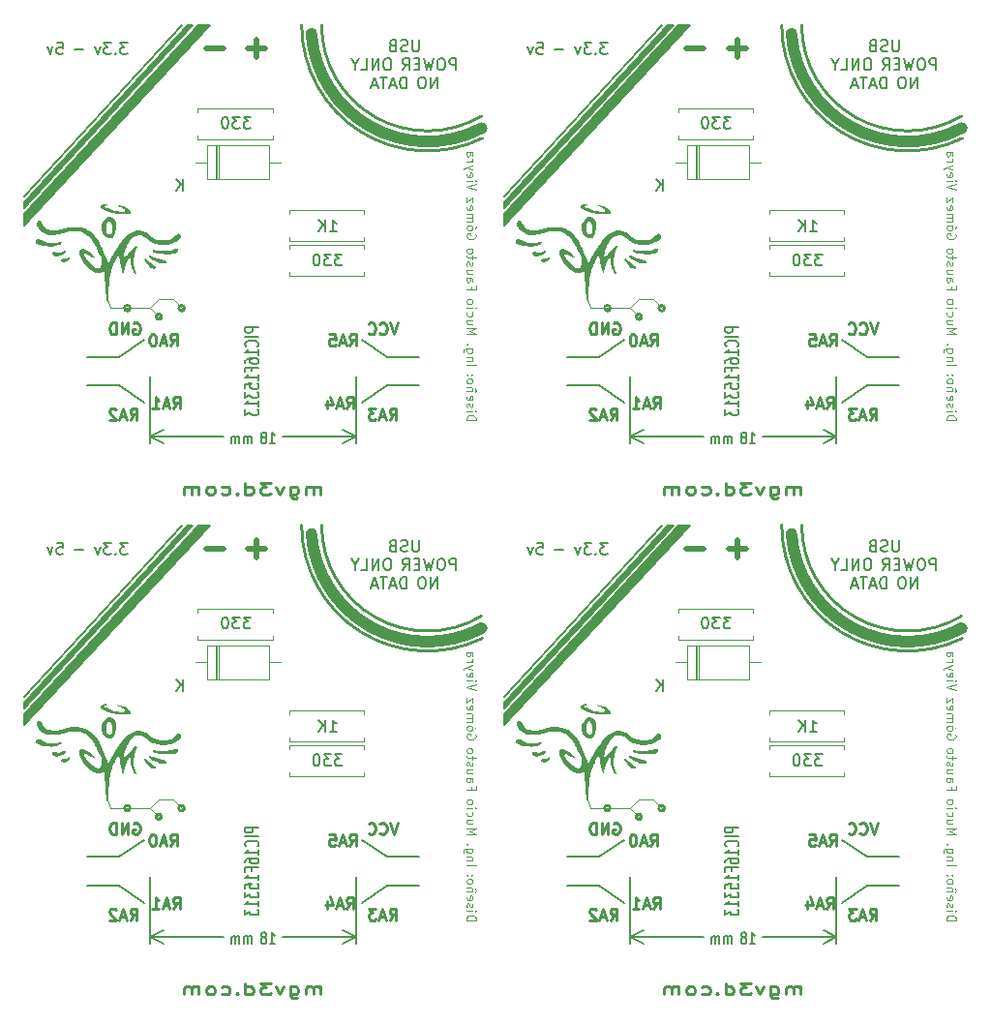
<source format=gbr>
%TF.GenerationSoftware,KiCad,Pcbnew,(7.0.0)*%
%TF.CreationDate,2024-02-06T19:59:14-06:00*%
%TF.ProjectId,Panel,50616e65-6c2e-46b6-9963-61645f706362,rev?*%
%TF.SameCoordinates,Original*%
%TF.FileFunction,Legend,Bot*%
%TF.FilePolarity,Positive*%
%FSLAX46Y46*%
G04 Gerber Fmt 4.6, Leading zero omitted, Abs format (unit mm)*
G04 Created by KiCad (PCBNEW (7.0.0)) date 2024-02-06 19:59:14*
%MOMM*%
%LPD*%
G01*
G04 APERTURE LIST*
%ADD10C,0.150000*%
%ADD11C,0.100000*%
%ADD12C,0.250000*%
%ADD13C,1.000000*%
%ADD14C,0.125000*%
%ADD15C,0.200000*%
%ADD16C,0.500000*%
%ADD17C,0.120000*%
G04 APERTURE END LIST*
D10*
X173250000Y-103250000D02*
X159500000Y-118250000D01*
G36*
X159500000Y-119250000D02*
G01*
X159500000Y-118750000D01*
X173750000Y-103250000D01*
X174250000Y-103250000D01*
X159500000Y-119250000D01*
G37*
X159500000Y-119250000D02*
X159500000Y-118750000D01*
X173750000Y-103250000D01*
X174250000Y-103250000D01*
X159500000Y-119250000D01*
D11*
X168000000Y-128000000D02*
X170500000Y-128000000D01*
X171250000Y-127250000D02*
X172500000Y-127250000D01*
D12*
X185500001Y-103250000D02*
G75*
G03*
X199472483Y-111203656I9249999J0D01*
G01*
D10*
X191250000Y-134750000D02*
X194000000Y-134750000D01*
D11*
X170500000Y-128000000D02*
X171250000Y-127250000D01*
X166750000Y-127250000D02*
X167000000Y-128000000D01*
D10*
X189000000Y-136250000D02*
X191250000Y-134750000D01*
D12*
X173500000Y-128000000D02*
G75*
G03*
X173500000Y-128000000I-250000J0D01*
G01*
D10*
X170000000Y-130750000D02*
X167750000Y-132250000D01*
D11*
X172500000Y-127250000D02*
X173250000Y-128000000D01*
D10*
X189000000Y-130750000D02*
X191250000Y-132250000D01*
X170000000Y-136250000D02*
X167750000Y-134750000D01*
D11*
X167000000Y-128000000D02*
X168000000Y-128000000D01*
D12*
X183750000Y-103250000D02*
G75*
G03*
X199562123Y-113141586I11000000J0D01*
G01*
D10*
X167750000Y-132250000D02*
X165000000Y-132250000D01*
X167750000Y-134750000D02*
X165000000Y-134750000D01*
D12*
X171500000Y-128750000D02*
G75*
G03*
X171500000Y-128750000I-250000J0D01*
G01*
D11*
X170500000Y-128000000D02*
X171250000Y-128750000D01*
D13*
X184601570Y-104006187D02*
G75*
G03*
X199499999Y-112249998I10148430J756187D01*
G01*
D10*
G36*
X159500000Y-120750000D02*
G01*
X159500000Y-119750000D01*
X174750000Y-103250000D01*
X175750000Y-103250000D01*
X159500000Y-120750000D01*
G37*
X159500000Y-120750000D02*
X159500000Y-119750000D01*
X174750000Y-103250000D01*
X175750000Y-103250000D01*
X159500000Y-120750000D01*
X191250000Y-132250000D02*
X194000000Y-132250000D01*
D12*
X168750000Y-128000000D02*
G75*
G03*
X168750000Y-128000000I-250000J0D01*
G01*
X187690476Y-136782380D02*
X188023809Y-136306190D01*
X188261904Y-136782380D02*
X188261904Y-135782380D01*
X188261904Y-135782380D02*
X187880952Y-135782380D01*
X187880952Y-135782380D02*
X187785714Y-135830000D01*
X187785714Y-135830000D02*
X187738095Y-135877619D01*
X187738095Y-135877619D02*
X187690476Y-135972857D01*
X187690476Y-135972857D02*
X187690476Y-136115714D01*
X187690476Y-136115714D02*
X187738095Y-136210952D01*
X187738095Y-136210952D02*
X187785714Y-136258571D01*
X187785714Y-136258571D02*
X187880952Y-136306190D01*
X187880952Y-136306190D02*
X188261904Y-136306190D01*
X187309523Y-136496666D02*
X186833333Y-136496666D01*
X187404761Y-136782380D02*
X187071428Y-135782380D01*
X187071428Y-135782380D02*
X186738095Y-136782380D01*
X185976190Y-136115714D02*
X185976190Y-136782380D01*
X186214285Y-135734761D02*
X186452380Y-136449047D01*
X186452380Y-136449047D02*
X185833333Y-136449047D01*
D14*
X198174095Y-137809523D02*
X198974095Y-137809523D01*
X198974095Y-137809523D02*
X198974095Y-137619047D01*
X198974095Y-137619047D02*
X198936000Y-137504761D01*
X198936000Y-137504761D02*
X198859809Y-137428571D01*
X198859809Y-137428571D02*
X198783619Y-137390476D01*
X198783619Y-137390476D02*
X198631238Y-137352380D01*
X198631238Y-137352380D02*
X198516952Y-137352380D01*
X198516952Y-137352380D02*
X198364571Y-137390476D01*
X198364571Y-137390476D02*
X198288380Y-137428571D01*
X198288380Y-137428571D02*
X198212190Y-137504761D01*
X198212190Y-137504761D02*
X198174095Y-137619047D01*
X198174095Y-137619047D02*
X198174095Y-137809523D01*
X198174095Y-137009523D02*
X198707428Y-137009523D01*
X198974095Y-137009523D02*
X198936000Y-137047619D01*
X198936000Y-137047619D02*
X198897904Y-137009523D01*
X198897904Y-137009523D02*
X198936000Y-136971428D01*
X198936000Y-136971428D02*
X198974095Y-137009523D01*
X198974095Y-137009523D02*
X198897904Y-137009523D01*
X198212190Y-136666667D02*
X198174095Y-136590476D01*
X198174095Y-136590476D02*
X198174095Y-136438095D01*
X198174095Y-136438095D02*
X198212190Y-136361905D01*
X198212190Y-136361905D02*
X198288380Y-136323809D01*
X198288380Y-136323809D02*
X198326476Y-136323809D01*
X198326476Y-136323809D02*
X198402666Y-136361905D01*
X198402666Y-136361905D02*
X198440761Y-136438095D01*
X198440761Y-136438095D02*
X198440761Y-136552381D01*
X198440761Y-136552381D02*
X198478857Y-136628571D01*
X198478857Y-136628571D02*
X198555047Y-136666667D01*
X198555047Y-136666667D02*
X198593142Y-136666667D01*
X198593142Y-136666667D02*
X198669333Y-136628571D01*
X198669333Y-136628571D02*
X198707428Y-136552381D01*
X198707428Y-136552381D02*
X198707428Y-136438095D01*
X198707428Y-136438095D02*
X198669333Y-136361905D01*
X198212190Y-135676190D02*
X198174095Y-135752381D01*
X198174095Y-135752381D02*
X198174095Y-135904762D01*
X198174095Y-135904762D02*
X198212190Y-135980952D01*
X198212190Y-135980952D02*
X198288380Y-136019048D01*
X198288380Y-136019048D02*
X198593142Y-136019048D01*
X198593142Y-136019048D02*
X198669333Y-135980952D01*
X198669333Y-135980952D02*
X198707428Y-135904762D01*
X198707428Y-135904762D02*
X198707428Y-135752381D01*
X198707428Y-135752381D02*
X198669333Y-135676190D01*
X198669333Y-135676190D02*
X198593142Y-135638095D01*
X198593142Y-135638095D02*
X198516952Y-135638095D01*
X198516952Y-135638095D02*
X198440761Y-136019048D01*
X198707428Y-135295238D02*
X198174095Y-135295238D01*
X198631238Y-135295238D02*
X198669333Y-135257143D01*
X198669333Y-135257143D02*
X198707428Y-135180953D01*
X198707428Y-135180953D02*
X198707428Y-135066667D01*
X198707428Y-135066667D02*
X198669333Y-134990476D01*
X198669333Y-134990476D02*
X198593142Y-134952381D01*
X198593142Y-134952381D02*
X198174095Y-134952381D01*
X198897904Y-135333334D02*
X198936000Y-135295238D01*
X198936000Y-135295238D02*
X198974095Y-135219048D01*
X198974095Y-135219048D02*
X198897904Y-135066667D01*
X198897904Y-135066667D02*
X198936000Y-134990476D01*
X198936000Y-134990476D02*
X198974095Y-134952381D01*
X198174095Y-134457143D02*
X198212190Y-134533333D01*
X198212190Y-134533333D02*
X198250285Y-134571428D01*
X198250285Y-134571428D02*
X198326476Y-134609524D01*
X198326476Y-134609524D02*
X198555047Y-134609524D01*
X198555047Y-134609524D02*
X198631238Y-134571428D01*
X198631238Y-134571428D02*
X198669333Y-134533333D01*
X198669333Y-134533333D02*
X198707428Y-134457143D01*
X198707428Y-134457143D02*
X198707428Y-134342857D01*
X198707428Y-134342857D02*
X198669333Y-134266666D01*
X198669333Y-134266666D02*
X198631238Y-134228571D01*
X198631238Y-134228571D02*
X198555047Y-134190476D01*
X198555047Y-134190476D02*
X198326476Y-134190476D01*
X198326476Y-134190476D02*
X198250285Y-134228571D01*
X198250285Y-134228571D02*
X198212190Y-134266666D01*
X198212190Y-134266666D02*
X198174095Y-134342857D01*
X198174095Y-134342857D02*
X198174095Y-134457143D01*
X198250285Y-133847618D02*
X198212190Y-133809523D01*
X198212190Y-133809523D02*
X198174095Y-133847618D01*
X198174095Y-133847618D02*
X198212190Y-133885714D01*
X198212190Y-133885714D02*
X198250285Y-133847618D01*
X198250285Y-133847618D02*
X198174095Y-133847618D01*
X198669333Y-133847618D02*
X198631238Y-133809523D01*
X198631238Y-133809523D02*
X198593142Y-133847618D01*
X198593142Y-133847618D02*
X198631238Y-133885714D01*
X198631238Y-133885714D02*
X198669333Y-133847618D01*
X198669333Y-133847618D02*
X198593142Y-133847618D01*
X198174095Y-132986666D02*
X198974095Y-132986666D01*
X198707428Y-132605714D02*
X198174095Y-132605714D01*
X198631238Y-132605714D02*
X198669333Y-132567619D01*
X198669333Y-132567619D02*
X198707428Y-132491429D01*
X198707428Y-132491429D02*
X198707428Y-132377143D01*
X198707428Y-132377143D02*
X198669333Y-132300952D01*
X198669333Y-132300952D02*
X198593142Y-132262857D01*
X198593142Y-132262857D02*
X198174095Y-132262857D01*
X198707428Y-131539047D02*
X198059809Y-131539047D01*
X198059809Y-131539047D02*
X197983619Y-131577142D01*
X197983619Y-131577142D02*
X197945523Y-131615238D01*
X197945523Y-131615238D02*
X197907428Y-131691428D01*
X197907428Y-131691428D02*
X197907428Y-131805714D01*
X197907428Y-131805714D02*
X197945523Y-131881904D01*
X198212190Y-131539047D02*
X198174095Y-131615238D01*
X198174095Y-131615238D02*
X198174095Y-131767619D01*
X198174095Y-131767619D02*
X198212190Y-131843809D01*
X198212190Y-131843809D02*
X198250285Y-131881904D01*
X198250285Y-131881904D02*
X198326476Y-131920000D01*
X198326476Y-131920000D02*
X198555047Y-131920000D01*
X198555047Y-131920000D02*
X198631238Y-131881904D01*
X198631238Y-131881904D02*
X198669333Y-131843809D01*
X198669333Y-131843809D02*
X198707428Y-131767619D01*
X198707428Y-131767619D02*
X198707428Y-131615238D01*
X198707428Y-131615238D02*
X198669333Y-131539047D01*
X198250285Y-131158094D02*
X198212190Y-131119999D01*
X198212190Y-131119999D02*
X198174095Y-131158094D01*
X198174095Y-131158094D02*
X198212190Y-131196190D01*
X198212190Y-131196190D02*
X198250285Y-131158094D01*
X198250285Y-131158094D02*
X198174095Y-131158094D01*
X198174095Y-130297142D02*
X198974095Y-130297142D01*
X198974095Y-130297142D02*
X198402666Y-130030476D01*
X198402666Y-130030476D02*
X198974095Y-129763809D01*
X198974095Y-129763809D02*
X198174095Y-129763809D01*
X198707428Y-129039999D02*
X198174095Y-129039999D01*
X198707428Y-129382856D02*
X198288380Y-129382856D01*
X198288380Y-129382856D02*
X198212190Y-129344761D01*
X198212190Y-129344761D02*
X198174095Y-129268571D01*
X198174095Y-129268571D02*
X198174095Y-129154285D01*
X198174095Y-129154285D02*
X198212190Y-129078094D01*
X198212190Y-129078094D02*
X198250285Y-129039999D01*
X198212190Y-128316189D02*
X198174095Y-128392380D01*
X198174095Y-128392380D02*
X198174095Y-128544761D01*
X198174095Y-128544761D02*
X198212190Y-128620951D01*
X198212190Y-128620951D02*
X198250285Y-128659046D01*
X198250285Y-128659046D02*
X198326476Y-128697142D01*
X198326476Y-128697142D02*
X198555047Y-128697142D01*
X198555047Y-128697142D02*
X198631238Y-128659046D01*
X198631238Y-128659046D02*
X198669333Y-128620951D01*
X198669333Y-128620951D02*
X198707428Y-128544761D01*
X198707428Y-128544761D02*
X198707428Y-128392380D01*
X198707428Y-128392380D02*
X198669333Y-128316189D01*
X198174095Y-127973332D02*
X198707428Y-127973332D01*
X198974095Y-127973332D02*
X198936000Y-128011428D01*
X198936000Y-128011428D02*
X198897904Y-127973332D01*
X198897904Y-127973332D02*
X198936000Y-127935237D01*
X198936000Y-127935237D02*
X198974095Y-127973332D01*
X198974095Y-127973332D02*
X198897904Y-127973332D01*
X198174095Y-127478095D02*
X198212190Y-127554285D01*
X198212190Y-127554285D02*
X198250285Y-127592380D01*
X198250285Y-127592380D02*
X198326476Y-127630476D01*
X198326476Y-127630476D02*
X198555047Y-127630476D01*
X198555047Y-127630476D02*
X198631238Y-127592380D01*
X198631238Y-127592380D02*
X198669333Y-127554285D01*
X198669333Y-127554285D02*
X198707428Y-127478095D01*
X198707428Y-127478095D02*
X198707428Y-127363809D01*
X198707428Y-127363809D02*
X198669333Y-127287618D01*
X198669333Y-127287618D02*
X198631238Y-127249523D01*
X198631238Y-127249523D02*
X198555047Y-127211428D01*
X198555047Y-127211428D02*
X198326476Y-127211428D01*
X198326476Y-127211428D02*
X198250285Y-127249523D01*
X198250285Y-127249523D02*
X198212190Y-127287618D01*
X198212190Y-127287618D02*
X198174095Y-127363809D01*
X198174095Y-127363809D02*
X198174095Y-127478095D01*
X198593142Y-126121904D02*
X198593142Y-126388570D01*
X198174095Y-126388570D02*
X198974095Y-126388570D01*
X198974095Y-126388570D02*
X198974095Y-126007618D01*
X198174095Y-125359999D02*
X198593142Y-125359999D01*
X198593142Y-125359999D02*
X198669333Y-125398094D01*
X198669333Y-125398094D02*
X198707428Y-125474285D01*
X198707428Y-125474285D02*
X198707428Y-125626666D01*
X198707428Y-125626666D02*
X198669333Y-125702856D01*
X198212190Y-125359999D02*
X198174095Y-125436190D01*
X198174095Y-125436190D02*
X198174095Y-125626666D01*
X198174095Y-125626666D02*
X198212190Y-125702856D01*
X198212190Y-125702856D02*
X198288380Y-125740952D01*
X198288380Y-125740952D02*
X198364571Y-125740952D01*
X198364571Y-125740952D02*
X198440761Y-125702856D01*
X198440761Y-125702856D02*
X198478857Y-125626666D01*
X198478857Y-125626666D02*
X198478857Y-125436190D01*
X198478857Y-125436190D02*
X198516952Y-125359999D01*
X198707428Y-124636189D02*
X198174095Y-124636189D01*
X198707428Y-124979046D02*
X198288380Y-124979046D01*
X198288380Y-124979046D02*
X198212190Y-124940951D01*
X198212190Y-124940951D02*
X198174095Y-124864761D01*
X198174095Y-124864761D02*
X198174095Y-124750475D01*
X198174095Y-124750475D02*
X198212190Y-124674284D01*
X198212190Y-124674284D02*
X198250285Y-124636189D01*
X198212190Y-124293332D02*
X198174095Y-124217141D01*
X198174095Y-124217141D02*
X198174095Y-124064760D01*
X198174095Y-124064760D02*
X198212190Y-123988570D01*
X198212190Y-123988570D02*
X198288380Y-123950474D01*
X198288380Y-123950474D02*
X198326476Y-123950474D01*
X198326476Y-123950474D02*
X198402666Y-123988570D01*
X198402666Y-123988570D02*
X198440761Y-124064760D01*
X198440761Y-124064760D02*
X198440761Y-124179046D01*
X198440761Y-124179046D02*
X198478857Y-124255236D01*
X198478857Y-124255236D02*
X198555047Y-124293332D01*
X198555047Y-124293332D02*
X198593142Y-124293332D01*
X198593142Y-124293332D02*
X198669333Y-124255236D01*
X198669333Y-124255236D02*
X198707428Y-124179046D01*
X198707428Y-124179046D02*
X198707428Y-124064760D01*
X198707428Y-124064760D02*
X198669333Y-123988570D01*
X198707428Y-123721903D02*
X198707428Y-123417141D01*
X198974095Y-123607617D02*
X198288380Y-123607617D01*
X198288380Y-123607617D02*
X198212190Y-123569522D01*
X198212190Y-123569522D02*
X198174095Y-123493332D01*
X198174095Y-123493332D02*
X198174095Y-123417141D01*
X198174095Y-123036189D02*
X198212190Y-123112379D01*
X198212190Y-123112379D02*
X198250285Y-123150474D01*
X198250285Y-123150474D02*
X198326476Y-123188570D01*
X198326476Y-123188570D02*
X198555047Y-123188570D01*
X198555047Y-123188570D02*
X198631238Y-123150474D01*
X198631238Y-123150474D02*
X198669333Y-123112379D01*
X198669333Y-123112379D02*
X198707428Y-123036189D01*
X198707428Y-123036189D02*
X198707428Y-122921903D01*
X198707428Y-122921903D02*
X198669333Y-122845712D01*
X198669333Y-122845712D02*
X198631238Y-122807617D01*
X198631238Y-122807617D02*
X198555047Y-122769522D01*
X198555047Y-122769522D02*
X198326476Y-122769522D01*
X198326476Y-122769522D02*
X198250285Y-122807617D01*
X198250285Y-122807617D02*
X198212190Y-122845712D01*
X198212190Y-122845712D02*
X198174095Y-122921903D01*
X198174095Y-122921903D02*
X198174095Y-123036189D01*
X198936000Y-121527617D02*
X198974095Y-121603807D01*
X198974095Y-121603807D02*
X198974095Y-121718093D01*
X198974095Y-121718093D02*
X198936000Y-121832379D01*
X198936000Y-121832379D02*
X198859809Y-121908569D01*
X198859809Y-121908569D02*
X198783619Y-121946664D01*
X198783619Y-121946664D02*
X198631238Y-121984760D01*
X198631238Y-121984760D02*
X198516952Y-121984760D01*
X198516952Y-121984760D02*
X198364571Y-121946664D01*
X198364571Y-121946664D02*
X198288380Y-121908569D01*
X198288380Y-121908569D02*
X198212190Y-121832379D01*
X198212190Y-121832379D02*
X198174095Y-121718093D01*
X198174095Y-121718093D02*
X198174095Y-121641902D01*
X198174095Y-121641902D02*
X198212190Y-121527617D01*
X198212190Y-121527617D02*
X198250285Y-121489521D01*
X198250285Y-121489521D02*
X198516952Y-121489521D01*
X198516952Y-121489521D02*
X198516952Y-121641902D01*
X198174095Y-121032379D02*
X198212190Y-121108569D01*
X198212190Y-121108569D02*
X198250285Y-121146664D01*
X198250285Y-121146664D02*
X198326476Y-121184760D01*
X198326476Y-121184760D02*
X198555047Y-121184760D01*
X198555047Y-121184760D02*
X198631238Y-121146664D01*
X198631238Y-121146664D02*
X198669333Y-121108569D01*
X198669333Y-121108569D02*
X198707428Y-121032379D01*
X198707428Y-121032379D02*
X198707428Y-120918093D01*
X198707428Y-120918093D02*
X198669333Y-120841902D01*
X198669333Y-120841902D02*
X198631238Y-120803807D01*
X198631238Y-120803807D02*
X198555047Y-120765712D01*
X198555047Y-120765712D02*
X198326476Y-120765712D01*
X198326476Y-120765712D02*
X198250285Y-120803807D01*
X198250285Y-120803807D02*
X198212190Y-120841902D01*
X198212190Y-120841902D02*
X198174095Y-120918093D01*
X198174095Y-120918093D02*
X198174095Y-121032379D01*
X199012190Y-120879998D02*
X198897904Y-120994283D01*
X198174095Y-120422854D02*
X198707428Y-120422854D01*
X198631238Y-120422854D02*
X198669333Y-120384759D01*
X198669333Y-120384759D02*
X198707428Y-120308569D01*
X198707428Y-120308569D02*
X198707428Y-120194283D01*
X198707428Y-120194283D02*
X198669333Y-120118092D01*
X198669333Y-120118092D02*
X198593142Y-120079997D01*
X198593142Y-120079997D02*
X198174095Y-120079997D01*
X198593142Y-120079997D02*
X198669333Y-120041902D01*
X198669333Y-120041902D02*
X198707428Y-119965711D01*
X198707428Y-119965711D02*
X198707428Y-119851426D01*
X198707428Y-119851426D02*
X198669333Y-119775235D01*
X198669333Y-119775235D02*
X198593142Y-119737140D01*
X198593142Y-119737140D02*
X198174095Y-119737140D01*
X198212190Y-119051425D02*
X198174095Y-119127616D01*
X198174095Y-119127616D02*
X198174095Y-119279997D01*
X198174095Y-119279997D02*
X198212190Y-119356187D01*
X198212190Y-119356187D02*
X198288380Y-119394283D01*
X198288380Y-119394283D02*
X198593142Y-119394283D01*
X198593142Y-119394283D02*
X198669333Y-119356187D01*
X198669333Y-119356187D02*
X198707428Y-119279997D01*
X198707428Y-119279997D02*
X198707428Y-119127616D01*
X198707428Y-119127616D02*
X198669333Y-119051425D01*
X198669333Y-119051425D02*
X198593142Y-119013330D01*
X198593142Y-119013330D02*
X198516952Y-119013330D01*
X198516952Y-119013330D02*
X198440761Y-119394283D01*
X198707428Y-118746664D02*
X198707428Y-118327616D01*
X198707428Y-118327616D02*
X198174095Y-118746664D01*
X198174095Y-118746664D02*
X198174095Y-118327616D01*
X198974095Y-117657140D02*
X198174095Y-117390473D01*
X198174095Y-117390473D02*
X198974095Y-117123807D01*
X198174095Y-116857140D02*
X198707428Y-116857140D01*
X198974095Y-116857140D02*
X198936000Y-116895236D01*
X198936000Y-116895236D02*
X198897904Y-116857140D01*
X198897904Y-116857140D02*
X198936000Y-116819045D01*
X198936000Y-116819045D02*
X198974095Y-116857140D01*
X198974095Y-116857140D02*
X198897904Y-116857140D01*
X198212190Y-116171426D02*
X198174095Y-116247617D01*
X198174095Y-116247617D02*
X198174095Y-116399998D01*
X198174095Y-116399998D02*
X198212190Y-116476188D01*
X198212190Y-116476188D02*
X198288380Y-116514284D01*
X198288380Y-116514284D02*
X198593142Y-116514284D01*
X198593142Y-116514284D02*
X198669333Y-116476188D01*
X198669333Y-116476188D02*
X198707428Y-116399998D01*
X198707428Y-116399998D02*
X198707428Y-116247617D01*
X198707428Y-116247617D02*
X198669333Y-116171426D01*
X198669333Y-116171426D02*
X198593142Y-116133331D01*
X198593142Y-116133331D02*
X198516952Y-116133331D01*
X198516952Y-116133331D02*
X198440761Y-116514284D01*
X198707428Y-115866665D02*
X198174095Y-115676189D01*
X198707428Y-115485712D02*
X198174095Y-115676189D01*
X198174095Y-115676189D02*
X197983619Y-115752379D01*
X197983619Y-115752379D02*
X197945523Y-115790474D01*
X197945523Y-115790474D02*
X197907428Y-115866665D01*
X198174095Y-115180950D02*
X198707428Y-115180950D01*
X198555047Y-115180950D02*
X198631238Y-115142855D01*
X198631238Y-115142855D02*
X198669333Y-115104760D01*
X198669333Y-115104760D02*
X198707428Y-115028569D01*
X198707428Y-115028569D02*
X198707428Y-114952379D01*
X198174095Y-114342855D02*
X198593142Y-114342855D01*
X198593142Y-114342855D02*
X198669333Y-114380950D01*
X198669333Y-114380950D02*
X198707428Y-114457141D01*
X198707428Y-114457141D02*
X198707428Y-114609522D01*
X198707428Y-114609522D02*
X198669333Y-114685712D01*
X198212190Y-114342855D02*
X198174095Y-114419046D01*
X198174095Y-114419046D02*
X198174095Y-114609522D01*
X198174095Y-114609522D02*
X198212190Y-114685712D01*
X198212190Y-114685712D02*
X198288380Y-114723808D01*
X198288380Y-114723808D02*
X198364571Y-114723808D01*
X198364571Y-114723808D02*
X198440761Y-114685712D01*
X198440761Y-114685712D02*
X198478857Y-114609522D01*
X198478857Y-114609522D02*
X198478857Y-114419046D01*
X198478857Y-114419046D02*
X198516952Y-114342855D01*
D12*
X191440476Y-137782380D02*
X191773809Y-137306190D01*
X192011904Y-137782380D02*
X192011904Y-136782380D01*
X192011904Y-136782380D02*
X191630952Y-136782380D01*
X191630952Y-136782380D02*
X191535714Y-136830000D01*
X191535714Y-136830000D02*
X191488095Y-136877619D01*
X191488095Y-136877619D02*
X191440476Y-136972857D01*
X191440476Y-136972857D02*
X191440476Y-137115714D01*
X191440476Y-137115714D02*
X191488095Y-137210952D01*
X191488095Y-137210952D02*
X191535714Y-137258571D01*
X191535714Y-137258571D02*
X191630952Y-137306190D01*
X191630952Y-137306190D02*
X192011904Y-137306190D01*
X191059523Y-137496666D02*
X190583333Y-137496666D01*
X191154761Y-137782380D02*
X190821428Y-136782380D01*
X190821428Y-136782380D02*
X190488095Y-137782380D01*
X190249999Y-136782380D02*
X189630952Y-136782380D01*
X189630952Y-136782380D02*
X189964285Y-137163333D01*
X189964285Y-137163333D02*
X189821428Y-137163333D01*
X189821428Y-137163333D02*
X189726190Y-137210952D01*
X189726190Y-137210952D02*
X189678571Y-137258571D01*
X189678571Y-137258571D02*
X189630952Y-137353809D01*
X189630952Y-137353809D02*
X189630952Y-137591904D01*
X189630952Y-137591904D02*
X189678571Y-137687142D01*
X189678571Y-137687142D02*
X189726190Y-137734761D01*
X189726190Y-137734761D02*
X189821428Y-137782380D01*
X189821428Y-137782380D02*
X190107142Y-137782380D01*
X190107142Y-137782380D02*
X190202380Y-137734761D01*
X190202380Y-137734761D02*
X190249999Y-137687142D01*
D10*
X194011904Y-104542380D02*
X194011904Y-105351904D01*
X194011904Y-105351904D02*
X193964285Y-105447142D01*
X193964285Y-105447142D02*
X193916666Y-105494761D01*
X193916666Y-105494761D02*
X193821428Y-105542380D01*
X193821428Y-105542380D02*
X193630952Y-105542380D01*
X193630952Y-105542380D02*
X193535714Y-105494761D01*
X193535714Y-105494761D02*
X193488095Y-105447142D01*
X193488095Y-105447142D02*
X193440476Y-105351904D01*
X193440476Y-105351904D02*
X193440476Y-104542380D01*
X193011904Y-105494761D02*
X192869047Y-105542380D01*
X192869047Y-105542380D02*
X192630952Y-105542380D01*
X192630952Y-105542380D02*
X192535714Y-105494761D01*
X192535714Y-105494761D02*
X192488095Y-105447142D01*
X192488095Y-105447142D02*
X192440476Y-105351904D01*
X192440476Y-105351904D02*
X192440476Y-105256666D01*
X192440476Y-105256666D02*
X192488095Y-105161428D01*
X192488095Y-105161428D02*
X192535714Y-105113809D01*
X192535714Y-105113809D02*
X192630952Y-105066190D01*
X192630952Y-105066190D02*
X192821428Y-105018571D01*
X192821428Y-105018571D02*
X192916666Y-104970952D01*
X192916666Y-104970952D02*
X192964285Y-104923333D01*
X192964285Y-104923333D02*
X193011904Y-104828095D01*
X193011904Y-104828095D02*
X193011904Y-104732857D01*
X193011904Y-104732857D02*
X192964285Y-104637619D01*
X192964285Y-104637619D02*
X192916666Y-104590000D01*
X192916666Y-104590000D02*
X192821428Y-104542380D01*
X192821428Y-104542380D02*
X192583333Y-104542380D01*
X192583333Y-104542380D02*
X192440476Y-104590000D01*
X191678571Y-105018571D02*
X191535714Y-105066190D01*
X191535714Y-105066190D02*
X191488095Y-105113809D01*
X191488095Y-105113809D02*
X191440476Y-105209047D01*
X191440476Y-105209047D02*
X191440476Y-105351904D01*
X191440476Y-105351904D02*
X191488095Y-105447142D01*
X191488095Y-105447142D02*
X191535714Y-105494761D01*
X191535714Y-105494761D02*
X191630952Y-105542380D01*
X191630952Y-105542380D02*
X192011904Y-105542380D01*
X192011904Y-105542380D02*
X192011904Y-104542380D01*
X192011904Y-104542380D02*
X191678571Y-104542380D01*
X191678571Y-104542380D02*
X191583333Y-104590000D01*
X191583333Y-104590000D02*
X191535714Y-104637619D01*
X191535714Y-104637619D02*
X191488095Y-104732857D01*
X191488095Y-104732857D02*
X191488095Y-104828095D01*
X191488095Y-104828095D02*
X191535714Y-104923333D01*
X191535714Y-104923333D02*
X191583333Y-104970952D01*
X191583333Y-104970952D02*
X191678571Y-105018571D01*
X191678571Y-105018571D02*
X192011904Y-105018571D01*
X197240475Y-107162380D02*
X197240475Y-106162380D01*
X197240475Y-106162380D02*
X196859523Y-106162380D01*
X196859523Y-106162380D02*
X196764285Y-106210000D01*
X196764285Y-106210000D02*
X196716666Y-106257619D01*
X196716666Y-106257619D02*
X196669047Y-106352857D01*
X196669047Y-106352857D02*
X196669047Y-106495714D01*
X196669047Y-106495714D02*
X196716666Y-106590952D01*
X196716666Y-106590952D02*
X196764285Y-106638571D01*
X196764285Y-106638571D02*
X196859523Y-106686190D01*
X196859523Y-106686190D02*
X197240475Y-106686190D01*
X196049999Y-106162380D02*
X195859523Y-106162380D01*
X195859523Y-106162380D02*
X195764285Y-106210000D01*
X195764285Y-106210000D02*
X195669047Y-106305238D01*
X195669047Y-106305238D02*
X195621428Y-106495714D01*
X195621428Y-106495714D02*
X195621428Y-106829047D01*
X195621428Y-106829047D02*
X195669047Y-107019523D01*
X195669047Y-107019523D02*
X195764285Y-107114761D01*
X195764285Y-107114761D02*
X195859523Y-107162380D01*
X195859523Y-107162380D02*
X196049999Y-107162380D01*
X196049999Y-107162380D02*
X196145237Y-107114761D01*
X196145237Y-107114761D02*
X196240475Y-107019523D01*
X196240475Y-107019523D02*
X196288094Y-106829047D01*
X196288094Y-106829047D02*
X196288094Y-106495714D01*
X196288094Y-106495714D02*
X196240475Y-106305238D01*
X196240475Y-106305238D02*
X196145237Y-106210000D01*
X196145237Y-106210000D02*
X196049999Y-106162380D01*
X195288094Y-106162380D02*
X195049999Y-107162380D01*
X195049999Y-107162380D02*
X194859523Y-106448095D01*
X194859523Y-106448095D02*
X194669047Y-107162380D01*
X194669047Y-107162380D02*
X194430952Y-106162380D01*
X194049999Y-106638571D02*
X193716666Y-106638571D01*
X193573809Y-107162380D02*
X194049999Y-107162380D01*
X194049999Y-107162380D02*
X194049999Y-106162380D01*
X194049999Y-106162380D02*
X193573809Y-106162380D01*
X192573809Y-107162380D02*
X192907142Y-106686190D01*
X193145237Y-107162380D02*
X193145237Y-106162380D01*
X193145237Y-106162380D02*
X192764285Y-106162380D01*
X192764285Y-106162380D02*
X192669047Y-106210000D01*
X192669047Y-106210000D02*
X192621428Y-106257619D01*
X192621428Y-106257619D02*
X192573809Y-106352857D01*
X192573809Y-106352857D02*
X192573809Y-106495714D01*
X192573809Y-106495714D02*
X192621428Y-106590952D01*
X192621428Y-106590952D02*
X192669047Y-106638571D01*
X192669047Y-106638571D02*
X192764285Y-106686190D01*
X192764285Y-106686190D02*
X193145237Y-106686190D01*
X191354761Y-106162380D02*
X191164285Y-106162380D01*
X191164285Y-106162380D02*
X191069047Y-106210000D01*
X191069047Y-106210000D02*
X190973809Y-106305238D01*
X190973809Y-106305238D02*
X190926190Y-106495714D01*
X190926190Y-106495714D02*
X190926190Y-106829047D01*
X190926190Y-106829047D02*
X190973809Y-107019523D01*
X190973809Y-107019523D02*
X191069047Y-107114761D01*
X191069047Y-107114761D02*
X191164285Y-107162380D01*
X191164285Y-107162380D02*
X191354761Y-107162380D01*
X191354761Y-107162380D02*
X191449999Y-107114761D01*
X191449999Y-107114761D02*
X191545237Y-107019523D01*
X191545237Y-107019523D02*
X191592856Y-106829047D01*
X191592856Y-106829047D02*
X191592856Y-106495714D01*
X191592856Y-106495714D02*
X191545237Y-106305238D01*
X191545237Y-106305238D02*
X191449999Y-106210000D01*
X191449999Y-106210000D02*
X191354761Y-106162380D01*
X190497618Y-107162380D02*
X190497618Y-106162380D01*
X190497618Y-106162380D02*
X189926190Y-107162380D01*
X189926190Y-107162380D02*
X189926190Y-106162380D01*
X188973809Y-107162380D02*
X189449999Y-107162380D01*
X189449999Y-107162380D02*
X189449999Y-106162380D01*
X188449999Y-106686190D02*
X188449999Y-107162380D01*
X188783332Y-106162380D02*
X188449999Y-106686190D01*
X188449999Y-106686190D02*
X188116666Y-106162380D01*
X195597618Y-108782380D02*
X195597618Y-107782380D01*
X195597618Y-107782380D02*
X195026190Y-108782380D01*
X195026190Y-108782380D02*
X195026190Y-107782380D01*
X194359523Y-107782380D02*
X194169047Y-107782380D01*
X194169047Y-107782380D02*
X194073809Y-107830000D01*
X194073809Y-107830000D02*
X193978571Y-107925238D01*
X193978571Y-107925238D02*
X193930952Y-108115714D01*
X193930952Y-108115714D02*
X193930952Y-108449047D01*
X193930952Y-108449047D02*
X193978571Y-108639523D01*
X193978571Y-108639523D02*
X194073809Y-108734761D01*
X194073809Y-108734761D02*
X194169047Y-108782380D01*
X194169047Y-108782380D02*
X194359523Y-108782380D01*
X194359523Y-108782380D02*
X194454761Y-108734761D01*
X194454761Y-108734761D02*
X194549999Y-108639523D01*
X194549999Y-108639523D02*
X194597618Y-108449047D01*
X194597618Y-108449047D02*
X194597618Y-108115714D01*
X194597618Y-108115714D02*
X194549999Y-107925238D01*
X194549999Y-107925238D02*
X194454761Y-107830000D01*
X194454761Y-107830000D02*
X194359523Y-107782380D01*
X192902380Y-108782380D02*
X192902380Y-107782380D01*
X192902380Y-107782380D02*
X192664285Y-107782380D01*
X192664285Y-107782380D02*
X192521428Y-107830000D01*
X192521428Y-107830000D02*
X192426190Y-107925238D01*
X192426190Y-107925238D02*
X192378571Y-108020476D01*
X192378571Y-108020476D02*
X192330952Y-108210952D01*
X192330952Y-108210952D02*
X192330952Y-108353809D01*
X192330952Y-108353809D02*
X192378571Y-108544285D01*
X192378571Y-108544285D02*
X192426190Y-108639523D01*
X192426190Y-108639523D02*
X192521428Y-108734761D01*
X192521428Y-108734761D02*
X192664285Y-108782380D01*
X192664285Y-108782380D02*
X192902380Y-108782380D01*
X191949999Y-108496666D02*
X191473809Y-108496666D01*
X192045237Y-108782380D02*
X191711904Y-107782380D01*
X191711904Y-107782380D02*
X191378571Y-108782380D01*
X191188094Y-107782380D02*
X190616666Y-107782380D01*
X190902380Y-108782380D02*
X190902380Y-107782380D01*
X190330951Y-108496666D02*
X189854761Y-108496666D01*
X190426189Y-108782380D02*
X190092856Y-107782380D01*
X190092856Y-107782380D02*
X189759523Y-108782380D01*
D12*
X168750000Y-137782380D02*
X169083333Y-137306190D01*
X169321428Y-137782380D02*
X169321428Y-136782380D01*
X169321428Y-136782380D02*
X168940476Y-136782380D01*
X168940476Y-136782380D02*
X168845238Y-136830000D01*
X168845238Y-136830000D02*
X168797619Y-136877619D01*
X168797619Y-136877619D02*
X168750000Y-136972857D01*
X168750000Y-136972857D02*
X168750000Y-137115714D01*
X168750000Y-137115714D02*
X168797619Y-137210952D01*
X168797619Y-137210952D02*
X168845238Y-137258571D01*
X168845238Y-137258571D02*
X168940476Y-137306190D01*
X168940476Y-137306190D02*
X169321428Y-137306190D01*
X168369047Y-137496666D02*
X167892857Y-137496666D01*
X168464285Y-137782380D02*
X168130952Y-136782380D01*
X168130952Y-136782380D02*
X167797619Y-137782380D01*
X167511904Y-136877619D02*
X167464285Y-136830000D01*
X167464285Y-136830000D02*
X167369047Y-136782380D01*
X167369047Y-136782380D02*
X167130952Y-136782380D01*
X167130952Y-136782380D02*
X167035714Y-136830000D01*
X167035714Y-136830000D02*
X166988095Y-136877619D01*
X166988095Y-136877619D02*
X166940476Y-136972857D01*
X166940476Y-136972857D02*
X166940476Y-137068095D01*
X166940476Y-137068095D02*
X166988095Y-137210952D01*
X166988095Y-137210952D02*
X167559523Y-137782380D01*
X167559523Y-137782380D02*
X166940476Y-137782380D01*
X185392857Y-144282380D02*
X185392857Y-143615714D01*
X185392857Y-143710952D02*
X185321428Y-143663333D01*
X185321428Y-143663333D02*
X185178571Y-143615714D01*
X185178571Y-143615714D02*
X184964285Y-143615714D01*
X184964285Y-143615714D02*
X184821428Y-143663333D01*
X184821428Y-143663333D02*
X184750000Y-143758571D01*
X184750000Y-143758571D02*
X184750000Y-144282380D01*
X184750000Y-143758571D02*
X184678571Y-143663333D01*
X184678571Y-143663333D02*
X184535714Y-143615714D01*
X184535714Y-143615714D02*
X184321428Y-143615714D01*
X184321428Y-143615714D02*
X184178571Y-143663333D01*
X184178571Y-143663333D02*
X184107142Y-143758571D01*
X184107142Y-143758571D02*
X184107142Y-144282380D01*
X182750000Y-143615714D02*
X182750000Y-144425238D01*
X182750000Y-144425238D02*
X182821428Y-144520476D01*
X182821428Y-144520476D02*
X182892857Y-144568095D01*
X182892857Y-144568095D02*
X183035714Y-144615714D01*
X183035714Y-144615714D02*
X183250000Y-144615714D01*
X183250000Y-144615714D02*
X183392857Y-144568095D01*
X182750000Y-144234761D02*
X182892857Y-144282380D01*
X182892857Y-144282380D02*
X183178571Y-144282380D01*
X183178571Y-144282380D02*
X183321428Y-144234761D01*
X183321428Y-144234761D02*
X183392857Y-144187142D01*
X183392857Y-144187142D02*
X183464285Y-144091904D01*
X183464285Y-144091904D02*
X183464285Y-143806190D01*
X183464285Y-143806190D02*
X183392857Y-143710952D01*
X183392857Y-143710952D02*
X183321428Y-143663333D01*
X183321428Y-143663333D02*
X183178571Y-143615714D01*
X183178571Y-143615714D02*
X182892857Y-143615714D01*
X182892857Y-143615714D02*
X182750000Y-143663333D01*
X182178571Y-143615714D02*
X181821428Y-144282380D01*
X181821428Y-144282380D02*
X181464285Y-143615714D01*
X181035714Y-143282380D02*
X180107142Y-143282380D01*
X180107142Y-143282380D02*
X180607142Y-143663333D01*
X180607142Y-143663333D02*
X180392857Y-143663333D01*
X180392857Y-143663333D02*
X180250000Y-143710952D01*
X180250000Y-143710952D02*
X180178571Y-143758571D01*
X180178571Y-143758571D02*
X180107142Y-143853809D01*
X180107142Y-143853809D02*
X180107142Y-144091904D01*
X180107142Y-144091904D02*
X180178571Y-144187142D01*
X180178571Y-144187142D02*
X180250000Y-144234761D01*
X180250000Y-144234761D02*
X180392857Y-144282380D01*
X180392857Y-144282380D02*
X180821428Y-144282380D01*
X180821428Y-144282380D02*
X180964285Y-144234761D01*
X180964285Y-144234761D02*
X181035714Y-144187142D01*
X178821429Y-144282380D02*
X178821429Y-143282380D01*
X178821429Y-144234761D02*
X178964286Y-144282380D01*
X178964286Y-144282380D02*
X179250000Y-144282380D01*
X179250000Y-144282380D02*
X179392857Y-144234761D01*
X179392857Y-144234761D02*
X179464286Y-144187142D01*
X179464286Y-144187142D02*
X179535714Y-144091904D01*
X179535714Y-144091904D02*
X179535714Y-143806190D01*
X179535714Y-143806190D02*
X179464286Y-143710952D01*
X179464286Y-143710952D02*
X179392857Y-143663333D01*
X179392857Y-143663333D02*
X179250000Y-143615714D01*
X179250000Y-143615714D02*
X178964286Y-143615714D01*
X178964286Y-143615714D02*
X178821429Y-143663333D01*
X178107143Y-144187142D02*
X178035714Y-144234761D01*
X178035714Y-144234761D02*
X178107143Y-144282380D01*
X178107143Y-144282380D02*
X178178571Y-144234761D01*
X178178571Y-144234761D02*
X178107143Y-144187142D01*
X178107143Y-144187142D02*
X178107143Y-144282380D01*
X176750000Y-144234761D02*
X176892857Y-144282380D01*
X176892857Y-144282380D02*
X177178571Y-144282380D01*
X177178571Y-144282380D02*
X177321428Y-144234761D01*
X177321428Y-144234761D02*
X177392857Y-144187142D01*
X177392857Y-144187142D02*
X177464285Y-144091904D01*
X177464285Y-144091904D02*
X177464285Y-143806190D01*
X177464285Y-143806190D02*
X177392857Y-143710952D01*
X177392857Y-143710952D02*
X177321428Y-143663333D01*
X177321428Y-143663333D02*
X177178571Y-143615714D01*
X177178571Y-143615714D02*
X176892857Y-143615714D01*
X176892857Y-143615714D02*
X176750000Y-143663333D01*
X175892857Y-144282380D02*
X176035714Y-144234761D01*
X176035714Y-144234761D02*
X176107143Y-144187142D01*
X176107143Y-144187142D02*
X176178571Y-144091904D01*
X176178571Y-144091904D02*
X176178571Y-143806190D01*
X176178571Y-143806190D02*
X176107143Y-143710952D01*
X176107143Y-143710952D02*
X176035714Y-143663333D01*
X176035714Y-143663333D02*
X175892857Y-143615714D01*
X175892857Y-143615714D02*
X175678571Y-143615714D01*
X175678571Y-143615714D02*
X175535714Y-143663333D01*
X175535714Y-143663333D02*
X175464286Y-143710952D01*
X175464286Y-143710952D02*
X175392857Y-143806190D01*
X175392857Y-143806190D02*
X175392857Y-144091904D01*
X175392857Y-144091904D02*
X175464286Y-144187142D01*
X175464286Y-144187142D02*
X175535714Y-144234761D01*
X175535714Y-144234761D02*
X175678571Y-144282380D01*
X175678571Y-144282380D02*
X175892857Y-144282380D01*
X174750000Y-144282380D02*
X174750000Y-143615714D01*
X174750000Y-143710952D02*
X174678571Y-143663333D01*
X174678571Y-143663333D02*
X174535714Y-143615714D01*
X174535714Y-143615714D02*
X174321428Y-143615714D01*
X174321428Y-143615714D02*
X174178571Y-143663333D01*
X174178571Y-143663333D02*
X174107143Y-143758571D01*
X174107143Y-143758571D02*
X174107143Y-144282380D01*
X174107143Y-143758571D02*
X174035714Y-143663333D01*
X174035714Y-143663333D02*
X173892857Y-143615714D01*
X173892857Y-143615714D02*
X173678571Y-143615714D01*
X173678571Y-143615714D02*
X173535714Y-143663333D01*
X173535714Y-143663333D02*
X173464285Y-143758571D01*
X173464285Y-143758571D02*
X173464285Y-144282380D01*
D15*
X179988857Y-129690476D02*
X178788857Y-129690476D01*
X178788857Y-129690476D02*
X178788857Y-129995238D01*
X178788857Y-129995238D02*
X178846000Y-130071428D01*
X178846000Y-130071428D02*
X178903142Y-130109523D01*
X178903142Y-130109523D02*
X179017428Y-130147619D01*
X179017428Y-130147619D02*
X179188857Y-130147619D01*
X179188857Y-130147619D02*
X179303142Y-130109523D01*
X179303142Y-130109523D02*
X179360285Y-130071428D01*
X179360285Y-130071428D02*
X179417428Y-129995238D01*
X179417428Y-129995238D02*
X179417428Y-129690476D01*
X179988857Y-130490476D02*
X178788857Y-130490476D01*
X179874571Y-131328571D02*
X179931714Y-131290475D01*
X179931714Y-131290475D02*
X179988857Y-131176190D01*
X179988857Y-131176190D02*
X179988857Y-131099999D01*
X179988857Y-131099999D02*
X179931714Y-130985713D01*
X179931714Y-130985713D02*
X179817428Y-130909523D01*
X179817428Y-130909523D02*
X179703142Y-130871428D01*
X179703142Y-130871428D02*
X179474571Y-130833332D01*
X179474571Y-130833332D02*
X179303142Y-130833332D01*
X179303142Y-130833332D02*
X179074571Y-130871428D01*
X179074571Y-130871428D02*
X178960285Y-130909523D01*
X178960285Y-130909523D02*
X178846000Y-130985713D01*
X178846000Y-130985713D02*
X178788857Y-131099999D01*
X178788857Y-131099999D02*
X178788857Y-131176190D01*
X178788857Y-131176190D02*
X178846000Y-131290475D01*
X178846000Y-131290475D02*
X178903142Y-131328571D01*
X179988857Y-132090475D02*
X179988857Y-131633332D01*
X179988857Y-131861904D02*
X178788857Y-131861904D01*
X178788857Y-131861904D02*
X178960285Y-131785713D01*
X178960285Y-131785713D02*
X179074571Y-131709523D01*
X179074571Y-131709523D02*
X179131714Y-131633332D01*
X178788857Y-132776190D02*
X178788857Y-132623809D01*
X178788857Y-132623809D02*
X178846000Y-132547618D01*
X178846000Y-132547618D02*
X178903142Y-132509523D01*
X178903142Y-132509523D02*
X179074571Y-132433333D01*
X179074571Y-132433333D02*
X179303142Y-132395237D01*
X179303142Y-132395237D02*
X179760285Y-132395237D01*
X179760285Y-132395237D02*
X179874571Y-132433333D01*
X179874571Y-132433333D02*
X179931714Y-132471428D01*
X179931714Y-132471428D02*
X179988857Y-132547618D01*
X179988857Y-132547618D02*
X179988857Y-132699999D01*
X179988857Y-132699999D02*
X179931714Y-132776190D01*
X179931714Y-132776190D02*
X179874571Y-132814285D01*
X179874571Y-132814285D02*
X179760285Y-132852380D01*
X179760285Y-132852380D02*
X179474571Y-132852380D01*
X179474571Y-132852380D02*
X179360285Y-132814285D01*
X179360285Y-132814285D02*
X179303142Y-132776190D01*
X179303142Y-132776190D02*
X179246000Y-132699999D01*
X179246000Y-132699999D02*
X179246000Y-132547618D01*
X179246000Y-132547618D02*
X179303142Y-132471428D01*
X179303142Y-132471428D02*
X179360285Y-132433333D01*
X179360285Y-132433333D02*
X179474571Y-132395237D01*
X179360285Y-133461904D02*
X179360285Y-133195238D01*
X179988857Y-133195238D02*
X178788857Y-133195238D01*
X178788857Y-133195238D02*
X178788857Y-133576190D01*
X179988857Y-134299999D02*
X179988857Y-133842856D01*
X179988857Y-134071428D02*
X178788857Y-134071428D01*
X178788857Y-134071428D02*
X178960285Y-133995237D01*
X178960285Y-133995237D02*
X179074571Y-133919047D01*
X179074571Y-133919047D02*
X179131714Y-133842856D01*
X178788857Y-135023809D02*
X178788857Y-134642857D01*
X178788857Y-134642857D02*
X179360285Y-134604761D01*
X179360285Y-134604761D02*
X179303142Y-134642857D01*
X179303142Y-134642857D02*
X179246000Y-134719047D01*
X179246000Y-134719047D02*
X179246000Y-134909523D01*
X179246000Y-134909523D02*
X179303142Y-134985714D01*
X179303142Y-134985714D02*
X179360285Y-135023809D01*
X179360285Y-135023809D02*
X179474571Y-135061904D01*
X179474571Y-135061904D02*
X179760285Y-135061904D01*
X179760285Y-135061904D02*
X179874571Y-135023809D01*
X179874571Y-135023809D02*
X179931714Y-134985714D01*
X179931714Y-134985714D02*
X179988857Y-134909523D01*
X179988857Y-134909523D02*
X179988857Y-134719047D01*
X179988857Y-134719047D02*
X179931714Y-134642857D01*
X179931714Y-134642857D02*
X179874571Y-134604761D01*
X178788857Y-135328571D02*
X178788857Y-135823809D01*
X178788857Y-135823809D02*
X179246000Y-135557143D01*
X179246000Y-135557143D02*
X179246000Y-135671428D01*
X179246000Y-135671428D02*
X179303142Y-135747619D01*
X179303142Y-135747619D02*
X179360285Y-135785714D01*
X179360285Y-135785714D02*
X179474571Y-135823809D01*
X179474571Y-135823809D02*
X179760285Y-135823809D01*
X179760285Y-135823809D02*
X179874571Y-135785714D01*
X179874571Y-135785714D02*
X179931714Y-135747619D01*
X179931714Y-135747619D02*
X179988857Y-135671428D01*
X179988857Y-135671428D02*
X179988857Y-135442857D01*
X179988857Y-135442857D02*
X179931714Y-135366666D01*
X179931714Y-135366666D02*
X179874571Y-135328571D01*
X179988857Y-136585714D02*
X179988857Y-136128571D01*
X179988857Y-136357143D02*
X178788857Y-136357143D01*
X178788857Y-136357143D02*
X178960285Y-136280952D01*
X178960285Y-136280952D02*
X179074571Y-136204762D01*
X179074571Y-136204762D02*
X179131714Y-136128571D01*
X178788857Y-136852381D02*
X178788857Y-137347619D01*
X178788857Y-137347619D02*
X179246000Y-137080953D01*
X179246000Y-137080953D02*
X179246000Y-137195238D01*
X179246000Y-137195238D02*
X179303142Y-137271429D01*
X179303142Y-137271429D02*
X179360285Y-137309524D01*
X179360285Y-137309524D02*
X179474571Y-137347619D01*
X179474571Y-137347619D02*
X179760285Y-137347619D01*
X179760285Y-137347619D02*
X179874571Y-137309524D01*
X179874571Y-137309524D02*
X179931714Y-137271429D01*
X179931714Y-137271429D02*
X179988857Y-137195238D01*
X179988857Y-137195238D02*
X179988857Y-136966667D01*
X179988857Y-136966667D02*
X179931714Y-136890476D01*
X179931714Y-136890476D02*
X179874571Y-136852381D01*
D12*
X192154761Y-129282380D02*
X191821428Y-130282380D01*
X191821428Y-130282380D02*
X191488095Y-129282380D01*
X190583333Y-130187142D02*
X190630952Y-130234761D01*
X190630952Y-130234761D02*
X190773809Y-130282380D01*
X190773809Y-130282380D02*
X190869047Y-130282380D01*
X190869047Y-130282380D02*
X191011904Y-130234761D01*
X191011904Y-130234761D02*
X191107142Y-130139523D01*
X191107142Y-130139523D02*
X191154761Y-130044285D01*
X191154761Y-130044285D02*
X191202380Y-129853809D01*
X191202380Y-129853809D02*
X191202380Y-129710952D01*
X191202380Y-129710952D02*
X191154761Y-129520476D01*
X191154761Y-129520476D02*
X191107142Y-129425238D01*
X191107142Y-129425238D02*
X191011904Y-129330000D01*
X191011904Y-129330000D02*
X190869047Y-129282380D01*
X190869047Y-129282380D02*
X190773809Y-129282380D01*
X190773809Y-129282380D02*
X190630952Y-129330000D01*
X190630952Y-129330000D02*
X190583333Y-129377619D01*
X189583333Y-130187142D02*
X189630952Y-130234761D01*
X189630952Y-130234761D02*
X189773809Y-130282380D01*
X189773809Y-130282380D02*
X189869047Y-130282380D01*
X189869047Y-130282380D02*
X190011904Y-130234761D01*
X190011904Y-130234761D02*
X190107142Y-130139523D01*
X190107142Y-130139523D02*
X190154761Y-130044285D01*
X190154761Y-130044285D02*
X190202380Y-129853809D01*
X190202380Y-129853809D02*
X190202380Y-129710952D01*
X190202380Y-129710952D02*
X190154761Y-129520476D01*
X190154761Y-129520476D02*
X190107142Y-129425238D01*
X190107142Y-129425238D02*
X190011904Y-129330000D01*
X190011904Y-129330000D02*
X189869047Y-129282380D01*
X189869047Y-129282380D02*
X189773809Y-129282380D01*
X189773809Y-129282380D02*
X189630952Y-129330000D01*
X189630952Y-129330000D02*
X189583333Y-129377619D01*
X172500000Y-136782380D02*
X172833333Y-136306190D01*
X173071428Y-136782380D02*
X173071428Y-135782380D01*
X173071428Y-135782380D02*
X172690476Y-135782380D01*
X172690476Y-135782380D02*
X172595238Y-135830000D01*
X172595238Y-135830000D02*
X172547619Y-135877619D01*
X172547619Y-135877619D02*
X172500000Y-135972857D01*
X172500000Y-135972857D02*
X172500000Y-136115714D01*
X172500000Y-136115714D02*
X172547619Y-136210952D01*
X172547619Y-136210952D02*
X172595238Y-136258571D01*
X172595238Y-136258571D02*
X172690476Y-136306190D01*
X172690476Y-136306190D02*
X173071428Y-136306190D01*
X172119047Y-136496666D02*
X171642857Y-136496666D01*
X172214285Y-136782380D02*
X171880952Y-135782380D01*
X171880952Y-135782380D02*
X171547619Y-136782380D01*
X170690476Y-136782380D02*
X171261904Y-136782380D01*
X170976190Y-136782380D02*
X170976190Y-135782380D01*
X170976190Y-135782380D02*
X171071428Y-135925238D01*
X171071428Y-135925238D02*
X171166666Y-136020476D01*
X171166666Y-136020476D02*
X171261904Y-136068095D01*
X169035714Y-129330000D02*
X169130952Y-129282380D01*
X169130952Y-129282380D02*
X169273809Y-129282380D01*
X169273809Y-129282380D02*
X169416666Y-129330000D01*
X169416666Y-129330000D02*
X169511904Y-129425238D01*
X169511904Y-129425238D02*
X169559523Y-129520476D01*
X169559523Y-129520476D02*
X169607142Y-129710952D01*
X169607142Y-129710952D02*
X169607142Y-129853809D01*
X169607142Y-129853809D02*
X169559523Y-130044285D01*
X169559523Y-130044285D02*
X169511904Y-130139523D01*
X169511904Y-130139523D02*
X169416666Y-130234761D01*
X169416666Y-130234761D02*
X169273809Y-130282380D01*
X169273809Y-130282380D02*
X169178571Y-130282380D01*
X169178571Y-130282380D02*
X169035714Y-130234761D01*
X169035714Y-130234761D02*
X168988095Y-130187142D01*
X168988095Y-130187142D02*
X168988095Y-129853809D01*
X168988095Y-129853809D02*
X169178571Y-129853809D01*
X168559523Y-130282380D02*
X168559523Y-129282380D01*
X168559523Y-129282380D02*
X167988095Y-130282380D01*
X167988095Y-130282380D02*
X167988095Y-129282380D01*
X167511904Y-130282380D02*
X167511904Y-129282380D01*
X167511904Y-129282380D02*
X167273809Y-129282380D01*
X167273809Y-129282380D02*
X167130952Y-129330000D01*
X167130952Y-129330000D02*
X167035714Y-129425238D01*
X167035714Y-129425238D02*
X166988095Y-129520476D01*
X166988095Y-129520476D02*
X166940476Y-129710952D01*
X166940476Y-129710952D02*
X166940476Y-129853809D01*
X166940476Y-129853809D02*
X166988095Y-130044285D01*
X166988095Y-130044285D02*
X167035714Y-130139523D01*
X167035714Y-130139523D02*
X167130952Y-130234761D01*
X167130952Y-130234761D02*
X167273809Y-130282380D01*
X167273809Y-130282380D02*
X167511904Y-130282380D01*
D10*
X179285713Y-111282380D02*
X178666666Y-111282380D01*
X178666666Y-111282380D02*
X178999999Y-111663333D01*
X178999999Y-111663333D02*
X178857142Y-111663333D01*
X178857142Y-111663333D02*
X178761904Y-111710952D01*
X178761904Y-111710952D02*
X178714285Y-111758571D01*
X178714285Y-111758571D02*
X178666666Y-111853809D01*
X178666666Y-111853809D02*
X178666666Y-112091904D01*
X178666666Y-112091904D02*
X178714285Y-112187142D01*
X178714285Y-112187142D02*
X178761904Y-112234761D01*
X178761904Y-112234761D02*
X178857142Y-112282380D01*
X178857142Y-112282380D02*
X179142856Y-112282380D01*
X179142856Y-112282380D02*
X179238094Y-112234761D01*
X179238094Y-112234761D02*
X179285713Y-112187142D01*
X178333332Y-111282380D02*
X177714285Y-111282380D01*
X177714285Y-111282380D02*
X178047618Y-111663333D01*
X178047618Y-111663333D02*
X177904761Y-111663333D01*
X177904761Y-111663333D02*
X177809523Y-111710952D01*
X177809523Y-111710952D02*
X177761904Y-111758571D01*
X177761904Y-111758571D02*
X177714285Y-111853809D01*
X177714285Y-111853809D02*
X177714285Y-112091904D01*
X177714285Y-112091904D02*
X177761904Y-112187142D01*
X177761904Y-112187142D02*
X177809523Y-112234761D01*
X177809523Y-112234761D02*
X177904761Y-112282380D01*
X177904761Y-112282380D02*
X178190475Y-112282380D01*
X178190475Y-112282380D02*
X178285713Y-112234761D01*
X178285713Y-112234761D02*
X178333332Y-112187142D01*
X177095237Y-111282380D02*
X176999999Y-111282380D01*
X176999999Y-111282380D02*
X176904761Y-111330000D01*
X176904761Y-111330000D02*
X176857142Y-111377619D01*
X176857142Y-111377619D02*
X176809523Y-111472857D01*
X176809523Y-111472857D02*
X176761904Y-111663333D01*
X176761904Y-111663333D02*
X176761904Y-111901428D01*
X176761904Y-111901428D02*
X176809523Y-112091904D01*
X176809523Y-112091904D02*
X176857142Y-112187142D01*
X176857142Y-112187142D02*
X176904761Y-112234761D01*
X176904761Y-112234761D02*
X176999999Y-112282380D01*
X176999999Y-112282380D02*
X177095237Y-112282380D01*
X177095237Y-112282380D02*
X177190475Y-112234761D01*
X177190475Y-112234761D02*
X177238094Y-112187142D01*
X177238094Y-112187142D02*
X177285713Y-112091904D01*
X177285713Y-112091904D02*
X177333332Y-111901428D01*
X177333332Y-111901428D02*
X177333332Y-111663333D01*
X177333332Y-111663333D02*
X177285713Y-111472857D01*
X177285713Y-111472857D02*
X177238094Y-111377619D01*
X177238094Y-111377619D02*
X177190475Y-111330000D01*
X177190475Y-111330000D02*
X177095237Y-111282380D01*
X187285713Y-123282380D02*
X186666666Y-123282380D01*
X186666666Y-123282380D02*
X186999999Y-123663333D01*
X186999999Y-123663333D02*
X186857142Y-123663333D01*
X186857142Y-123663333D02*
X186761904Y-123710952D01*
X186761904Y-123710952D02*
X186714285Y-123758571D01*
X186714285Y-123758571D02*
X186666666Y-123853809D01*
X186666666Y-123853809D02*
X186666666Y-124091904D01*
X186666666Y-124091904D02*
X186714285Y-124187142D01*
X186714285Y-124187142D02*
X186761904Y-124234761D01*
X186761904Y-124234761D02*
X186857142Y-124282380D01*
X186857142Y-124282380D02*
X187142856Y-124282380D01*
X187142856Y-124282380D02*
X187238094Y-124234761D01*
X187238094Y-124234761D02*
X187285713Y-124187142D01*
X186333332Y-123282380D02*
X185714285Y-123282380D01*
X185714285Y-123282380D02*
X186047618Y-123663333D01*
X186047618Y-123663333D02*
X185904761Y-123663333D01*
X185904761Y-123663333D02*
X185809523Y-123710952D01*
X185809523Y-123710952D02*
X185761904Y-123758571D01*
X185761904Y-123758571D02*
X185714285Y-123853809D01*
X185714285Y-123853809D02*
X185714285Y-124091904D01*
X185714285Y-124091904D02*
X185761904Y-124187142D01*
X185761904Y-124187142D02*
X185809523Y-124234761D01*
X185809523Y-124234761D02*
X185904761Y-124282380D01*
X185904761Y-124282380D02*
X186190475Y-124282380D01*
X186190475Y-124282380D02*
X186285713Y-124234761D01*
X186285713Y-124234761D02*
X186333332Y-124187142D01*
X185095237Y-123282380D02*
X184999999Y-123282380D01*
X184999999Y-123282380D02*
X184904761Y-123330000D01*
X184904761Y-123330000D02*
X184857142Y-123377619D01*
X184857142Y-123377619D02*
X184809523Y-123472857D01*
X184809523Y-123472857D02*
X184761904Y-123663333D01*
X184761904Y-123663333D02*
X184761904Y-123901428D01*
X184761904Y-123901428D02*
X184809523Y-124091904D01*
X184809523Y-124091904D02*
X184857142Y-124187142D01*
X184857142Y-124187142D02*
X184904761Y-124234761D01*
X184904761Y-124234761D02*
X184999999Y-124282380D01*
X184999999Y-124282380D02*
X185095237Y-124282380D01*
X185095237Y-124282380D02*
X185190475Y-124234761D01*
X185190475Y-124234761D02*
X185238094Y-124187142D01*
X185238094Y-124187142D02*
X185285713Y-124091904D01*
X185285713Y-124091904D02*
X185333332Y-123901428D01*
X185333332Y-123901428D02*
X185333332Y-123663333D01*
X185333332Y-123663333D02*
X185285713Y-123472857D01*
X185285713Y-123472857D02*
X185238094Y-123377619D01*
X185238094Y-123377619D02*
X185190475Y-123330000D01*
X185190475Y-123330000D02*
X185095237Y-123282380D01*
X186214285Y-121282380D02*
X186785713Y-121282380D01*
X186499999Y-121282380D02*
X186499999Y-120282380D01*
X186499999Y-120282380D02*
X186595237Y-120425238D01*
X186595237Y-120425238D02*
X186690475Y-120520476D01*
X186690475Y-120520476D02*
X186785713Y-120568095D01*
X185785713Y-121282380D02*
X185785713Y-120282380D01*
X185214285Y-121282380D02*
X185642856Y-120710952D01*
X185214285Y-120282380D02*
X185785713Y-120853809D01*
D16*
X180599999Y-105302857D02*
X179076190Y-105302857D01*
X179838094Y-106064761D02*
X179838094Y-104540952D01*
X176923809Y-105302857D02*
X175400000Y-105302857D01*
D10*
X168504761Y-104782380D02*
X167885714Y-104782380D01*
X167885714Y-104782380D02*
X168219047Y-105163333D01*
X168219047Y-105163333D02*
X168076190Y-105163333D01*
X168076190Y-105163333D02*
X167980952Y-105210952D01*
X167980952Y-105210952D02*
X167933333Y-105258571D01*
X167933333Y-105258571D02*
X167885714Y-105353809D01*
X167885714Y-105353809D02*
X167885714Y-105591904D01*
X167885714Y-105591904D02*
X167933333Y-105687142D01*
X167933333Y-105687142D02*
X167980952Y-105734761D01*
X167980952Y-105734761D02*
X168076190Y-105782380D01*
X168076190Y-105782380D02*
X168361904Y-105782380D01*
X168361904Y-105782380D02*
X168457142Y-105734761D01*
X168457142Y-105734761D02*
X168504761Y-105687142D01*
X167457142Y-105687142D02*
X167409523Y-105734761D01*
X167409523Y-105734761D02*
X167457142Y-105782380D01*
X167457142Y-105782380D02*
X167504761Y-105734761D01*
X167504761Y-105734761D02*
X167457142Y-105687142D01*
X167457142Y-105687142D02*
X167457142Y-105782380D01*
X167076190Y-104782380D02*
X166457143Y-104782380D01*
X166457143Y-104782380D02*
X166790476Y-105163333D01*
X166790476Y-105163333D02*
X166647619Y-105163333D01*
X166647619Y-105163333D02*
X166552381Y-105210952D01*
X166552381Y-105210952D02*
X166504762Y-105258571D01*
X166504762Y-105258571D02*
X166457143Y-105353809D01*
X166457143Y-105353809D02*
X166457143Y-105591904D01*
X166457143Y-105591904D02*
X166504762Y-105687142D01*
X166504762Y-105687142D02*
X166552381Y-105734761D01*
X166552381Y-105734761D02*
X166647619Y-105782380D01*
X166647619Y-105782380D02*
X166933333Y-105782380D01*
X166933333Y-105782380D02*
X167028571Y-105734761D01*
X167028571Y-105734761D02*
X167076190Y-105687142D01*
X166123809Y-105115714D02*
X165885714Y-105782380D01*
X165885714Y-105782380D02*
X165647619Y-105115714D01*
X164666666Y-105401428D02*
X163904762Y-105401428D01*
X162352381Y-104782380D02*
X162828571Y-104782380D01*
X162828571Y-104782380D02*
X162876190Y-105258571D01*
X162876190Y-105258571D02*
X162828571Y-105210952D01*
X162828571Y-105210952D02*
X162733333Y-105163333D01*
X162733333Y-105163333D02*
X162495238Y-105163333D01*
X162495238Y-105163333D02*
X162400000Y-105210952D01*
X162400000Y-105210952D02*
X162352381Y-105258571D01*
X162352381Y-105258571D02*
X162304762Y-105353809D01*
X162304762Y-105353809D02*
X162304762Y-105591904D01*
X162304762Y-105591904D02*
X162352381Y-105687142D01*
X162352381Y-105687142D02*
X162400000Y-105734761D01*
X162400000Y-105734761D02*
X162495238Y-105782380D01*
X162495238Y-105782380D02*
X162733333Y-105782380D01*
X162733333Y-105782380D02*
X162828571Y-105734761D01*
X162828571Y-105734761D02*
X162876190Y-105687142D01*
X161971428Y-105115714D02*
X161733333Y-105782380D01*
X161733333Y-105782380D02*
X161495238Y-105115714D01*
D12*
X187940476Y-131282380D02*
X188273809Y-130806190D01*
X188511904Y-131282380D02*
X188511904Y-130282380D01*
X188511904Y-130282380D02*
X188130952Y-130282380D01*
X188130952Y-130282380D02*
X188035714Y-130330000D01*
X188035714Y-130330000D02*
X187988095Y-130377619D01*
X187988095Y-130377619D02*
X187940476Y-130472857D01*
X187940476Y-130472857D02*
X187940476Y-130615714D01*
X187940476Y-130615714D02*
X187988095Y-130710952D01*
X187988095Y-130710952D02*
X188035714Y-130758571D01*
X188035714Y-130758571D02*
X188130952Y-130806190D01*
X188130952Y-130806190D02*
X188511904Y-130806190D01*
X187559523Y-130996666D02*
X187083333Y-130996666D01*
X187654761Y-131282380D02*
X187321428Y-130282380D01*
X187321428Y-130282380D02*
X186988095Y-131282380D01*
X186178571Y-130282380D02*
X186654761Y-130282380D01*
X186654761Y-130282380D02*
X186702380Y-130758571D01*
X186702380Y-130758571D02*
X186654761Y-130710952D01*
X186654761Y-130710952D02*
X186559523Y-130663333D01*
X186559523Y-130663333D02*
X186321428Y-130663333D01*
X186321428Y-130663333D02*
X186226190Y-130710952D01*
X186226190Y-130710952D02*
X186178571Y-130758571D01*
X186178571Y-130758571D02*
X186130952Y-130853809D01*
X186130952Y-130853809D02*
X186130952Y-131091904D01*
X186130952Y-131091904D02*
X186178571Y-131187142D01*
X186178571Y-131187142D02*
X186226190Y-131234761D01*
X186226190Y-131234761D02*
X186321428Y-131282380D01*
X186321428Y-131282380D02*
X186559523Y-131282380D01*
X186559523Y-131282380D02*
X186654761Y-131234761D01*
X186654761Y-131234761D02*
X186702380Y-131187142D01*
X172250000Y-131282380D02*
X172583333Y-130806190D01*
X172821428Y-131282380D02*
X172821428Y-130282380D01*
X172821428Y-130282380D02*
X172440476Y-130282380D01*
X172440476Y-130282380D02*
X172345238Y-130330000D01*
X172345238Y-130330000D02*
X172297619Y-130377619D01*
X172297619Y-130377619D02*
X172250000Y-130472857D01*
X172250000Y-130472857D02*
X172250000Y-130615714D01*
X172250000Y-130615714D02*
X172297619Y-130710952D01*
X172297619Y-130710952D02*
X172345238Y-130758571D01*
X172345238Y-130758571D02*
X172440476Y-130806190D01*
X172440476Y-130806190D02*
X172821428Y-130806190D01*
X171869047Y-130996666D02*
X171392857Y-130996666D01*
X171964285Y-131282380D02*
X171630952Y-130282380D01*
X171630952Y-130282380D02*
X171297619Y-131282380D01*
X170773809Y-130282380D02*
X170678571Y-130282380D01*
X170678571Y-130282380D02*
X170583333Y-130330000D01*
X170583333Y-130330000D02*
X170535714Y-130377619D01*
X170535714Y-130377619D02*
X170488095Y-130472857D01*
X170488095Y-130472857D02*
X170440476Y-130663333D01*
X170440476Y-130663333D02*
X170440476Y-130901428D01*
X170440476Y-130901428D02*
X170488095Y-131091904D01*
X170488095Y-131091904D02*
X170535714Y-131187142D01*
X170535714Y-131187142D02*
X170583333Y-131234761D01*
X170583333Y-131234761D02*
X170678571Y-131282380D01*
X170678571Y-131282380D02*
X170773809Y-131282380D01*
X170773809Y-131282380D02*
X170869047Y-131234761D01*
X170869047Y-131234761D02*
X170916666Y-131187142D01*
X170916666Y-131187142D02*
X170964285Y-131091904D01*
X170964285Y-131091904D02*
X171011904Y-130901428D01*
X171011904Y-130901428D02*
X171011904Y-130663333D01*
X171011904Y-130663333D02*
X170964285Y-130472857D01*
X170964285Y-130472857D02*
X170916666Y-130377619D01*
X170916666Y-130377619D02*
X170869047Y-130330000D01*
X170869047Y-130330000D02*
X170773809Y-130282380D01*
D10*
X180959048Y-139867380D02*
X181416191Y-139867380D01*
X181187619Y-139867380D02*
X181187619Y-138867380D01*
X181187619Y-138867380D02*
X181263810Y-139010238D01*
X181263810Y-139010238D02*
X181340000Y-139105476D01*
X181340000Y-139105476D02*
X181416191Y-139153095D01*
X180501905Y-139295952D02*
X180578095Y-139248333D01*
X180578095Y-139248333D02*
X180616190Y-139200714D01*
X180616190Y-139200714D02*
X180654286Y-139105476D01*
X180654286Y-139105476D02*
X180654286Y-139057857D01*
X180654286Y-139057857D02*
X180616190Y-138962619D01*
X180616190Y-138962619D02*
X180578095Y-138915000D01*
X180578095Y-138915000D02*
X180501905Y-138867380D01*
X180501905Y-138867380D02*
X180349524Y-138867380D01*
X180349524Y-138867380D02*
X180273333Y-138915000D01*
X180273333Y-138915000D02*
X180235238Y-138962619D01*
X180235238Y-138962619D02*
X180197143Y-139057857D01*
X180197143Y-139057857D02*
X180197143Y-139105476D01*
X180197143Y-139105476D02*
X180235238Y-139200714D01*
X180235238Y-139200714D02*
X180273333Y-139248333D01*
X180273333Y-139248333D02*
X180349524Y-139295952D01*
X180349524Y-139295952D02*
X180501905Y-139295952D01*
X180501905Y-139295952D02*
X180578095Y-139343571D01*
X180578095Y-139343571D02*
X180616190Y-139391190D01*
X180616190Y-139391190D02*
X180654286Y-139486428D01*
X180654286Y-139486428D02*
X180654286Y-139676904D01*
X180654286Y-139676904D02*
X180616190Y-139772142D01*
X180616190Y-139772142D02*
X180578095Y-139819761D01*
X180578095Y-139819761D02*
X180501905Y-139867380D01*
X180501905Y-139867380D02*
X180349524Y-139867380D01*
X180349524Y-139867380D02*
X180273333Y-139819761D01*
X180273333Y-139819761D02*
X180235238Y-139772142D01*
X180235238Y-139772142D02*
X180197143Y-139676904D01*
X180197143Y-139676904D02*
X180197143Y-139486428D01*
X180197143Y-139486428D02*
X180235238Y-139391190D01*
X180235238Y-139391190D02*
X180273333Y-139343571D01*
X180273333Y-139343571D02*
X180349524Y-139295952D01*
X179374285Y-139867380D02*
X179374285Y-139200714D01*
X179374285Y-139295952D02*
X179336190Y-139248333D01*
X179336190Y-139248333D02*
X179260000Y-139200714D01*
X179260000Y-139200714D02*
X179145714Y-139200714D01*
X179145714Y-139200714D02*
X179069523Y-139248333D01*
X179069523Y-139248333D02*
X179031428Y-139343571D01*
X179031428Y-139343571D02*
X179031428Y-139867380D01*
X179031428Y-139343571D02*
X178993333Y-139248333D01*
X178993333Y-139248333D02*
X178917142Y-139200714D01*
X178917142Y-139200714D02*
X178802857Y-139200714D01*
X178802857Y-139200714D02*
X178726666Y-139248333D01*
X178726666Y-139248333D02*
X178688571Y-139343571D01*
X178688571Y-139343571D02*
X178688571Y-139867380D01*
X178307618Y-139867380D02*
X178307618Y-139200714D01*
X178307618Y-139295952D02*
X178269523Y-139248333D01*
X178269523Y-139248333D02*
X178193333Y-139200714D01*
X178193333Y-139200714D02*
X178079047Y-139200714D01*
X178079047Y-139200714D02*
X178002856Y-139248333D01*
X178002856Y-139248333D02*
X177964761Y-139343571D01*
X177964761Y-139343571D02*
X177964761Y-139867380D01*
X177964761Y-139343571D02*
X177926666Y-139248333D01*
X177926666Y-139248333D02*
X177850475Y-139200714D01*
X177850475Y-139200714D02*
X177736190Y-139200714D01*
X177736190Y-139200714D02*
X177659999Y-139248333D01*
X177659999Y-139248333D02*
X177621904Y-139343571D01*
X177621904Y-139343571D02*
X177621904Y-139867380D01*
X188500000Y-134000000D02*
X188500000Y-139836420D01*
X170500000Y-134000000D02*
X170500000Y-139836420D01*
X188500000Y-139250000D02*
X182076072Y-139250000D01*
X176923928Y-139250000D02*
X170500000Y-139250000D01*
X188500000Y-139250000D02*
X187373496Y-139836421D01*
X188500000Y-139250000D02*
X187373496Y-138663579D01*
X170500000Y-139250000D02*
X171626504Y-138663579D01*
X170500000Y-139250000D02*
X171626504Y-139836421D01*
X131250000Y-103250000D02*
X117500000Y-118250000D01*
G36*
X117500000Y-119250000D02*
G01*
X117500000Y-118750000D01*
X131750000Y-103250000D01*
X132250000Y-103250000D01*
X117500000Y-119250000D01*
G37*
X117500000Y-119250000D02*
X117500000Y-118750000D01*
X131750000Y-103250000D01*
X132250000Y-103250000D01*
X117500000Y-119250000D01*
D11*
X126000000Y-128000000D02*
X128500000Y-128000000D01*
X129250000Y-127250000D02*
X130500000Y-127250000D01*
D12*
X143500001Y-103250000D02*
G75*
G03*
X157472483Y-111203656I9249999J0D01*
G01*
D10*
X149250000Y-134750000D02*
X152000000Y-134750000D01*
D11*
X128500000Y-128000000D02*
X129250000Y-127250000D01*
X124750000Y-127250000D02*
X125000000Y-128000000D01*
D10*
X147000000Y-136250000D02*
X149250000Y-134750000D01*
D12*
X131500000Y-128000000D02*
G75*
G03*
X131500000Y-128000000I-250000J0D01*
G01*
D10*
X128000000Y-130750000D02*
X125750000Y-132250000D01*
D11*
X130500000Y-127250000D02*
X131250000Y-128000000D01*
D10*
X147000000Y-130750000D02*
X149250000Y-132250000D01*
X128000000Y-136250000D02*
X125750000Y-134750000D01*
D11*
X125000000Y-128000000D02*
X126000000Y-128000000D01*
D12*
X141750000Y-103250000D02*
G75*
G03*
X157562123Y-113141586I11000000J0D01*
G01*
D10*
X125750000Y-132250000D02*
X123000000Y-132250000D01*
X125750000Y-134750000D02*
X123000000Y-134750000D01*
D12*
X129500000Y-128750000D02*
G75*
G03*
X129500000Y-128750000I-250000J0D01*
G01*
D11*
X128500000Y-128000000D02*
X129250000Y-128750000D01*
D13*
X142601570Y-104006187D02*
G75*
G03*
X157499999Y-112249998I10148430J756187D01*
G01*
D10*
G36*
X117500000Y-120750000D02*
G01*
X117500000Y-119750000D01*
X132750000Y-103250000D01*
X133750000Y-103250000D01*
X117500000Y-120750000D01*
G37*
X117500000Y-120750000D02*
X117500000Y-119750000D01*
X132750000Y-103250000D01*
X133750000Y-103250000D01*
X117500000Y-120750000D01*
X149250000Y-132250000D02*
X152000000Y-132250000D01*
D12*
X126750000Y-128000000D02*
G75*
G03*
X126750000Y-128000000I-250000J0D01*
G01*
X145690476Y-136782380D02*
X146023809Y-136306190D01*
X146261904Y-136782380D02*
X146261904Y-135782380D01*
X146261904Y-135782380D02*
X145880952Y-135782380D01*
X145880952Y-135782380D02*
X145785714Y-135830000D01*
X145785714Y-135830000D02*
X145738095Y-135877619D01*
X145738095Y-135877619D02*
X145690476Y-135972857D01*
X145690476Y-135972857D02*
X145690476Y-136115714D01*
X145690476Y-136115714D02*
X145738095Y-136210952D01*
X145738095Y-136210952D02*
X145785714Y-136258571D01*
X145785714Y-136258571D02*
X145880952Y-136306190D01*
X145880952Y-136306190D02*
X146261904Y-136306190D01*
X145309523Y-136496666D02*
X144833333Y-136496666D01*
X145404761Y-136782380D02*
X145071428Y-135782380D01*
X145071428Y-135782380D02*
X144738095Y-136782380D01*
X143976190Y-136115714D02*
X143976190Y-136782380D01*
X144214285Y-135734761D02*
X144452380Y-136449047D01*
X144452380Y-136449047D02*
X143833333Y-136449047D01*
D14*
X156174095Y-137809523D02*
X156974095Y-137809523D01*
X156974095Y-137809523D02*
X156974095Y-137619047D01*
X156974095Y-137619047D02*
X156936000Y-137504761D01*
X156936000Y-137504761D02*
X156859809Y-137428571D01*
X156859809Y-137428571D02*
X156783619Y-137390476D01*
X156783619Y-137390476D02*
X156631238Y-137352380D01*
X156631238Y-137352380D02*
X156516952Y-137352380D01*
X156516952Y-137352380D02*
X156364571Y-137390476D01*
X156364571Y-137390476D02*
X156288380Y-137428571D01*
X156288380Y-137428571D02*
X156212190Y-137504761D01*
X156212190Y-137504761D02*
X156174095Y-137619047D01*
X156174095Y-137619047D02*
X156174095Y-137809523D01*
X156174095Y-137009523D02*
X156707428Y-137009523D01*
X156974095Y-137009523D02*
X156936000Y-137047619D01*
X156936000Y-137047619D02*
X156897904Y-137009523D01*
X156897904Y-137009523D02*
X156936000Y-136971428D01*
X156936000Y-136971428D02*
X156974095Y-137009523D01*
X156974095Y-137009523D02*
X156897904Y-137009523D01*
X156212190Y-136666667D02*
X156174095Y-136590476D01*
X156174095Y-136590476D02*
X156174095Y-136438095D01*
X156174095Y-136438095D02*
X156212190Y-136361905D01*
X156212190Y-136361905D02*
X156288380Y-136323809D01*
X156288380Y-136323809D02*
X156326476Y-136323809D01*
X156326476Y-136323809D02*
X156402666Y-136361905D01*
X156402666Y-136361905D02*
X156440761Y-136438095D01*
X156440761Y-136438095D02*
X156440761Y-136552381D01*
X156440761Y-136552381D02*
X156478857Y-136628571D01*
X156478857Y-136628571D02*
X156555047Y-136666667D01*
X156555047Y-136666667D02*
X156593142Y-136666667D01*
X156593142Y-136666667D02*
X156669333Y-136628571D01*
X156669333Y-136628571D02*
X156707428Y-136552381D01*
X156707428Y-136552381D02*
X156707428Y-136438095D01*
X156707428Y-136438095D02*
X156669333Y-136361905D01*
X156212190Y-135676190D02*
X156174095Y-135752381D01*
X156174095Y-135752381D02*
X156174095Y-135904762D01*
X156174095Y-135904762D02*
X156212190Y-135980952D01*
X156212190Y-135980952D02*
X156288380Y-136019048D01*
X156288380Y-136019048D02*
X156593142Y-136019048D01*
X156593142Y-136019048D02*
X156669333Y-135980952D01*
X156669333Y-135980952D02*
X156707428Y-135904762D01*
X156707428Y-135904762D02*
X156707428Y-135752381D01*
X156707428Y-135752381D02*
X156669333Y-135676190D01*
X156669333Y-135676190D02*
X156593142Y-135638095D01*
X156593142Y-135638095D02*
X156516952Y-135638095D01*
X156516952Y-135638095D02*
X156440761Y-136019048D01*
X156707428Y-135295238D02*
X156174095Y-135295238D01*
X156631238Y-135295238D02*
X156669333Y-135257143D01*
X156669333Y-135257143D02*
X156707428Y-135180953D01*
X156707428Y-135180953D02*
X156707428Y-135066667D01*
X156707428Y-135066667D02*
X156669333Y-134990476D01*
X156669333Y-134990476D02*
X156593142Y-134952381D01*
X156593142Y-134952381D02*
X156174095Y-134952381D01*
X156897904Y-135333334D02*
X156936000Y-135295238D01*
X156936000Y-135295238D02*
X156974095Y-135219048D01*
X156974095Y-135219048D02*
X156897904Y-135066667D01*
X156897904Y-135066667D02*
X156936000Y-134990476D01*
X156936000Y-134990476D02*
X156974095Y-134952381D01*
X156174095Y-134457143D02*
X156212190Y-134533333D01*
X156212190Y-134533333D02*
X156250285Y-134571428D01*
X156250285Y-134571428D02*
X156326476Y-134609524D01*
X156326476Y-134609524D02*
X156555047Y-134609524D01*
X156555047Y-134609524D02*
X156631238Y-134571428D01*
X156631238Y-134571428D02*
X156669333Y-134533333D01*
X156669333Y-134533333D02*
X156707428Y-134457143D01*
X156707428Y-134457143D02*
X156707428Y-134342857D01*
X156707428Y-134342857D02*
X156669333Y-134266666D01*
X156669333Y-134266666D02*
X156631238Y-134228571D01*
X156631238Y-134228571D02*
X156555047Y-134190476D01*
X156555047Y-134190476D02*
X156326476Y-134190476D01*
X156326476Y-134190476D02*
X156250285Y-134228571D01*
X156250285Y-134228571D02*
X156212190Y-134266666D01*
X156212190Y-134266666D02*
X156174095Y-134342857D01*
X156174095Y-134342857D02*
X156174095Y-134457143D01*
X156250285Y-133847618D02*
X156212190Y-133809523D01*
X156212190Y-133809523D02*
X156174095Y-133847618D01*
X156174095Y-133847618D02*
X156212190Y-133885714D01*
X156212190Y-133885714D02*
X156250285Y-133847618D01*
X156250285Y-133847618D02*
X156174095Y-133847618D01*
X156669333Y-133847618D02*
X156631238Y-133809523D01*
X156631238Y-133809523D02*
X156593142Y-133847618D01*
X156593142Y-133847618D02*
X156631238Y-133885714D01*
X156631238Y-133885714D02*
X156669333Y-133847618D01*
X156669333Y-133847618D02*
X156593142Y-133847618D01*
X156174095Y-132986666D02*
X156974095Y-132986666D01*
X156707428Y-132605714D02*
X156174095Y-132605714D01*
X156631238Y-132605714D02*
X156669333Y-132567619D01*
X156669333Y-132567619D02*
X156707428Y-132491429D01*
X156707428Y-132491429D02*
X156707428Y-132377143D01*
X156707428Y-132377143D02*
X156669333Y-132300952D01*
X156669333Y-132300952D02*
X156593142Y-132262857D01*
X156593142Y-132262857D02*
X156174095Y-132262857D01*
X156707428Y-131539047D02*
X156059809Y-131539047D01*
X156059809Y-131539047D02*
X155983619Y-131577142D01*
X155983619Y-131577142D02*
X155945523Y-131615238D01*
X155945523Y-131615238D02*
X155907428Y-131691428D01*
X155907428Y-131691428D02*
X155907428Y-131805714D01*
X155907428Y-131805714D02*
X155945523Y-131881904D01*
X156212190Y-131539047D02*
X156174095Y-131615238D01*
X156174095Y-131615238D02*
X156174095Y-131767619D01*
X156174095Y-131767619D02*
X156212190Y-131843809D01*
X156212190Y-131843809D02*
X156250285Y-131881904D01*
X156250285Y-131881904D02*
X156326476Y-131920000D01*
X156326476Y-131920000D02*
X156555047Y-131920000D01*
X156555047Y-131920000D02*
X156631238Y-131881904D01*
X156631238Y-131881904D02*
X156669333Y-131843809D01*
X156669333Y-131843809D02*
X156707428Y-131767619D01*
X156707428Y-131767619D02*
X156707428Y-131615238D01*
X156707428Y-131615238D02*
X156669333Y-131539047D01*
X156250285Y-131158094D02*
X156212190Y-131119999D01*
X156212190Y-131119999D02*
X156174095Y-131158094D01*
X156174095Y-131158094D02*
X156212190Y-131196190D01*
X156212190Y-131196190D02*
X156250285Y-131158094D01*
X156250285Y-131158094D02*
X156174095Y-131158094D01*
X156174095Y-130297142D02*
X156974095Y-130297142D01*
X156974095Y-130297142D02*
X156402666Y-130030476D01*
X156402666Y-130030476D02*
X156974095Y-129763809D01*
X156974095Y-129763809D02*
X156174095Y-129763809D01*
X156707428Y-129039999D02*
X156174095Y-129039999D01*
X156707428Y-129382856D02*
X156288380Y-129382856D01*
X156288380Y-129382856D02*
X156212190Y-129344761D01*
X156212190Y-129344761D02*
X156174095Y-129268571D01*
X156174095Y-129268571D02*
X156174095Y-129154285D01*
X156174095Y-129154285D02*
X156212190Y-129078094D01*
X156212190Y-129078094D02*
X156250285Y-129039999D01*
X156212190Y-128316189D02*
X156174095Y-128392380D01*
X156174095Y-128392380D02*
X156174095Y-128544761D01*
X156174095Y-128544761D02*
X156212190Y-128620951D01*
X156212190Y-128620951D02*
X156250285Y-128659046D01*
X156250285Y-128659046D02*
X156326476Y-128697142D01*
X156326476Y-128697142D02*
X156555047Y-128697142D01*
X156555047Y-128697142D02*
X156631238Y-128659046D01*
X156631238Y-128659046D02*
X156669333Y-128620951D01*
X156669333Y-128620951D02*
X156707428Y-128544761D01*
X156707428Y-128544761D02*
X156707428Y-128392380D01*
X156707428Y-128392380D02*
X156669333Y-128316189D01*
X156174095Y-127973332D02*
X156707428Y-127973332D01*
X156974095Y-127973332D02*
X156936000Y-128011428D01*
X156936000Y-128011428D02*
X156897904Y-127973332D01*
X156897904Y-127973332D02*
X156936000Y-127935237D01*
X156936000Y-127935237D02*
X156974095Y-127973332D01*
X156974095Y-127973332D02*
X156897904Y-127973332D01*
X156174095Y-127478095D02*
X156212190Y-127554285D01*
X156212190Y-127554285D02*
X156250285Y-127592380D01*
X156250285Y-127592380D02*
X156326476Y-127630476D01*
X156326476Y-127630476D02*
X156555047Y-127630476D01*
X156555047Y-127630476D02*
X156631238Y-127592380D01*
X156631238Y-127592380D02*
X156669333Y-127554285D01*
X156669333Y-127554285D02*
X156707428Y-127478095D01*
X156707428Y-127478095D02*
X156707428Y-127363809D01*
X156707428Y-127363809D02*
X156669333Y-127287618D01*
X156669333Y-127287618D02*
X156631238Y-127249523D01*
X156631238Y-127249523D02*
X156555047Y-127211428D01*
X156555047Y-127211428D02*
X156326476Y-127211428D01*
X156326476Y-127211428D02*
X156250285Y-127249523D01*
X156250285Y-127249523D02*
X156212190Y-127287618D01*
X156212190Y-127287618D02*
X156174095Y-127363809D01*
X156174095Y-127363809D02*
X156174095Y-127478095D01*
X156593142Y-126121904D02*
X156593142Y-126388570D01*
X156174095Y-126388570D02*
X156974095Y-126388570D01*
X156974095Y-126388570D02*
X156974095Y-126007618D01*
X156174095Y-125359999D02*
X156593142Y-125359999D01*
X156593142Y-125359999D02*
X156669333Y-125398094D01*
X156669333Y-125398094D02*
X156707428Y-125474285D01*
X156707428Y-125474285D02*
X156707428Y-125626666D01*
X156707428Y-125626666D02*
X156669333Y-125702856D01*
X156212190Y-125359999D02*
X156174095Y-125436190D01*
X156174095Y-125436190D02*
X156174095Y-125626666D01*
X156174095Y-125626666D02*
X156212190Y-125702856D01*
X156212190Y-125702856D02*
X156288380Y-125740952D01*
X156288380Y-125740952D02*
X156364571Y-125740952D01*
X156364571Y-125740952D02*
X156440761Y-125702856D01*
X156440761Y-125702856D02*
X156478857Y-125626666D01*
X156478857Y-125626666D02*
X156478857Y-125436190D01*
X156478857Y-125436190D02*
X156516952Y-125359999D01*
X156707428Y-124636189D02*
X156174095Y-124636189D01*
X156707428Y-124979046D02*
X156288380Y-124979046D01*
X156288380Y-124979046D02*
X156212190Y-124940951D01*
X156212190Y-124940951D02*
X156174095Y-124864761D01*
X156174095Y-124864761D02*
X156174095Y-124750475D01*
X156174095Y-124750475D02*
X156212190Y-124674284D01*
X156212190Y-124674284D02*
X156250285Y-124636189D01*
X156212190Y-124293332D02*
X156174095Y-124217141D01*
X156174095Y-124217141D02*
X156174095Y-124064760D01*
X156174095Y-124064760D02*
X156212190Y-123988570D01*
X156212190Y-123988570D02*
X156288380Y-123950474D01*
X156288380Y-123950474D02*
X156326476Y-123950474D01*
X156326476Y-123950474D02*
X156402666Y-123988570D01*
X156402666Y-123988570D02*
X156440761Y-124064760D01*
X156440761Y-124064760D02*
X156440761Y-124179046D01*
X156440761Y-124179046D02*
X156478857Y-124255236D01*
X156478857Y-124255236D02*
X156555047Y-124293332D01*
X156555047Y-124293332D02*
X156593142Y-124293332D01*
X156593142Y-124293332D02*
X156669333Y-124255236D01*
X156669333Y-124255236D02*
X156707428Y-124179046D01*
X156707428Y-124179046D02*
X156707428Y-124064760D01*
X156707428Y-124064760D02*
X156669333Y-123988570D01*
X156707428Y-123721903D02*
X156707428Y-123417141D01*
X156974095Y-123607617D02*
X156288380Y-123607617D01*
X156288380Y-123607617D02*
X156212190Y-123569522D01*
X156212190Y-123569522D02*
X156174095Y-123493332D01*
X156174095Y-123493332D02*
X156174095Y-123417141D01*
X156174095Y-123036189D02*
X156212190Y-123112379D01*
X156212190Y-123112379D02*
X156250285Y-123150474D01*
X156250285Y-123150474D02*
X156326476Y-123188570D01*
X156326476Y-123188570D02*
X156555047Y-123188570D01*
X156555047Y-123188570D02*
X156631238Y-123150474D01*
X156631238Y-123150474D02*
X156669333Y-123112379D01*
X156669333Y-123112379D02*
X156707428Y-123036189D01*
X156707428Y-123036189D02*
X156707428Y-122921903D01*
X156707428Y-122921903D02*
X156669333Y-122845712D01*
X156669333Y-122845712D02*
X156631238Y-122807617D01*
X156631238Y-122807617D02*
X156555047Y-122769522D01*
X156555047Y-122769522D02*
X156326476Y-122769522D01*
X156326476Y-122769522D02*
X156250285Y-122807617D01*
X156250285Y-122807617D02*
X156212190Y-122845712D01*
X156212190Y-122845712D02*
X156174095Y-122921903D01*
X156174095Y-122921903D02*
X156174095Y-123036189D01*
X156936000Y-121527617D02*
X156974095Y-121603807D01*
X156974095Y-121603807D02*
X156974095Y-121718093D01*
X156974095Y-121718093D02*
X156936000Y-121832379D01*
X156936000Y-121832379D02*
X156859809Y-121908569D01*
X156859809Y-121908569D02*
X156783619Y-121946664D01*
X156783619Y-121946664D02*
X156631238Y-121984760D01*
X156631238Y-121984760D02*
X156516952Y-121984760D01*
X156516952Y-121984760D02*
X156364571Y-121946664D01*
X156364571Y-121946664D02*
X156288380Y-121908569D01*
X156288380Y-121908569D02*
X156212190Y-121832379D01*
X156212190Y-121832379D02*
X156174095Y-121718093D01*
X156174095Y-121718093D02*
X156174095Y-121641902D01*
X156174095Y-121641902D02*
X156212190Y-121527617D01*
X156212190Y-121527617D02*
X156250285Y-121489521D01*
X156250285Y-121489521D02*
X156516952Y-121489521D01*
X156516952Y-121489521D02*
X156516952Y-121641902D01*
X156174095Y-121032379D02*
X156212190Y-121108569D01*
X156212190Y-121108569D02*
X156250285Y-121146664D01*
X156250285Y-121146664D02*
X156326476Y-121184760D01*
X156326476Y-121184760D02*
X156555047Y-121184760D01*
X156555047Y-121184760D02*
X156631238Y-121146664D01*
X156631238Y-121146664D02*
X156669333Y-121108569D01*
X156669333Y-121108569D02*
X156707428Y-121032379D01*
X156707428Y-121032379D02*
X156707428Y-120918093D01*
X156707428Y-120918093D02*
X156669333Y-120841902D01*
X156669333Y-120841902D02*
X156631238Y-120803807D01*
X156631238Y-120803807D02*
X156555047Y-120765712D01*
X156555047Y-120765712D02*
X156326476Y-120765712D01*
X156326476Y-120765712D02*
X156250285Y-120803807D01*
X156250285Y-120803807D02*
X156212190Y-120841902D01*
X156212190Y-120841902D02*
X156174095Y-120918093D01*
X156174095Y-120918093D02*
X156174095Y-121032379D01*
X157012190Y-120879998D02*
X156897904Y-120994283D01*
X156174095Y-120422854D02*
X156707428Y-120422854D01*
X156631238Y-120422854D02*
X156669333Y-120384759D01*
X156669333Y-120384759D02*
X156707428Y-120308569D01*
X156707428Y-120308569D02*
X156707428Y-120194283D01*
X156707428Y-120194283D02*
X156669333Y-120118092D01*
X156669333Y-120118092D02*
X156593142Y-120079997D01*
X156593142Y-120079997D02*
X156174095Y-120079997D01*
X156593142Y-120079997D02*
X156669333Y-120041902D01*
X156669333Y-120041902D02*
X156707428Y-119965711D01*
X156707428Y-119965711D02*
X156707428Y-119851426D01*
X156707428Y-119851426D02*
X156669333Y-119775235D01*
X156669333Y-119775235D02*
X156593142Y-119737140D01*
X156593142Y-119737140D02*
X156174095Y-119737140D01*
X156212190Y-119051425D02*
X156174095Y-119127616D01*
X156174095Y-119127616D02*
X156174095Y-119279997D01*
X156174095Y-119279997D02*
X156212190Y-119356187D01*
X156212190Y-119356187D02*
X156288380Y-119394283D01*
X156288380Y-119394283D02*
X156593142Y-119394283D01*
X156593142Y-119394283D02*
X156669333Y-119356187D01*
X156669333Y-119356187D02*
X156707428Y-119279997D01*
X156707428Y-119279997D02*
X156707428Y-119127616D01*
X156707428Y-119127616D02*
X156669333Y-119051425D01*
X156669333Y-119051425D02*
X156593142Y-119013330D01*
X156593142Y-119013330D02*
X156516952Y-119013330D01*
X156516952Y-119013330D02*
X156440761Y-119394283D01*
X156707428Y-118746664D02*
X156707428Y-118327616D01*
X156707428Y-118327616D02*
X156174095Y-118746664D01*
X156174095Y-118746664D02*
X156174095Y-118327616D01*
X156974095Y-117657140D02*
X156174095Y-117390473D01*
X156174095Y-117390473D02*
X156974095Y-117123807D01*
X156174095Y-116857140D02*
X156707428Y-116857140D01*
X156974095Y-116857140D02*
X156936000Y-116895236D01*
X156936000Y-116895236D02*
X156897904Y-116857140D01*
X156897904Y-116857140D02*
X156936000Y-116819045D01*
X156936000Y-116819045D02*
X156974095Y-116857140D01*
X156974095Y-116857140D02*
X156897904Y-116857140D01*
X156212190Y-116171426D02*
X156174095Y-116247617D01*
X156174095Y-116247617D02*
X156174095Y-116399998D01*
X156174095Y-116399998D02*
X156212190Y-116476188D01*
X156212190Y-116476188D02*
X156288380Y-116514284D01*
X156288380Y-116514284D02*
X156593142Y-116514284D01*
X156593142Y-116514284D02*
X156669333Y-116476188D01*
X156669333Y-116476188D02*
X156707428Y-116399998D01*
X156707428Y-116399998D02*
X156707428Y-116247617D01*
X156707428Y-116247617D02*
X156669333Y-116171426D01*
X156669333Y-116171426D02*
X156593142Y-116133331D01*
X156593142Y-116133331D02*
X156516952Y-116133331D01*
X156516952Y-116133331D02*
X156440761Y-116514284D01*
X156707428Y-115866665D02*
X156174095Y-115676189D01*
X156707428Y-115485712D02*
X156174095Y-115676189D01*
X156174095Y-115676189D02*
X155983619Y-115752379D01*
X155983619Y-115752379D02*
X155945523Y-115790474D01*
X155945523Y-115790474D02*
X155907428Y-115866665D01*
X156174095Y-115180950D02*
X156707428Y-115180950D01*
X156555047Y-115180950D02*
X156631238Y-115142855D01*
X156631238Y-115142855D02*
X156669333Y-115104760D01*
X156669333Y-115104760D02*
X156707428Y-115028569D01*
X156707428Y-115028569D02*
X156707428Y-114952379D01*
X156174095Y-114342855D02*
X156593142Y-114342855D01*
X156593142Y-114342855D02*
X156669333Y-114380950D01*
X156669333Y-114380950D02*
X156707428Y-114457141D01*
X156707428Y-114457141D02*
X156707428Y-114609522D01*
X156707428Y-114609522D02*
X156669333Y-114685712D01*
X156212190Y-114342855D02*
X156174095Y-114419046D01*
X156174095Y-114419046D02*
X156174095Y-114609522D01*
X156174095Y-114609522D02*
X156212190Y-114685712D01*
X156212190Y-114685712D02*
X156288380Y-114723808D01*
X156288380Y-114723808D02*
X156364571Y-114723808D01*
X156364571Y-114723808D02*
X156440761Y-114685712D01*
X156440761Y-114685712D02*
X156478857Y-114609522D01*
X156478857Y-114609522D02*
X156478857Y-114419046D01*
X156478857Y-114419046D02*
X156516952Y-114342855D01*
D12*
X149440476Y-137782380D02*
X149773809Y-137306190D01*
X150011904Y-137782380D02*
X150011904Y-136782380D01*
X150011904Y-136782380D02*
X149630952Y-136782380D01*
X149630952Y-136782380D02*
X149535714Y-136830000D01*
X149535714Y-136830000D02*
X149488095Y-136877619D01*
X149488095Y-136877619D02*
X149440476Y-136972857D01*
X149440476Y-136972857D02*
X149440476Y-137115714D01*
X149440476Y-137115714D02*
X149488095Y-137210952D01*
X149488095Y-137210952D02*
X149535714Y-137258571D01*
X149535714Y-137258571D02*
X149630952Y-137306190D01*
X149630952Y-137306190D02*
X150011904Y-137306190D01*
X149059523Y-137496666D02*
X148583333Y-137496666D01*
X149154761Y-137782380D02*
X148821428Y-136782380D01*
X148821428Y-136782380D02*
X148488095Y-137782380D01*
X148249999Y-136782380D02*
X147630952Y-136782380D01*
X147630952Y-136782380D02*
X147964285Y-137163333D01*
X147964285Y-137163333D02*
X147821428Y-137163333D01*
X147821428Y-137163333D02*
X147726190Y-137210952D01*
X147726190Y-137210952D02*
X147678571Y-137258571D01*
X147678571Y-137258571D02*
X147630952Y-137353809D01*
X147630952Y-137353809D02*
X147630952Y-137591904D01*
X147630952Y-137591904D02*
X147678571Y-137687142D01*
X147678571Y-137687142D02*
X147726190Y-137734761D01*
X147726190Y-137734761D02*
X147821428Y-137782380D01*
X147821428Y-137782380D02*
X148107142Y-137782380D01*
X148107142Y-137782380D02*
X148202380Y-137734761D01*
X148202380Y-137734761D02*
X148249999Y-137687142D01*
D10*
X152011904Y-104542380D02*
X152011904Y-105351904D01*
X152011904Y-105351904D02*
X151964285Y-105447142D01*
X151964285Y-105447142D02*
X151916666Y-105494761D01*
X151916666Y-105494761D02*
X151821428Y-105542380D01*
X151821428Y-105542380D02*
X151630952Y-105542380D01*
X151630952Y-105542380D02*
X151535714Y-105494761D01*
X151535714Y-105494761D02*
X151488095Y-105447142D01*
X151488095Y-105447142D02*
X151440476Y-105351904D01*
X151440476Y-105351904D02*
X151440476Y-104542380D01*
X151011904Y-105494761D02*
X150869047Y-105542380D01*
X150869047Y-105542380D02*
X150630952Y-105542380D01*
X150630952Y-105542380D02*
X150535714Y-105494761D01*
X150535714Y-105494761D02*
X150488095Y-105447142D01*
X150488095Y-105447142D02*
X150440476Y-105351904D01*
X150440476Y-105351904D02*
X150440476Y-105256666D01*
X150440476Y-105256666D02*
X150488095Y-105161428D01*
X150488095Y-105161428D02*
X150535714Y-105113809D01*
X150535714Y-105113809D02*
X150630952Y-105066190D01*
X150630952Y-105066190D02*
X150821428Y-105018571D01*
X150821428Y-105018571D02*
X150916666Y-104970952D01*
X150916666Y-104970952D02*
X150964285Y-104923333D01*
X150964285Y-104923333D02*
X151011904Y-104828095D01*
X151011904Y-104828095D02*
X151011904Y-104732857D01*
X151011904Y-104732857D02*
X150964285Y-104637619D01*
X150964285Y-104637619D02*
X150916666Y-104590000D01*
X150916666Y-104590000D02*
X150821428Y-104542380D01*
X150821428Y-104542380D02*
X150583333Y-104542380D01*
X150583333Y-104542380D02*
X150440476Y-104590000D01*
X149678571Y-105018571D02*
X149535714Y-105066190D01*
X149535714Y-105066190D02*
X149488095Y-105113809D01*
X149488095Y-105113809D02*
X149440476Y-105209047D01*
X149440476Y-105209047D02*
X149440476Y-105351904D01*
X149440476Y-105351904D02*
X149488095Y-105447142D01*
X149488095Y-105447142D02*
X149535714Y-105494761D01*
X149535714Y-105494761D02*
X149630952Y-105542380D01*
X149630952Y-105542380D02*
X150011904Y-105542380D01*
X150011904Y-105542380D02*
X150011904Y-104542380D01*
X150011904Y-104542380D02*
X149678571Y-104542380D01*
X149678571Y-104542380D02*
X149583333Y-104590000D01*
X149583333Y-104590000D02*
X149535714Y-104637619D01*
X149535714Y-104637619D02*
X149488095Y-104732857D01*
X149488095Y-104732857D02*
X149488095Y-104828095D01*
X149488095Y-104828095D02*
X149535714Y-104923333D01*
X149535714Y-104923333D02*
X149583333Y-104970952D01*
X149583333Y-104970952D02*
X149678571Y-105018571D01*
X149678571Y-105018571D02*
X150011904Y-105018571D01*
X155240475Y-107162380D02*
X155240475Y-106162380D01*
X155240475Y-106162380D02*
X154859523Y-106162380D01*
X154859523Y-106162380D02*
X154764285Y-106210000D01*
X154764285Y-106210000D02*
X154716666Y-106257619D01*
X154716666Y-106257619D02*
X154669047Y-106352857D01*
X154669047Y-106352857D02*
X154669047Y-106495714D01*
X154669047Y-106495714D02*
X154716666Y-106590952D01*
X154716666Y-106590952D02*
X154764285Y-106638571D01*
X154764285Y-106638571D02*
X154859523Y-106686190D01*
X154859523Y-106686190D02*
X155240475Y-106686190D01*
X154049999Y-106162380D02*
X153859523Y-106162380D01*
X153859523Y-106162380D02*
X153764285Y-106210000D01*
X153764285Y-106210000D02*
X153669047Y-106305238D01*
X153669047Y-106305238D02*
X153621428Y-106495714D01*
X153621428Y-106495714D02*
X153621428Y-106829047D01*
X153621428Y-106829047D02*
X153669047Y-107019523D01*
X153669047Y-107019523D02*
X153764285Y-107114761D01*
X153764285Y-107114761D02*
X153859523Y-107162380D01*
X153859523Y-107162380D02*
X154049999Y-107162380D01*
X154049999Y-107162380D02*
X154145237Y-107114761D01*
X154145237Y-107114761D02*
X154240475Y-107019523D01*
X154240475Y-107019523D02*
X154288094Y-106829047D01*
X154288094Y-106829047D02*
X154288094Y-106495714D01*
X154288094Y-106495714D02*
X154240475Y-106305238D01*
X154240475Y-106305238D02*
X154145237Y-106210000D01*
X154145237Y-106210000D02*
X154049999Y-106162380D01*
X153288094Y-106162380D02*
X153049999Y-107162380D01*
X153049999Y-107162380D02*
X152859523Y-106448095D01*
X152859523Y-106448095D02*
X152669047Y-107162380D01*
X152669047Y-107162380D02*
X152430952Y-106162380D01*
X152049999Y-106638571D02*
X151716666Y-106638571D01*
X151573809Y-107162380D02*
X152049999Y-107162380D01*
X152049999Y-107162380D02*
X152049999Y-106162380D01*
X152049999Y-106162380D02*
X151573809Y-106162380D01*
X150573809Y-107162380D02*
X150907142Y-106686190D01*
X151145237Y-107162380D02*
X151145237Y-106162380D01*
X151145237Y-106162380D02*
X150764285Y-106162380D01*
X150764285Y-106162380D02*
X150669047Y-106210000D01*
X150669047Y-106210000D02*
X150621428Y-106257619D01*
X150621428Y-106257619D02*
X150573809Y-106352857D01*
X150573809Y-106352857D02*
X150573809Y-106495714D01*
X150573809Y-106495714D02*
X150621428Y-106590952D01*
X150621428Y-106590952D02*
X150669047Y-106638571D01*
X150669047Y-106638571D02*
X150764285Y-106686190D01*
X150764285Y-106686190D02*
X151145237Y-106686190D01*
X149354761Y-106162380D02*
X149164285Y-106162380D01*
X149164285Y-106162380D02*
X149069047Y-106210000D01*
X149069047Y-106210000D02*
X148973809Y-106305238D01*
X148973809Y-106305238D02*
X148926190Y-106495714D01*
X148926190Y-106495714D02*
X148926190Y-106829047D01*
X148926190Y-106829047D02*
X148973809Y-107019523D01*
X148973809Y-107019523D02*
X149069047Y-107114761D01*
X149069047Y-107114761D02*
X149164285Y-107162380D01*
X149164285Y-107162380D02*
X149354761Y-107162380D01*
X149354761Y-107162380D02*
X149449999Y-107114761D01*
X149449999Y-107114761D02*
X149545237Y-107019523D01*
X149545237Y-107019523D02*
X149592856Y-106829047D01*
X149592856Y-106829047D02*
X149592856Y-106495714D01*
X149592856Y-106495714D02*
X149545237Y-106305238D01*
X149545237Y-106305238D02*
X149449999Y-106210000D01*
X149449999Y-106210000D02*
X149354761Y-106162380D01*
X148497618Y-107162380D02*
X148497618Y-106162380D01*
X148497618Y-106162380D02*
X147926190Y-107162380D01*
X147926190Y-107162380D02*
X147926190Y-106162380D01*
X146973809Y-107162380D02*
X147449999Y-107162380D01*
X147449999Y-107162380D02*
X147449999Y-106162380D01*
X146449999Y-106686190D02*
X146449999Y-107162380D01*
X146783332Y-106162380D02*
X146449999Y-106686190D01*
X146449999Y-106686190D02*
X146116666Y-106162380D01*
X153597618Y-108782380D02*
X153597618Y-107782380D01*
X153597618Y-107782380D02*
X153026190Y-108782380D01*
X153026190Y-108782380D02*
X153026190Y-107782380D01*
X152359523Y-107782380D02*
X152169047Y-107782380D01*
X152169047Y-107782380D02*
X152073809Y-107830000D01*
X152073809Y-107830000D02*
X151978571Y-107925238D01*
X151978571Y-107925238D02*
X151930952Y-108115714D01*
X151930952Y-108115714D02*
X151930952Y-108449047D01*
X151930952Y-108449047D02*
X151978571Y-108639523D01*
X151978571Y-108639523D02*
X152073809Y-108734761D01*
X152073809Y-108734761D02*
X152169047Y-108782380D01*
X152169047Y-108782380D02*
X152359523Y-108782380D01*
X152359523Y-108782380D02*
X152454761Y-108734761D01*
X152454761Y-108734761D02*
X152549999Y-108639523D01*
X152549999Y-108639523D02*
X152597618Y-108449047D01*
X152597618Y-108449047D02*
X152597618Y-108115714D01*
X152597618Y-108115714D02*
X152549999Y-107925238D01*
X152549999Y-107925238D02*
X152454761Y-107830000D01*
X152454761Y-107830000D02*
X152359523Y-107782380D01*
X150902380Y-108782380D02*
X150902380Y-107782380D01*
X150902380Y-107782380D02*
X150664285Y-107782380D01*
X150664285Y-107782380D02*
X150521428Y-107830000D01*
X150521428Y-107830000D02*
X150426190Y-107925238D01*
X150426190Y-107925238D02*
X150378571Y-108020476D01*
X150378571Y-108020476D02*
X150330952Y-108210952D01*
X150330952Y-108210952D02*
X150330952Y-108353809D01*
X150330952Y-108353809D02*
X150378571Y-108544285D01*
X150378571Y-108544285D02*
X150426190Y-108639523D01*
X150426190Y-108639523D02*
X150521428Y-108734761D01*
X150521428Y-108734761D02*
X150664285Y-108782380D01*
X150664285Y-108782380D02*
X150902380Y-108782380D01*
X149949999Y-108496666D02*
X149473809Y-108496666D01*
X150045237Y-108782380D02*
X149711904Y-107782380D01*
X149711904Y-107782380D02*
X149378571Y-108782380D01*
X149188094Y-107782380D02*
X148616666Y-107782380D01*
X148902380Y-108782380D02*
X148902380Y-107782380D01*
X148330951Y-108496666D02*
X147854761Y-108496666D01*
X148426189Y-108782380D02*
X148092856Y-107782380D01*
X148092856Y-107782380D02*
X147759523Y-108782380D01*
D12*
X126750000Y-137782380D02*
X127083333Y-137306190D01*
X127321428Y-137782380D02*
X127321428Y-136782380D01*
X127321428Y-136782380D02*
X126940476Y-136782380D01*
X126940476Y-136782380D02*
X126845238Y-136830000D01*
X126845238Y-136830000D02*
X126797619Y-136877619D01*
X126797619Y-136877619D02*
X126750000Y-136972857D01*
X126750000Y-136972857D02*
X126750000Y-137115714D01*
X126750000Y-137115714D02*
X126797619Y-137210952D01*
X126797619Y-137210952D02*
X126845238Y-137258571D01*
X126845238Y-137258571D02*
X126940476Y-137306190D01*
X126940476Y-137306190D02*
X127321428Y-137306190D01*
X126369047Y-137496666D02*
X125892857Y-137496666D01*
X126464285Y-137782380D02*
X126130952Y-136782380D01*
X126130952Y-136782380D02*
X125797619Y-137782380D01*
X125511904Y-136877619D02*
X125464285Y-136830000D01*
X125464285Y-136830000D02*
X125369047Y-136782380D01*
X125369047Y-136782380D02*
X125130952Y-136782380D01*
X125130952Y-136782380D02*
X125035714Y-136830000D01*
X125035714Y-136830000D02*
X124988095Y-136877619D01*
X124988095Y-136877619D02*
X124940476Y-136972857D01*
X124940476Y-136972857D02*
X124940476Y-137068095D01*
X124940476Y-137068095D02*
X124988095Y-137210952D01*
X124988095Y-137210952D02*
X125559523Y-137782380D01*
X125559523Y-137782380D02*
X124940476Y-137782380D01*
X143392857Y-144282380D02*
X143392857Y-143615714D01*
X143392857Y-143710952D02*
X143321428Y-143663333D01*
X143321428Y-143663333D02*
X143178571Y-143615714D01*
X143178571Y-143615714D02*
X142964285Y-143615714D01*
X142964285Y-143615714D02*
X142821428Y-143663333D01*
X142821428Y-143663333D02*
X142750000Y-143758571D01*
X142750000Y-143758571D02*
X142750000Y-144282380D01*
X142750000Y-143758571D02*
X142678571Y-143663333D01*
X142678571Y-143663333D02*
X142535714Y-143615714D01*
X142535714Y-143615714D02*
X142321428Y-143615714D01*
X142321428Y-143615714D02*
X142178571Y-143663333D01*
X142178571Y-143663333D02*
X142107142Y-143758571D01*
X142107142Y-143758571D02*
X142107142Y-144282380D01*
X140750000Y-143615714D02*
X140750000Y-144425238D01*
X140750000Y-144425238D02*
X140821428Y-144520476D01*
X140821428Y-144520476D02*
X140892857Y-144568095D01*
X140892857Y-144568095D02*
X141035714Y-144615714D01*
X141035714Y-144615714D02*
X141250000Y-144615714D01*
X141250000Y-144615714D02*
X141392857Y-144568095D01*
X140750000Y-144234761D02*
X140892857Y-144282380D01*
X140892857Y-144282380D02*
X141178571Y-144282380D01*
X141178571Y-144282380D02*
X141321428Y-144234761D01*
X141321428Y-144234761D02*
X141392857Y-144187142D01*
X141392857Y-144187142D02*
X141464285Y-144091904D01*
X141464285Y-144091904D02*
X141464285Y-143806190D01*
X141464285Y-143806190D02*
X141392857Y-143710952D01*
X141392857Y-143710952D02*
X141321428Y-143663333D01*
X141321428Y-143663333D02*
X141178571Y-143615714D01*
X141178571Y-143615714D02*
X140892857Y-143615714D01*
X140892857Y-143615714D02*
X140750000Y-143663333D01*
X140178571Y-143615714D02*
X139821428Y-144282380D01*
X139821428Y-144282380D02*
X139464285Y-143615714D01*
X139035714Y-143282380D02*
X138107142Y-143282380D01*
X138107142Y-143282380D02*
X138607142Y-143663333D01*
X138607142Y-143663333D02*
X138392857Y-143663333D01*
X138392857Y-143663333D02*
X138250000Y-143710952D01*
X138250000Y-143710952D02*
X138178571Y-143758571D01*
X138178571Y-143758571D02*
X138107142Y-143853809D01*
X138107142Y-143853809D02*
X138107142Y-144091904D01*
X138107142Y-144091904D02*
X138178571Y-144187142D01*
X138178571Y-144187142D02*
X138250000Y-144234761D01*
X138250000Y-144234761D02*
X138392857Y-144282380D01*
X138392857Y-144282380D02*
X138821428Y-144282380D01*
X138821428Y-144282380D02*
X138964285Y-144234761D01*
X138964285Y-144234761D02*
X139035714Y-144187142D01*
X136821429Y-144282380D02*
X136821429Y-143282380D01*
X136821429Y-144234761D02*
X136964286Y-144282380D01*
X136964286Y-144282380D02*
X137250000Y-144282380D01*
X137250000Y-144282380D02*
X137392857Y-144234761D01*
X137392857Y-144234761D02*
X137464286Y-144187142D01*
X137464286Y-144187142D02*
X137535714Y-144091904D01*
X137535714Y-144091904D02*
X137535714Y-143806190D01*
X137535714Y-143806190D02*
X137464286Y-143710952D01*
X137464286Y-143710952D02*
X137392857Y-143663333D01*
X137392857Y-143663333D02*
X137250000Y-143615714D01*
X137250000Y-143615714D02*
X136964286Y-143615714D01*
X136964286Y-143615714D02*
X136821429Y-143663333D01*
X136107143Y-144187142D02*
X136035714Y-144234761D01*
X136035714Y-144234761D02*
X136107143Y-144282380D01*
X136107143Y-144282380D02*
X136178571Y-144234761D01*
X136178571Y-144234761D02*
X136107143Y-144187142D01*
X136107143Y-144187142D02*
X136107143Y-144282380D01*
X134750000Y-144234761D02*
X134892857Y-144282380D01*
X134892857Y-144282380D02*
X135178571Y-144282380D01*
X135178571Y-144282380D02*
X135321428Y-144234761D01*
X135321428Y-144234761D02*
X135392857Y-144187142D01*
X135392857Y-144187142D02*
X135464285Y-144091904D01*
X135464285Y-144091904D02*
X135464285Y-143806190D01*
X135464285Y-143806190D02*
X135392857Y-143710952D01*
X135392857Y-143710952D02*
X135321428Y-143663333D01*
X135321428Y-143663333D02*
X135178571Y-143615714D01*
X135178571Y-143615714D02*
X134892857Y-143615714D01*
X134892857Y-143615714D02*
X134750000Y-143663333D01*
X133892857Y-144282380D02*
X134035714Y-144234761D01*
X134035714Y-144234761D02*
X134107143Y-144187142D01*
X134107143Y-144187142D02*
X134178571Y-144091904D01*
X134178571Y-144091904D02*
X134178571Y-143806190D01*
X134178571Y-143806190D02*
X134107143Y-143710952D01*
X134107143Y-143710952D02*
X134035714Y-143663333D01*
X134035714Y-143663333D02*
X133892857Y-143615714D01*
X133892857Y-143615714D02*
X133678571Y-143615714D01*
X133678571Y-143615714D02*
X133535714Y-143663333D01*
X133535714Y-143663333D02*
X133464286Y-143710952D01*
X133464286Y-143710952D02*
X133392857Y-143806190D01*
X133392857Y-143806190D02*
X133392857Y-144091904D01*
X133392857Y-144091904D02*
X133464286Y-144187142D01*
X133464286Y-144187142D02*
X133535714Y-144234761D01*
X133535714Y-144234761D02*
X133678571Y-144282380D01*
X133678571Y-144282380D02*
X133892857Y-144282380D01*
X132750000Y-144282380D02*
X132750000Y-143615714D01*
X132750000Y-143710952D02*
X132678571Y-143663333D01*
X132678571Y-143663333D02*
X132535714Y-143615714D01*
X132535714Y-143615714D02*
X132321428Y-143615714D01*
X132321428Y-143615714D02*
X132178571Y-143663333D01*
X132178571Y-143663333D02*
X132107143Y-143758571D01*
X132107143Y-143758571D02*
X132107143Y-144282380D01*
X132107143Y-143758571D02*
X132035714Y-143663333D01*
X132035714Y-143663333D02*
X131892857Y-143615714D01*
X131892857Y-143615714D02*
X131678571Y-143615714D01*
X131678571Y-143615714D02*
X131535714Y-143663333D01*
X131535714Y-143663333D02*
X131464285Y-143758571D01*
X131464285Y-143758571D02*
X131464285Y-144282380D01*
D15*
X137988857Y-129690476D02*
X136788857Y-129690476D01*
X136788857Y-129690476D02*
X136788857Y-129995238D01*
X136788857Y-129995238D02*
X136846000Y-130071428D01*
X136846000Y-130071428D02*
X136903142Y-130109523D01*
X136903142Y-130109523D02*
X137017428Y-130147619D01*
X137017428Y-130147619D02*
X137188857Y-130147619D01*
X137188857Y-130147619D02*
X137303142Y-130109523D01*
X137303142Y-130109523D02*
X137360285Y-130071428D01*
X137360285Y-130071428D02*
X137417428Y-129995238D01*
X137417428Y-129995238D02*
X137417428Y-129690476D01*
X137988857Y-130490476D02*
X136788857Y-130490476D01*
X137874571Y-131328571D02*
X137931714Y-131290475D01*
X137931714Y-131290475D02*
X137988857Y-131176190D01*
X137988857Y-131176190D02*
X137988857Y-131099999D01*
X137988857Y-131099999D02*
X137931714Y-130985713D01*
X137931714Y-130985713D02*
X137817428Y-130909523D01*
X137817428Y-130909523D02*
X137703142Y-130871428D01*
X137703142Y-130871428D02*
X137474571Y-130833332D01*
X137474571Y-130833332D02*
X137303142Y-130833332D01*
X137303142Y-130833332D02*
X137074571Y-130871428D01*
X137074571Y-130871428D02*
X136960285Y-130909523D01*
X136960285Y-130909523D02*
X136846000Y-130985713D01*
X136846000Y-130985713D02*
X136788857Y-131099999D01*
X136788857Y-131099999D02*
X136788857Y-131176190D01*
X136788857Y-131176190D02*
X136846000Y-131290475D01*
X136846000Y-131290475D02*
X136903142Y-131328571D01*
X137988857Y-132090475D02*
X137988857Y-131633332D01*
X137988857Y-131861904D02*
X136788857Y-131861904D01*
X136788857Y-131861904D02*
X136960285Y-131785713D01*
X136960285Y-131785713D02*
X137074571Y-131709523D01*
X137074571Y-131709523D02*
X137131714Y-131633332D01*
X136788857Y-132776190D02*
X136788857Y-132623809D01*
X136788857Y-132623809D02*
X136846000Y-132547618D01*
X136846000Y-132547618D02*
X136903142Y-132509523D01*
X136903142Y-132509523D02*
X137074571Y-132433333D01*
X137074571Y-132433333D02*
X137303142Y-132395237D01*
X137303142Y-132395237D02*
X137760285Y-132395237D01*
X137760285Y-132395237D02*
X137874571Y-132433333D01*
X137874571Y-132433333D02*
X137931714Y-132471428D01*
X137931714Y-132471428D02*
X137988857Y-132547618D01*
X137988857Y-132547618D02*
X137988857Y-132699999D01*
X137988857Y-132699999D02*
X137931714Y-132776190D01*
X137931714Y-132776190D02*
X137874571Y-132814285D01*
X137874571Y-132814285D02*
X137760285Y-132852380D01*
X137760285Y-132852380D02*
X137474571Y-132852380D01*
X137474571Y-132852380D02*
X137360285Y-132814285D01*
X137360285Y-132814285D02*
X137303142Y-132776190D01*
X137303142Y-132776190D02*
X137246000Y-132699999D01*
X137246000Y-132699999D02*
X137246000Y-132547618D01*
X137246000Y-132547618D02*
X137303142Y-132471428D01*
X137303142Y-132471428D02*
X137360285Y-132433333D01*
X137360285Y-132433333D02*
X137474571Y-132395237D01*
X137360285Y-133461904D02*
X137360285Y-133195238D01*
X137988857Y-133195238D02*
X136788857Y-133195238D01*
X136788857Y-133195238D02*
X136788857Y-133576190D01*
X137988857Y-134299999D02*
X137988857Y-133842856D01*
X137988857Y-134071428D02*
X136788857Y-134071428D01*
X136788857Y-134071428D02*
X136960285Y-133995237D01*
X136960285Y-133995237D02*
X137074571Y-133919047D01*
X137074571Y-133919047D02*
X137131714Y-133842856D01*
X136788857Y-135023809D02*
X136788857Y-134642857D01*
X136788857Y-134642857D02*
X137360285Y-134604761D01*
X137360285Y-134604761D02*
X137303142Y-134642857D01*
X137303142Y-134642857D02*
X137246000Y-134719047D01*
X137246000Y-134719047D02*
X137246000Y-134909523D01*
X137246000Y-134909523D02*
X137303142Y-134985714D01*
X137303142Y-134985714D02*
X137360285Y-135023809D01*
X137360285Y-135023809D02*
X137474571Y-135061904D01*
X137474571Y-135061904D02*
X137760285Y-135061904D01*
X137760285Y-135061904D02*
X137874571Y-135023809D01*
X137874571Y-135023809D02*
X137931714Y-134985714D01*
X137931714Y-134985714D02*
X137988857Y-134909523D01*
X137988857Y-134909523D02*
X137988857Y-134719047D01*
X137988857Y-134719047D02*
X137931714Y-134642857D01*
X137931714Y-134642857D02*
X137874571Y-134604761D01*
X136788857Y-135328571D02*
X136788857Y-135823809D01*
X136788857Y-135823809D02*
X137246000Y-135557143D01*
X137246000Y-135557143D02*
X137246000Y-135671428D01*
X137246000Y-135671428D02*
X137303142Y-135747619D01*
X137303142Y-135747619D02*
X137360285Y-135785714D01*
X137360285Y-135785714D02*
X137474571Y-135823809D01*
X137474571Y-135823809D02*
X137760285Y-135823809D01*
X137760285Y-135823809D02*
X137874571Y-135785714D01*
X137874571Y-135785714D02*
X137931714Y-135747619D01*
X137931714Y-135747619D02*
X137988857Y-135671428D01*
X137988857Y-135671428D02*
X137988857Y-135442857D01*
X137988857Y-135442857D02*
X137931714Y-135366666D01*
X137931714Y-135366666D02*
X137874571Y-135328571D01*
X137988857Y-136585714D02*
X137988857Y-136128571D01*
X137988857Y-136357143D02*
X136788857Y-136357143D01*
X136788857Y-136357143D02*
X136960285Y-136280952D01*
X136960285Y-136280952D02*
X137074571Y-136204762D01*
X137074571Y-136204762D02*
X137131714Y-136128571D01*
X136788857Y-136852381D02*
X136788857Y-137347619D01*
X136788857Y-137347619D02*
X137246000Y-137080953D01*
X137246000Y-137080953D02*
X137246000Y-137195238D01*
X137246000Y-137195238D02*
X137303142Y-137271429D01*
X137303142Y-137271429D02*
X137360285Y-137309524D01*
X137360285Y-137309524D02*
X137474571Y-137347619D01*
X137474571Y-137347619D02*
X137760285Y-137347619D01*
X137760285Y-137347619D02*
X137874571Y-137309524D01*
X137874571Y-137309524D02*
X137931714Y-137271429D01*
X137931714Y-137271429D02*
X137988857Y-137195238D01*
X137988857Y-137195238D02*
X137988857Y-136966667D01*
X137988857Y-136966667D02*
X137931714Y-136890476D01*
X137931714Y-136890476D02*
X137874571Y-136852381D01*
D12*
X150154761Y-129282380D02*
X149821428Y-130282380D01*
X149821428Y-130282380D02*
X149488095Y-129282380D01*
X148583333Y-130187142D02*
X148630952Y-130234761D01*
X148630952Y-130234761D02*
X148773809Y-130282380D01*
X148773809Y-130282380D02*
X148869047Y-130282380D01*
X148869047Y-130282380D02*
X149011904Y-130234761D01*
X149011904Y-130234761D02*
X149107142Y-130139523D01*
X149107142Y-130139523D02*
X149154761Y-130044285D01*
X149154761Y-130044285D02*
X149202380Y-129853809D01*
X149202380Y-129853809D02*
X149202380Y-129710952D01*
X149202380Y-129710952D02*
X149154761Y-129520476D01*
X149154761Y-129520476D02*
X149107142Y-129425238D01*
X149107142Y-129425238D02*
X149011904Y-129330000D01*
X149011904Y-129330000D02*
X148869047Y-129282380D01*
X148869047Y-129282380D02*
X148773809Y-129282380D01*
X148773809Y-129282380D02*
X148630952Y-129330000D01*
X148630952Y-129330000D02*
X148583333Y-129377619D01*
X147583333Y-130187142D02*
X147630952Y-130234761D01*
X147630952Y-130234761D02*
X147773809Y-130282380D01*
X147773809Y-130282380D02*
X147869047Y-130282380D01*
X147869047Y-130282380D02*
X148011904Y-130234761D01*
X148011904Y-130234761D02*
X148107142Y-130139523D01*
X148107142Y-130139523D02*
X148154761Y-130044285D01*
X148154761Y-130044285D02*
X148202380Y-129853809D01*
X148202380Y-129853809D02*
X148202380Y-129710952D01*
X148202380Y-129710952D02*
X148154761Y-129520476D01*
X148154761Y-129520476D02*
X148107142Y-129425238D01*
X148107142Y-129425238D02*
X148011904Y-129330000D01*
X148011904Y-129330000D02*
X147869047Y-129282380D01*
X147869047Y-129282380D02*
X147773809Y-129282380D01*
X147773809Y-129282380D02*
X147630952Y-129330000D01*
X147630952Y-129330000D02*
X147583333Y-129377619D01*
X130500000Y-136782380D02*
X130833333Y-136306190D01*
X131071428Y-136782380D02*
X131071428Y-135782380D01*
X131071428Y-135782380D02*
X130690476Y-135782380D01*
X130690476Y-135782380D02*
X130595238Y-135830000D01*
X130595238Y-135830000D02*
X130547619Y-135877619D01*
X130547619Y-135877619D02*
X130500000Y-135972857D01*
X130500000Y-135972857D02*
X130500000Y-136115714D01*
X130500000Y-136115714D02*
X130547619Y-136210952D01*
X130547619Y-136210952D02*
X130595238Y-136258571D01*
X130595238Y-136258571D02*
X130690476Y-136306190D01*
X130690476Y-136306190D02*
X131071428Y-136306190D01*
X130119047Y-136496666D02*
X129642857Y-136496666D01*
X130214285Y-136782380D02*
X129880952Y-135782380D01*
X129880952Y-135782380D02*
X129547619Y-136782380D01*
X128690476Y-136782380D02*
X129261904Y-136782380D01*
X128976190Y-136782380D02*
X128976190Y-135782380D01*
X128976190Y-135782380D02*
X129071428Y-135925238D01*
X129071428Y-135925238D02*
X129166666Y-136020476D01*
X129166666Y-136020476D02*
X129261904Y-136068095D01*
X127035714Y-129330000D02*
X127130952Y-129282380D01*
X127130952Y-129282380D02*
X127273809Y-129282380D01*
X127273809Y-129282380D02*
X127416666Y-129330000D01*
X127416666Y-129330000D02*
X127511904Y-129425238D01*
X127511904Y-129425238D02*
X127559523Y-129520476D01*
X127559523Y-129520476D02*
X127607142Y-129710952D01*
X127607142Y-129710952D02*
X127607142Y-129853809D01*
X127607142Y-129853809D02*
X127559523Y-130044285D01*
X127559523Y-130044285D02*
X127511904Y-130139523D01*
X127511904Y-130139523D02*
X127416666Y-130234761D01*
X127416666Y-130234761D02*
X127273809Y-130282380D01*
X127273809Y-130282380D02*
X127178571Y-130282380D01*
X127178571Y-130282380D02*
X127035714Y-130234761D01*
X127035714Y-130234761D02*
X126988095Y-130187142D01*
X126988095Y-130187142D02*
X126988095Y-129853809D01*
X126988095Y-129853809D02*
X127178571Y-129853809D01*
X126559523Y-130282380D02*
X126559523Y-129282380D01*
X126559523Y-129282380D02*
X125988095Y-130282380D01*
X125988095Y-130282380D02*
X125988095Y-129282380D01*
X125511904Y-130282380D02*
X125511904Y-129282380D01*
X125511904Y-129282380D02*
X125273809Y-129282380D01*
X125273809Y-129282380D02*
X125130952Y-129330000D01*
X125130952Y-129330000D02*
X125035714Y-129425238D01*
X125035714Y-129425238D02*
X124988095Y-129520476D01*
X124988095Y-129520476D02*
X124940476Y-129710952D01*
X124940476Y-129710952D02*
X124940476Y-129853809D01*
X124940476Y-129853809D02*
X124988095Y-130044285D01*
X124988095Y-130044285D02*
X125035714Y-130139523D01*
X125035714Y-130139523D02*
X125130952Y-130234761D01*
X125130952Y-130234761D02*
X125273809Y-130282380D01*
X125273809Y-130282380D02*
X125511904Y-130282380D01*
D10*
X137285713Y-111282380D02*
X136666666Y-111282380D01*
X136666666Y-111282380D02*
X136999999Y-111663333D01*
X136999999Y-111663333D02*
X136857142Y-111663333D01*
X136857142Y-111663333D02*
X136761904Y-111710952D01*
X136761904Y-111710952D02*
X136714285Y-111758571D01*
X136714285Y-111758571D02*
X136666666Y-111853809D01*
X136666666Y-111853809D02*
X136666666Y-112091904D01*
X136666666Y-112091904D02*
X136714285Y-112187142D01*
X136714285Y-112187142D02*
X136761904Y-112234761D01*
X136761904Y-112234761D02*
X136857142Y-112282380D01*
X136857142Y-112282380D02*
X137142856Y-112282380D01*
X137142856Y-112282380D02*
X137238094Y-112234761D01*
X137238094Y-112234761D02*
X137285713Y-112187142D01*
X136333332Y-111282380D02*
X135714285Y-111282380D01*
X135714285Y-111282380D02*
X136047618Y-111663333D01*
X136047618Y-111663333D02*
X135904761Y-111663333D01*
X135904761Y-111663333D02*
X135809523Y-111710952D01*
X135809523Y-111710952D02*
X135761904Y-111758571D01*
X135761904Y-111758571D02*
X135714285Y-111853809D01*
X135714285Y-111853809D02*
X135714285Y-112091904D01*
X135714285Y-112091904D02*
X135761904Y-112187142D01*
X135761904Y-112187142D02*
X135809523Y-112234761D01*
X135809523Y-112234761D02*
X135904761Y-112282380D01*
X135904761Y-112282380D02*
X136190475Y-112282380D01*
X136190475Y-112282380D02*
X136285713Y-112234761D01*
X136285713Y-112234761D02*
X136333332Y-112187142D01*
X135095237Y-111282380D02*
X134999999Y-111282380D01*
X134999999Y-111282380D02*
X134904761Y-111330000D01*
X134904761Y-111330000D02*
X134857142Y-111377619D01*
X134857142Y-111377619D02*
X134809523Y-111472857D01*
X134809523Y-111472857D02*
X134761904Y-111663333D01*
X134761904Y-111663333D02*
X134761904Y-111901428D01*
X134761904Y-111901428D02*
X134809523Y-112091904D01*
X134809523Y-112091904D02*
X134857142Y-112187142D01*
X134857142Y-112187142D02*
X134904761Y-112234761D01*
X134904761Y-112234761D02*
X134999999Y-112282380D01*
X134999999Y-112282380D02*
X135095237Y-112282380D01*
X135095237Y-112282380D02*
X135190475Y-112234761D01*
X135190475Y-112234761D02*
X135238094Y-112187142D01*
X135238094Y-112187142D02*
X135285713Y-112091904D01*
X135285713Y-112091904D02*
X135333332Y-111901428D01*
X135333332Y-111901428D02*
X135333332Y-111663333D01*
X135333332Y-111663333D02*
X135285713Y-111472857D01*
X135285713Y-111472857D02*
X135238094Y-111377619D01*
X135238094Y-111377619D02*
X135190475Y-111330000D01*
X135190475Y-111330000D02*
X135095237Y-111282380D01*
X145285713Y-123282380D02*
X144666666Y-123282380D01*
X144666666Y-123282380D02*
X144999999Y-123663333D01*
X144999999Y-123663333D02*
X144857142Y-123663333D01*
X144857142Y-123663333D02*
X144761904Y-123710952D01*
X144761904Y-123710952D02*
X144714285Y-123758571D01*
X144714285Y-123758571D02*
X144666666Y-123853809D01*
X144666666Y-123853809D02*
X144666666Y-124091904D01*
X144666666Y-124091904D02*
X144714285Y-124187142D01*
X144714285Y-124187142D02*
X144761904Y-124234761D01*
X144761904Y-124234761D02*
X144857142Y-124282380D01*
X144857142Y-124282380D02*
X145142856Y-124282380D01*
X145142856Y-124282380D02*
X145238094Y-124234761D01*
X145238094Y-124234761D02*
X145285713Y-124187142D01*
X144333332Y-123282380D02*
X143714285Y-123282380D01*
X143714285Y-123282380D02*
X144047618Y-123663333D01*
X144047618Y-123663333D02*
X143904761Y-123663333D01*
X143904761Y-123663333D02*
X143809523Y-123710952D01*
X143809523Y-123710952D02*
X143761904Y-123758571D01*
X143761904Y-123758571D02*
X143714285Y-123853809D01*
X143714285Y-123853809D02*
X143714285Y-124091904D01*
X143714285Y-124091904D02*
X143761904Y-124187142D01*
X143761904Y-124187142D02*
X143809523Y-124234761D01*
X143809523Y-124234761D02*
X143904761Y-124282380D01*
X143904761Y-124282380D02*
X144190475Y-124282380D01*
X144190475Y-124282380D02*
X144285713Y-124234761D01*
X144285713Y-124234761D02*
X144333332Y-124187142D01*
X143095237Y-123282380D02*
X142999999Y-123282380D01*
X142999999Y-123282380D02*
X142904761Y-123330000D01*
X142904761Y-123330000D02*
X142857142Y-123377619D01*
X142857142Y-123377619D02*
X142809523Y-123472857D01*
X142809523Y-123472857D02*
X142761904Y-123663333D01*
X142761904Y-123663333D02*
X142761904Y-123901428D01*
X142761904Y-123901428D02*
X142809523Y-124091904D01*
X142809523Y-124091904D02*
X142857142Y-124187142D01*
X142857142Y-124187142D02*
X142904761Y-124234761D01*
X142904761Y-124234761D02*
X142999999Y-124282380D01*
X142999999Y-124282380D02*
X143095237Y-124282380D01*
X143095237Y-124282380D02*
X143190475Y-124234761D01*
X143190475Y-124234761D02*
X143238094Y-124187142D01*
X143238094Y-124187142D02*
X143285713Y-124091904D01*
X143285713Y-124091904D02*
X143333332Y-123901428D01*
X143333332Y-123901428D02*
X143333332Y-123663333D01*
X143333332Y-123663333D02*
X143285713Y-123472857D01*
X143285713Y-123472857D02*
X143238094Y-123377619D01*
X143238094Y-123377619D02*
X143190475Y-123330000D01*
X143190475Y-123330000D02*
X143095237Y-123282380D01*
X144214285Y-121282380D02*
X144785713Y-121282380D01*
X144499999Y-121282380D02*
X144499999Y-120282380D01*
X144499999Y-120282380D02*
X144595237Y-120425238D01*
X144595237Y-120425238D02*
X144690475Y-120520476D01*
X144690475Y-120520476D02*
X144785713Y-120568095D01*
X143785713Y-121282380D02*
X143785713Y-120282380D01*
X143214285Y-121282380D02*
X143642856Y-120710952D01*
X143214285Y-120282380D02*
X143785713Y-120853809D01*
D16*
X138599999Y-105302857D02*
X137076190Y-105302857D01*
X137838094Y-106064761D02*
X137838094Y-104540952D01*
X134923809Y-105302857D02*
X133400000Y-105302857D01*
D10*
X126504761Y-104782380D02*
X125885714Y-104782380D01*
X125885714Y-104782380D02*
X126219047Y-105163333D01*
X126219047Y-105163333D02*
X126076190Y-105163333D01*
X126076190Y-105163333D02*
X125980952Y-105210952D01*
X125980952Y-105210952D02*
X125933333Y-105258571D01*
X125933333Y-105258571D02*
X125885714Y-105353809D01*
X125885714Y-105353809D02*
X125885714Y-105591904D01*
X125885714Y-105591904D02*
X125933333Y-105687142D01*
X125933333Y-105687142D02*
X125980952Y-105734761D01*
X125980952Y-105734761D02*
X126076190Y-105782380D01*
X126076190Y-105782380D02*
X126361904Y-105782380D01*
X126361904Y-105782380D02*
X126457142Y-105734761D01*
X126457142Y-105734761D02*
X126504761Y-105687142D01*
X125457142Y-105687142D02*
X125409523Y-105734761D01*
X125409523Y-105734761D02*
X125457142Y-105782380D01*
X125457142Y-105782380D02*
X125504761Y-105734761D01*
X125504761Y-105734761D02*
X125457142Y-105687142D01*
X125457142Y-105687142D02*
X125457142Y-105782380D01*
X125076190Y-104782380D02*
X124457143Y-104782380D01*
X124457143Y-104782380D02*
X124790476Y-105163333D01*
X124790476Y-105163333D02*
X124647619Y-105163333D01*
X124647619Y-105163333D02*
X124552381Y-105210952D01*
X124552381Y-105210952D02*
X124504762Y-105258571D01*
X124504762Y-105258571D02*
X124457143Y-105353809D01*
X124457143Y-105353809D02*
X124457143Y-105591904D01*
X124457143Y-105591904D02*
X124504762Y-105687142D01*
X124504762Y-105687142D02*
X124552381Y-105734761D01*
X124552381Y-105734761D02*
X124647619Y-105782380D01*
X124647619Y-105782380D02*
X124933333Y-105782380D01*
X124933333Y-105782380D02*
X125028571Y-105734761D01*
X125028571Y-105734761D02*
X125076190Y-105687142D01*
X124123809Y-105115714D02*
X123885714Y-105782380D01*
X123885714Y-105782380D02*
X123647619Y-105115714D01*
X122666666Y-105401428D02*
X121904762Y-105401428D01*
X120352381Y-104782380D02*
X120828571Y-104782380D01*
X120828571Y-104782380D02*
X120876190Y-105258571D01*
X120876190Y-105258571D02*
X120828571Y-105210952D01*
X120828571Y-105210952D02*
X120733333Y-105163333D01*
X120733333Y-105163333D02*
X120495238Y-105163333D01*
X120495238Y-105163333D02*
X120400000Y-105210952D01*
X120400000Y-105210952D02*
X120352381Y-105258571D01*
X120352381Y-105258571D02*
X120304762Y-105353809D01*
X120304762Y-105353809D02*
X120304762Y-105591904D01*
X120304762Y-105591904D02*
X120352381Y-105687142D01*
X120352381Y-105687142D02*
X120400000Y-105734761D01*
X120400000Y-105734761D02*
X120495238Y-105782380D01*
X120495238Y-105782380D02*
X120733333Y-105782380D01*
X120733333Y-105782380D02*
X120828571Y-105734761D01*
X120828571Y-105734761D02*
X120876190Y-105687142D01*
X119971428Y-105115714D02*
X119733333Y-105782380D01*
X119733333Y-105782380D02*
X119495238Y-105115714D01*
D12*
X145940476Y-131282380D02*
X146273809Y-130806190D01*
X146511904Y-131282380D02*
X146511904Y-130282380D01*
X146511904Y-130282380D02*
X146130952Y-130282380D01*
X146130952Y-130282380D02*
X146035714Y-130330000D01*
X146035714Y-130330000D02*
X145988095Y-130377619D01*
X145988095Y-130377619D02*
X145940476Y-130472857D01*
X145940476Y-130472857D02*
X145940476Y-130615714D01*
X145940476Y-130615714D02*
X145988095Y-130710952D01*
X145988095Y-130710952D02*
X146035714Y-130758571D01*
X146035714Y-130758571D02*
X146130952Y-130806190D01*
X146130952Y-130806190D02*
X146511904Y-130806190D01*
X145559523Y-130996666D02*
X145083333Y-130996666D01*
X145654761Y-131282380D02*
X145321428Y-130282380D01*
X145321428Y-130282380D02*
X144988095Y-131282380D01*
X144178571Y-130282380D02*
X144654761Y-130282380D01*
X144654761Y-130282380D02*
X144702380Y-130758571D01*
X144702380Y-130758571D02*
X144654761Y-130710952D01*
X144654761Y-130710952D02*
X144559523Y-130663333D01*
X144559523Y-130663333D02*
X144321428Y-130663333D01*
X144321428Y-130663333D02*
X144226190Y-130710952D01*
X144226190Y-130710952D02*
X144178571Y-130758571D01*
X144178571Y-130758571D02*
X144130952Y-130853809D01*
X144130952Y-130853809D02*
X144130952Y-131091904D01*
X144130952Y-131091904D02*
X144178571Y-131187142D01*
X144178571Y-131187142D02*
X144226190Y-131234761D01*
X144226190Y-131234761D02*
X144321428Y-131282380D01*
X144321428Y-131282380D02*
X144559523Y-131282380D01*
X144559523Y-131282380D02*
X144654761Y-131234761D01*
X144654761Y-131234761D02*
X144702380Y-131187142D01*
X130250000Y-131282380D02*
X130583333Y-130806190D01*
X130821428Y-131282380D02*
X130821428Y-130282380D01*
X130821428Y-130282380D02*
X130440476Y-130282380D01*
X130440476Y-130282380D02*
X130345238Y-130330000D01*
X130345238Y-130330000D02*
X130297619Y-130377619D01*
X130297619Y-130377619D02*
X130250000Y-130472857D01*
X130250000Y-130472857D02*
X130250000Y-130615714D01*
X130250000Y-130615714D02*
X130297619Y-130710952D01*
X130297619Y-130710952D02*
X130345238Y-130758571D01*
X130345238Y-130758571D02*
X130440476Y-130806190D01*
X130440476Y-130806190D02*
X130821428Y-130806190D01*
X129869047Y-130996666D02*
X129392857Y-130996666D01*
X129964285Y-131282380D02*
X129630952Y-130282380D01*
X129630952Y-130282380D02*
X129297619Y-131282380D01*
X128773809Y-130282380D02*
X128678571Y-130282380D01*
X128678571Y-130282380D02*
X128583333Y-130330000D01*
X128583333Y-130330000D02*
X128535714Y-130377619D01*
X128535714Y-130377619D02*
X128488095Y-130472857D01*
X128488095Y-130472857D02*
X128440476Y-130663333D01*
X128440476Y-130663333D02*
X128440476Y-130901428D01*
X128440476Y-130901428D02*
X128488095Y-131091904D01*
X128488095Y-131091904D02*
X128535714Y-131187142D01*
X128535714Y-131187142D02*
X128583333Y-131234761D01*
X128583333Y-131234761D02*
X128678571Y-131282380D01*
X128678571Y-131282380D02*
X128773809Y-131282380D01*
X128773809Y-131282380D02*
X128869047Y-131234761D01*
X128869047Y-131234761D02*
X128916666Y-131187142D01*
X128916666Y-131187142D02*
X128964285Y-131091904D01*
X128964285Y-131091904D02*
X129011904Y-130901428D01*
X129011904Y-130901428D02*
X129011904Y-130663333D01*
X129011904Y-130663333D02*
X128964285Y-130472857D01*
X128964285Y-130472857D02*
X128916666Y-130377619D01*
X128916666Y-130377619D02*
X128869047Y-130330000D01*
X128869047Y-130330000D02*
X128773809Y-130282380D01*
D10*
X138959048Y-139867380D02*
X139416191Y-139867380D01*
X139187619Y-139867380D02*
X139187619Y-138867380D01*
X139187619Y-138867380D02*
X139263810Y-139010238D01*
X139263810Y-139010238D02*
X139340000Y-139105476D01*
X139340000Y-139105476D02*
X139416191Y-139153095D01*
X138501905Y-139295952D02*
X138578095Y-139248333D01*
X138578095Y-139248333D02*
X138616190Y-139200714D01*
X138616190Y-139200714D02*
X138654286Y-139105476D01*
X138654286Y-139105476D02*
X138654286Y-139057857D01*
X138654286Y-139057857D02*
X138616190Y-138962619D01*
X138616190Y-138962619D02*
X138578095Y-138915000D01*
X138578095Y-138915000D02*
X138501905Y-138867380D01*
X138501905Y-138867380D02*
X138349524Y-138867380D01*
X138349524Y-138867380D02*
X138273333Y-138915000D01*
X138273333Y-138915000D02*
X138235238Y-138962619D01*
X138235238Y-138962619D02*
X138197143Y-139057857D01*
X138197143Y-139057857D02*
X138197143Y-139105476D01*
X138197143Y-139105476D02*
X138235238Y-139200714D01*
X138235238Y-139200714D02*
X138273333Y-139248333D01*
X138273333Y-139248333D02*
X138349524Y-139295952D01*
X138349524Y-139295952D02*
X138501905Y-139295952D01*
X138501905Y-139295952D02*
X138578095Y-139343571D01*
X138578095Y-139343571D02*
X138616190Y-139391190D01*
X138616190Y-139391190D02*
X138654286Y-139486428D01*
X138654286Y-139486428D02*
X138654286Y-139676904D01*
X138654286Y-139676904D02*
X138616190Y-139772142D01*
X138616190Y-139772142D02*
X138578095Y-139819761D01*
X138578095Y-139819761D02*
X138501905Y-139867380D01*
X138501905Y-139867380D02*
X138349524Y-139867380D01*
X138349524Y-139867380D02*
X138273333Y-139819761D01*
X138273333Y-139819761D02*
X138235238Y-139772142D01*
X138235238Y-139772142D02*
X138197143Y-139676904D01*
X138197143Y-139676904D02*
X138197143Y-139486428D01*
X138197143Y-139486428D02*
X138235238Y-139391190D01*
X138235238Y-139391190D02*
X138273333Y-139343571D01*
X138273333Y-139343571D02*
X138349524Y-139295952D01*
X137374285Y-139867380D02*
X137374285Y-139200714D01*
X137374285Y-139295952D02*
X137336190Y-139248333D01*
X137336190Y-139248333D02*
X137260000Y-139200714D01*
X137260000Y-139200714D02*
X137145714Y-139200714D01*
X137145714Y-139200714D02*
X137069523Y-139248333D01*
X137069523Y-139248333D02*
X137031428Y-139343571D01*
X137031428Y-139343571D02*
X137031428Y-139867380D01*
X137031428Y-139343571D02*
X136993333Y-139248333D01*
X136993333Y-139248333D02*
X136917142Y-139200714D01*
X136917142Y-139200714D02*
X136802857Y-139200714D01*
X136802857Y-139200714D02*
X136726666Y-139248333D01*
X136726666Y-139248333D02*
X136688571Y-139343571D01*
X136688571Y-139343571D02*
X136688571Y-139867380D01*
X136307618Y-139867380D02*
X136307618Y-139200714D01*
X136307618Y-139295952D02*
X136269523Y-139248333D01*
X136269523Y-139248333D02*
X136193333Y-139200714D01*
X136193333Y-139200714D02*
X136079047Y-139200714D01*
X136079047Y-139200714D02*
X136002856Y-139248333D01*
X136002856Y-139248333D02*
X135964761Y-139343571D01*
X135964761Y-139343571D02*
X135964761Y-139867380D01*
X135964761Y-139343571D02*
X135926666Y-139248333D01*
X135926666Y-139248333D02*
X135850475Y-139200714D01*
X135850475Y-139200714D02*
X135736190Y-139200714D01*
X135736190Y-139200714D02*
X135659999Y-139248333D01*
X135659999Y-139248333D02*
X135621904Y-139343571D01*
X135621904Y-139343571D02*
X135621904Y-139867380D01*
X146500000Y-134000000D02*
X146500000Y-139836420D01*
X128500000Y-134000000D02*
X128500000Y-139836420D01*
X146500000Y-139250000D02*
X140076072Y-139250000D01*
X134923928Y-139250000D02*
X128500000Y-139250000D01*
X146500000Y-139250000D02*
X145373496Y-139836421D01*
X146500000Y-139250000D02*
X145373496Y-138663579D01*
X128500000Y-139250000D02*
X129626504Y-138663579D01*
X128500000Y-139250000D02*
X129626504Y-139836421D01*
X173250000Y-59500000D02*
X159500000Y-74500000D01*
G36*
X159500000Y-75500000D02*
G01*
X159500000Y-75000000D01*
X173750000Y-59500000D01*
X174250000Y-59500000D01*
X159500000Y-75500000D01*
G37*
X159500000Y-75500000D02*
X159500000Y-75000000D01*
X173750000Y-59500000D01*
X174250000Y-59500000D01*
X159500000Y-75500000D01*
D11*
X168000000Y-84250000D02*
X170500000Y-84250000D01*
X171250000Y-83500000D02*
X172500000Y-83500000D01*
D12*
X185500001Y-59500000D02*
G75*
G03*
X199472483Y-67453656I9249999J0D01*
G01*
D10*
X191250000Y-91000000D02*
X194000000Y-91000000D01*
D11*
X170500000Y-84250000D02*
X171250000Y-83500000D01*
X166750000Y-83500000D02*
X167000000Y-84250000D01*
D10*
X189000000Y-92500000D02*
X191250000Y-91000000D01*
D12*
X173500000Y-84250000D02*
G75*
G03*
X173500000Y-84250000I-250000J0D01*
G01*
D10*
X170000000Y-87000000D02*
X167750000Y-88500000D01*
D11*
X172500000Y-83500000D02*
X173250000Y-84250000D01*
D10*
X189000000Y-87000000D02*
X191250000Y-88500000D01*
X170000000Y-92500000D02*
X167750000Y-91000000D01*
D11*
X167000000Y-84250000D02*
X168000000Y-84250000D01*
D12*
X183750000Y-59500000D02*
G75*
G03*
X199562123Y-69391586I11000000J0D01*
G01*
D10*
X167750000Y-88500000D02*
X165000000Y-88500000D01*
X167750000Y-91000000D02*
X165000000Y-91000000D01*
D12*
X171500000Y-85000000D02*
G75*
G03*
X171500000Y-85000000I-250000J0D01*
G01*
D11*
X170500000Y-84250000D02*
X171250000Y-85000000D01*
D13*
X184601570Y-60256187D02*
G75*
G03*
X199499999Y-68499998I10148430J756187D01*
G01*
D10*
G36*
X159500000Y-77000000D02*
G01*
X159500000Y-76000000D01*
X174750000Y-59500000D01*
X175750000Y-59500000D01*
X159500000Y-77000000D01*
G37*
X159500000Y-77000000D02*
X159500000Y-76000000D01*
X174750000Y-59500000D01*
X175750000Y-59500000D01*
X159500000Y-77000000D01*
X191250000Y-88500000D02*
X194000000Y-88500000D01*
D12*
X168750000Y-84250000D02*
G75*
G03*
X168750000Y-84250000I-250000J0D01*
G01*
X187690476Y-93032380D02*
X188023809Y-92556190D01*
X188261904Y-93032380D02*
X188261904Y-92032380D01*
X188261904Y-92032380D02*
X187880952Y-92032380D01*
X187880952Y-92032380D02*
X187785714Y-92080000D01*
X187785714Y-92080000D02*
X187738095Y-92127619D01*
X187738095Y-92127619D02*
X187690476Y-92222857D01*
X187690476Y-92222857D02*
X187690476Y-92365714D01*
X187690476Y-92365714D02*
X187738095Y-92460952D01*
X187738095Y-92460952D02*
X187785714Y-92508571D01*
X187785714Y-92508571D02*
X187880952Y-92556190D01*
X187880952Y-92556190D02*
X188261904Y-92556190D01*
X187309523Y-92746666D02*
X186833333Y-92746666D01*
X187404761Y-93032380D02*
X187071428Y-92032380D01*
X187071428Y-92032380D02*
X186738095Y-93032380D01*
X185976190Y-92365714D02*
X185976190Y-93032380D01*
X186214285Y-91984761D02*
X186452380Y-92699047D01*
X186452380Y-92699047D02*
X185833333Y-92699047D01*
D14*
X198174095Y-94059523D02*
X198974095Y-94059523D01*
X198974095Y-94059523D02*
X198974095Y-93869047D01*
X198974095Y-93869047D02*
X198936000Y-93754761D01*
X198936000Y-93754761D02*
X198859809Y-93678571D01*
X198859809Y-93678571D02*
X198783619Y-93640476D01*
X198783619Y-93640476D02*
X198631238Y-93602380D01*
X198631238Y-93602380D02*
X198516952Y-93602380D01*
X198516952Y-93602380D02*
X198364571Y-93640476D01*
X198364571Y-93640476D02*
X198288380Y-93678571D01*
X198288380Y-93678571D02*
X198212190Y-93754761D01*
X198212190Y-93754761D02*
X198174095Y-93869047D01*
X198174095Y-93869047D02*
X198174095Y-94059523D01*
X198174095Y-93259523D02*
X198707428Y-93259523D01*
X198974095Y-93259523D02*
X198936000Y-93297619D01*
X198936000Y-93297619D02*
X198897904Y-93259523D01*
X198897904Y-93259523D02*
X198936000Y-93221428D01*
X198936000Y-93221428D02*
X198974095Y-93259523D01*
X198974095Y-93259523D02*
X198897904Y-93259523D01*
X198212190Y-92916667D02*
X198174095Y-92840476D01*
X198174095Y-92840476D02*
X198174095Y-92688095D01*
X198174095Y-92688095D02*
X198212190Y-92611905D01*
X198212190Y-92611905D02*
X198288380Y-92573809D01*
X198288380Y-92573809D02*
X198326476Y-92573809D01*
X198326476Y-92573809D02*
X198402666Y-92611905D01*
X198402666Y-92611905D02*
X198440761Y-92688095D01*
X198440761Y-92688095D02*
X198440761Y-92802381D01*
X198440761Y-92802381D02*
X198478857Y-92878571D01*
X198478857Y-92878571D02*
X198555047Y-92916667D01*
X198555047Y-92916667D02*
X198593142Y-92916667D01*
X198593142Y-92916667D02*
X198669333Y-92878571D01*
X198669333Y-92878571D02*
X198707428Y-92802381D01*
X198707428Y-92802381D02*
X198707428Y-92688095D01*
X198707428Y-92688095D02*
X198669333Y-92611905D01*
X198212190Y-91926190D02*
X198174095Y-92002381D01*
X198174095Y-92002381D02*
X198174095Y-92154762D01*
X198174095Y-92154762D02*
X198212190Y-92230952D01*
X198212190Y-92230952D02*
X198288380Y-92269048D01*
X198288380Y-92269048D02*
X198593142Y-92269048D01*
X198593142Y-92269048D02*
X198669333Y-92230952D01*
X198669333Y-92230952D02*
X198707428Y-92154762D01*
X198707428Y-92154762D02*
X198707428Y-92002381D01*
X198707428Y-92002381D02*
X198669333Y-91926190D01*
X198669333Y-91926190D02*
X198593142Y-91888095D01*
X198593142Y-91888095D02*
X198516952Y-91888095D01*
X198516952Y-91888095D02*
X198440761Y-92269048D01*
X198707428Y-91545238D02*
X198174095Y-91545238D01*
X198631238Y-91545238D02*
X198669333Y-91507143D01*
X198669333Y-91507143D02*
X198707428Y-91430953D01*
X198707428Y-91430953D02*
X198707428Y-91316667D01*
X198707428Y-91316667D02*
X198669333Y-91240476D01*
X198669333Y-91240476D02*
X198593142Y-91202381D01*
X198593142Y-91202381D02*
X198174095Y-91202381D01*
X198897904Y-91583334D02*
X198936000Y-91545238D01*
X198936000Y-91545238D02*
X198974095Y-91469048D01*
X198974095Y-91469048D02*
X198897904Y-91316667D01*
X198897904Y-91316667D02*
X198936000Y-91240476D01*
X198936000Y-91240476D02*
X198974095Y-91202381D01*
X198174095Y-90707143D02*
X198212190Y-90783333D01*
X198212190Y-90783333D02*
X198250285Y-90821428D01*
X198250285Y-90821428D02*
X198326476Y-90859524D01*
X198326476Y-90859524D02*
X198555047Y-90859524D01*
X198555047Y-90859524D02*
X198631238Y-90821428D01*
X198631238Y-90821428D02*
X198669333Y-90783333D01*
X198669333Y-90783333D02*
X198707428Y-90707143D01*
X198707428Y-90707143D02*
X198707428Y-90592857D01*
X198707428Y-90592857D02*
X198669333Y-90516666D01*
X198669333Y-90516666D02*
X198631238Y-90478571D01*
X198631238Y-90478571D02*
X198555047Y-90440476D01*
X198555047Y-90440476D02*
X198326476Y-90440476D01*
X198326476Y-90440476D02*
X198250285Y-90478571D01*
X198250285Y-90478571D02*
X198212190Y-90516666D01*
X198212190Y-90516666D02*
X198174095Y-90592857D01*
X198174095Y-90592857D02*
X198174095Y-90707143D01*
X198250285Y-90097618D02*
X198212190Y-90059523D01*
X198212190Y-90059523D02*
X198174095Y-90097618D01*
X198174095Y-90097618D02*
X198212190Y-90135714D01*
X198212190Y-90135714D02*
X198250285Y-90097618D01*
X198250285Y-90097618D02*
X198174095Y-90097618D01*
X198669333Y-90097618D02*
X198631238Y-90059523D01*
X198631238Y-90059523D02*
X198593142Y-90097618D01*
X198593142Y-90097618D02*
X198631238Y-90135714D01*
X198631238Y-90135714D02*
X198669333Y-90097618D01*
X198669333Y-90097618D02*
X198593142Y-90097618D01*
X198174095Y-89236666D02*
X198974095Y-89236666D01*
X198707428Y-88855714D02*
X198174095Y-88855714D01*
X198631238Y-88855714D02*
X198669333Y-88817619D01*
X198669333Y-88817619D02*
X198707428Y-88741429D01*
X198707428Y-88741429D02*
X198707428Y-88627143D01*
X198707428Y-88627143D02*
X198669333Y-88550952D01*
X198669333Y-88550952D02*
X198593142Y-88512857D01*
X198593142Y-88512857D02*
X198174095Y-88512857D01*
X198707428Y-87789047D02*
X198059809Y-87789047D01*
X198059809Y-87789047D02*
X197983619Y-87827142D01*
X197983619Y-87827142D02*
X197945523Y-87865238D01*
X197945523Y-87865238D02*
X197907428Y-87941428D01*
X197907428Y-87941428D02*
X197907428Y-88055714D01*
X197907428Y-88055714D02*
X197945523Y-88131904D01*
X198212190Y-87789047D02*
X198174095Y-87865238D01*
X198174095Y-87865238D02*
X198174095Y-88017619D01*
X198174095Y-88017619D02*
X198212190Y-88093809D01*
X198212190Y-88093809D02*
X198250285Y-88131904D01*
X198250285Y-88131904D02*
X198326476Y-88170000D01*
X198326476Y-88170000D02*
X198555047Y-88170000D01*
X198555047Y-88170000D02*
X198631238Y-88131904D01*
X198631238Y-88131904D02*
X198669333Y-88093809D01*
X198669333Y-88093809D02*
X198707428Y-88017619D01*
X198707428Y-88017619D02*
X198707428Y-87865238D01*
X198707428Y-87865238D02*
X198669333Y-87789047D01*
X198250285Y-87408094D02*
X198212190Y-87369999D01*
X198212190Y-87369999D02*
X198174095Y-87408094D01*
X198174095Y-87408094D02*
X198212190Y-87446190D01*
X198212190Y-87446190D02*
X198250285Y-87408094D01*
X198250285Y-87408094D02*
X198174095Y-87408094D01*
X198174095Y-86547142D02*
X198974095Y-86547142D01*
X198974095Y-86547142D02*
X198402666Y-86280476D01*
X198402666Y-86280476D02*
X198974095Y-86013809D01*
X198974095Y-86013809D02*
X198174095Y-86013809D01*
X198707428Y-85289999D02*
X198174095Y-85289999D01*
X198707428Y-85632856D02*
X198288380Y-85632856D01*
X198288380Y-85632856D02*
X198212190Y-85594761D01*
X198212190Y-85594761D02*
X198174095Y-85518571D01*
X198174095Y-85518571D02*
X198174095Y-85404285D01*
X198174095Y-85404285D02*
X198212190Y-85328094D01*
X198212190Y-85328094D02*
X198250285Y-85289999D01*
X198212190Y-84566189D02*
X198174095Y-84642380D01*
X198174095Y-84642380D02*
X198174095Y-84794761D01*
X198174095Y-84794761D02*
X198212190Y-84870951D01*
X198212190Y-84870951D02*
X198250285Y-84909046D01*
X198250285Y-84909046D02*
X198326476Y-84947142D01*
X198326476Y-84947142D02*
X198555047Y-84947142D01*
X198555047Y-84947142D02*
X198631238Y-84909046D01*
X198631238Y-84909046D02*
X198669333Y-84870951D01*
X198669333Y-84870951D02*
X198707428Y-84794761D01*
X198707428Y-84794761D02*
X198707428Y-84642380D01*
X198707428Y-84642380D02*
X198669333Y-84566189D01*
X198174095Y-84223332D02*
X198707428Y-84223332D01*
X198974095Y-84223332D02*
X198936000Y-84261428D01*
X198936000Y-84261428D02*
X198897904Y-84223332D01*
X198897904Y-84223332D02*
X198936000Y-84185237D01*
X198936000Y-84185237D02*
X198974095Y-84223332D01*
X198974095Y-84223332D02*
X198897904Y-84223332D01*
X198174095Y-83728095D02*
X198212190Y-83804285D01*
X198212190Y-83804285D02*
X198250285Y-83842380D01*
X198250285Y-83842380D02*
X198326476Y-83880476D01*
X198326476Y-83880476D02*
X198555047Y-83880476D01*
X198555047Y-83880476D02*
X198631238Y-83842380D01*
X198631238Y-83842380D02*
X198669333Y-83804285D01*
X198669333Y-83804285D02*
X198707428Y-83728095D01*
X198707428Y-83728095D02*
X198707428Y-83613809D01*
X198707428Y-83613809D02*
X198669333Y-83537618D01*
X198669333Y-83537618D02*
X198631238Y-83499523D01*
X198631238Y-83499523D02*
X198555047Y-83461428D01*
X198555047Y-83461428D02*
X198326476Y-83461428D01*
X198326476Y-83461428D02*
X198250285Y-83499523D01*
X198250285Y-83499523D02*
X198212190Y-83537618D01*
X198212190Y-83537618D02*
X198174095Y-83613809D01*
X198174095Y-83613809D02*
X198174095Y-83728095D01*
X198593142Y-82371904D02*
X198593142Y-82638570D01*
X198174095Y-82638570D02*
X198974095Y-82638570D01*
X198974095Y-82638570D02*
X198974095Y-82257618D01*
X198174095Y-81609999D02*
X198593142Y-81609999D01*
X198593142Y-81609999D02*
X198669333Y-81648094D01*
X198669333Y-81648094D02*
X198707428Y-81724285D01*
X198707428Y-81724285D02*
X198707428Y-81876666D01*
X198707428Y-81876666D02*
X198669333Y-81952856D01*
X198212190Y-81609999D02*
X198174095Y-81686190D01*
X198174095Y-81686190D02*
X198174095Y-81876666D01*
X198174095Y-81876666D02*
X198212190Y-81952856D01*
X198212190Y-81952856D02*
X198288380Y-81990952D01*
X198288380Y-81990952D02*
X198364571Y-81990952D01*
X198364571Y-81990952D02*
X198440761Y-81952856D01*
X198440761Y-81952856D02*
X198478857Y-81876666D01*
X198478857Y-81876666D02*
X198478857Y-81686190D01*
X198478857Y-81686190D02*
X198516952Y-81609999D01*
X198707428Y-80886189D02*
X198174095Y-80886189D01*
X198707428Y-81229046D02*
X198288380Y-81229046D01*
X198288380Y-81229046D02*
X198212190Y-81190951D01*
X198212190Y-81190951D02*
X198174095Y-81114761D01*
X198174095Y-81114761D02*
X198174095Y-81000475D01*
X198174095Y-81000475D02*
X198212190Y-80924284D01*
X198212190Y-80924284D02*
X198250285Y-80886189D01*
X198212190Y-80543332D02*
X198174095Y-80467141D01*
X198174095Y-80467141D02*
X198174095Y-80314760D01*
X198174095Y-80314760D02*
X198212190Y-80238570D01*
X198212190Y-80238570D02*
X198288380Y-80200474D01*
X198288380Y-80200474D02*
X198326476Y-80200474D01*
X198326476Y-80200474D02*
X198402666Y-80238570D01*
X198402666Y-80238570D02*
X198440761Y-80314760D01*
X198440761Y-80314760D02*
X198440761Y-80429046D01*
X198440761Y-80429046D02*
X198478857Y-80505236D01*
X198478857Y-80505236D02*
X198555047Y-80543332D01*
X198555047Y-80543332D02*
X198593142Y-80543332D01*
X198593142Y-80543332D02*
X198669333Y-80505236D01*
X198669333Y-80505236D02*
X198707428Y-80429046D01*
X198707428Y-80429046D02*
X198707428Y-80314760D01*
X198707428Y-80314760D02*
X198669333Y-80238570D01*
X198707428Y-79971903D02*
X198707428Y-79667141D01*
X198974095Y-79857617D02*
X198288380Y-79857617D01*
X198288380Y-79857617D02*
X198212190Y-79819522D01*
X198212190Y-79819522D02*
X198174095Y-79743332D01*
X198174095Y-79743332D02*
X198174095Y-79667141D01*
X198174095Y-79286189D02*
X198212190Y-79362379D01*
X198212190Y-79362379D02*
X198250285Y-79400474D01*
X198250285Y-79400474D02*
X198326476Y-79438570D01*
X198326476Y-79438570D02*
X198555047Y-79438570D01*
X198555047Y-79438570D02*
X198631238Y-79400474D01*
X198631238Y-79400474D02*
X198669333Y-79362379D01*
X198669333Y-79362379D02*
X198707428Y-79286189D01*
X198707428Y-79286189D02*
X198707428Y-79171903D01*
X198707428Y-79171903D02*
X198669333Y-79095712D01*
X198669333Y-79095712D02*
X198631238Y-79057617D01*
X198631238Y-79057617D02*
X198555047Y-79019522D01*
X198555047Y-79019522D02*
X198326476Y-79019522D01*
X198326476Y-79019522D02*
X198250285Y-79057617D01*
X198250285Y-79057617D02*
X198212190Y-79095712D01*
X198212190Y-79095712D02*
X198174095Y-79171903D01*
X198174095Y-79171903D02*
X198174095Y-79286189D01*
X198936000Y-77777617D02*
X198974095Y-77853807D01*
X198974095Y-77853807D02*
X198974095Y-77968093D01*
X198974095Y-77968093D02*
X198936000Y-78082379D01*
X198936000Y-78082379D02*
X198859809Y-78158569D01*
X198859809Y-78158569D02*
X198783619Y-78196664D01*
X198783619Y-78196664D02*
X198631238Y-78234760D01*
X198631238Y-78234760D02*
X198516952Y-78234760D01*
X198516952Y-78234760D02*
X198364571Y-78196664D01*
X198364571Y-78196664D02*
X198288380Y-78158569D01*
X198288380Y-78158569D02*
X198212190Y-78082379D01*
X198212190Y-78082379D02*
X198174095Y-77968093D01*
X198174095Y-77968093D02*
X198174095Y-77891902D01*
X198174095Y-77891902D02*
X198212190Y-77777617D01*
X198212190Y-77777617D02*
X198250285Y-77739521D01*
X198250285Y-77739521D02*
X198516952Y-77739521D01*
X198516952Y-77739521D02*
X198516952Y-77891902D01*
X198174095Y-77282379D02*
X198212190Y-77358569D01*
X198212190Y-77358569D02*
X198250285Y-77396664D01*
X198250285Y-77396664D02*
X198326476Y-77434760D01*
X198326476Y-77434760D02*
X198555047Y-77434760D01*
X198555047Y-77434760D02*
X198631238Y-77396664D01*
X198631238Y-77396664D02*
X198669333Y-77358569D01*
X198669333Y-77358569D02*
X198707428Y-77282379D01*
X198707428Y-77282379D02*
X198707428Y-77168093D01*
X198707428Y-77168093D02*
X198669333Y-77091902D01*
X198669333Y-77091902D02*
X198631238Y-77053807D01*
X198631238Y-77053807D02*
X198555047Y-77015712D01*
X198555047Y-77015712D02*
X198326476Y-77015712D01*
X198326476Y-77015712D02*
X198250285Y-77053807D01*
X198250285Y-77053807D02*
X198212190Y-77091902D01*
X198212190Y-77091902D02*
X198174095Y-77168093D01*
X198174095Y-77168093D02*
X198174095Y-77282379D01*
X199012190Y-77129998D02*
X198897904Y-77244283D01*
X198174095Y-76672854D02*
X198707428Y-76672854D01*
X198631238Y-76672854D02*
X198669333Y-76634759D01*
X198669333Y-76634759D02*
X198707428Y-76558569D01*
X198707428Y-76558569D02*
X198707428Y-76444283D01*
X198707428Y-76444283D02*
X198669333Y-76368092D01*
X198669333Y-76368092D02*
X198593142Y-76329997D01*
X198593142Y-76329997D02*
X198174095Y-76329997D01*
X198593142Y-76329997D02*
X198669333Y-76291902D01*
X198669333Y-76291902D02*
X198707428Y-76215711D01*
X198707428Y-76215711D02*
X198707428Y-76101426D01*
X198707428Y-76101426D02*
X198669333Y-76025235D01*
X198669333Y-76025235D02*
X198593142Y-75987140D01*
X198593142Y-75987140D02*
X198174095Y-75987140D01*
X198212190Y-75301425D02*
X198174095Y-75377616D01*
X198174095Y-75377616D02*
X198174095Y-75529997D01*
X198174095Y-75529997D02*
X198212190Y-75606187D01*
X198212190Y-75606187D02*
X198288380Y-75644283D01*
X198288380Y-75644283D02*
X198593142Y-75644283D01*
X198593142Y-75644283D02*
X198669333Y-75606187D01*
X198669333Y-75606187D02*
X198707428Y-75529997D01*
X198707428Y-75529997D02*
X198707428Y-75377616D01*
X198707428Y-75377616D02*
X198669333Y-75301425D01*
X198669333Y-75301425D02*
X198593142Y-75263330D01*
X198593142Y-75263330D02*
X198516952Y-75263330D01*
X198516952Y-75263330D02*
X198440761Y-75644283D01*
X198707428Y-74996664D02*
X198707428Y-74577616D01*
X198707428Y-74577616D02*
X198174095Y-74996664D01*
X198174095Y-74996664D02*
X198174095Y-74577616D01*
X198974095Y-73907140D02*
X198174095Y-73640473D01*
X198174095Y-73640473D02*
X198974095Y-73373807D01*
X198174095Y-73107140D02*
X198707428Y-73107140D01*
X198974095Y-73107140D02*
X198936000Y-73145236D01*
X198936000Y-73145236D02*
X198897904Y-73107140D01*
X198897904Y-73107140D02*
X198936000Y-73069045D01*
X198936000Y-73069045D02*
X198974095Y-73107140D01*
X198974095Y-73107140D02*
X198897904Y-73107140D01*
X198212190Y-72421426D02*
X198174095Y-72497617D01*
X198174095Y-72497617D02*
X198174095Y-72649998D01*
X198174095Y-72649998D02*
X198212190Y-72726188D01*
X198212190Y-72726188D02*
X198288380Y-72764284D01*
X198288380Y-72764284D02*
X198593142Y-72764284D01*
X198593142Y-72764284D02*
X198669333Y-72726188D01*
X198669333Y-72726188D02*
X198707428Y-72649998D01*
X198707428Y-72649998D02*
X198707428Y-72497617D01*
X198707428Y-72497617D02*
X198669333Y-72421426D01*
X198669333Y-72421426D02*
X198593142Y-72383331D01*
X198593142Y-72383331D02*
X198516952Y-72383331D01*
X198516952Y-72383331D02*
X198440761Y-72764284D01*
X198707428Y-72116665D02*
X198174095Y-71926189D01*
X198707428Y-71735712D02*
X198174095Y-71926189D01*
X198174095Y-71926189D02*
X197983619Y-72002379D01*
X197983619Y-72002379D02*
X197945523Y-72040474D01*
X197945523Y-72040474D02*
X197907428Y-72116665D01*
X198174095Y-71430950D02*
X198707428Y-71430950D01*
X198555047Y-71430950D02*
X198631238Y-71392855D01*
X198631238Y-71392855D02*
X198669333Y-71354760D01*
X198669333Y-71354760D02*
X198707428Y-71278569D01*
X198707428Y-71278569D02*
X198707428Y-71202379D01*
X198174095Y-70592855D02*
X198593142Y-70592855D01*
X198593142Y-70592855D02*
X198669333Y-70630950D01*
X198669333Y-70630950D02*
X198707428Y-70707141D01*
X198707428Y-70707141D02*
X198707428Y-70859522D01*
X198707428Y-70859522D02*
X198669333Y-70935712D01*
X198212190Y-70592855D02*
X198174095Y-70669046D01*
X198174095Y-70669046D02*
X198174095Y-70859522D01*
X198174095Y-70859522D02*
X198212190Y-70935712D01*
X198212190Y-70935712D02*
X198288380Y-70973808D01*
X198288380Y-70973808D02*
X198364571Y-70973808D01*
X198364571Y-70973808D02*
X198440761Y-70935712D01*
X198440761Y-70935712D02*
X198478857Y-70859522D01*
X198478857Y-70859522D02*
X198478857Y-70669046D01*
X198478857Y-70669046D02*
X198516952Y-70592855D01*
D12*
X191440476Y-94032380D02*
X191773809Y-93556190D01*
X192011904Y-94032380D02*
X192011904Y-93032380D01*
X192011904Y-93032380D02*
X191630952Y-93032380D01*
X191630952Y-93032380D02*
X191535714Y-93080000D01*
X191535714Y-93080000D02*
X191488095Y-93127619D01*
X191488095Y-93127619D02*
X191440476Y-93222857D01*
X191440476Y-93222857D02*
X191440476Y-93365714D01*
X191440476Y-93365714D02*
X191488095Y-93460952D01*
X191488095Y-93460952D02*
X191535714Y-93508571D01*
X191535714Y-93508571D02*
X191630952Y-93556190D01*
X191630952Y-93556190D02*
X192011904Y-93556190D01*
X191059523Y-93746666D02*
X190583333Y-93746666D01*
X191154761Y-94032380D02*
X190821428Y-93032380D01*
X190821428Y-93032380D02*
X190488095Y-94032380D01*
X190249999Y-93032380D02*
X189630952Y-93032380D01*
X189630952Y-93032380D02*
X189964285Y-93413333D01*
X189964285Y-93413333D02*
X189821428Y-93413333D01*
X189821428Y-93413333D02*
X189726190Y-93460952D01*
X189726190Y-93460952D02*
X189678571Y-93508571D01*
X189678571Y-93508571D02*
X189630952Y-93603809D01*
X189630952Y-93603809D02*
X189630952Y-93841904D01*
X189630952Y-93841904D02*
X189678571Y-93937142D01*
X189678571Y-93937142D02*
X189726190Y-93984761D01*
X189726190Y-93984761D02*
X189821428Y-94032380D01*
X189821428Y-94032380D02*
X190107142Y-94032380D01*
X190107142Y-94032380D02*
X190202380Y-93984761D01*
X190202380Y-93984761D02*
X190249999Y-93937142D01*
D10*
X194011904Y-60792380D02*
X194011904Y-61601904D01*
X194011904Y-61601904D02*
X193964285Y-61697142D01*
X193964285Y-61697142D02*
X193916666Y-61744761D01*
X193916666Y-61744761D02*
X193821428Y-61792380D01*
X193821428Y-61792380D02*
X193630952Y-61792380D01*
X193630952Y-61792380D02*
X193535714Y-61744761D01*
X193535714Y-61744761D02*
X193488095Y-61697142D01*
X193488095Y-61697142D02*
X193440476Y-61601904D01*
X193440476Y-61601904D02*
X193440476Y-60792380D01*
X193011904Y-61744761D02*
X192869047Y-61792380D01*
X192869047Y-61792380D02*
X192630952Y-61792380D01*
X192630952Y-61792380D02*
X192535714Y-61744761D01*
X192535714Y-61744761D02*
X192488095Y-61697142D01*
X192488095Y-61697142D02*
X192440476Y-61601904D01*
X192440476Y-61601904D02*
X192440476Y-61506666D01*
X192440476Y-61506666D02*
X192488095Y-61411428D01*
X192488095Y-61411428D02*
X192535714Y-61363809D01*
X192535714Y-61363809D02*
X192630952Y-61316190D01*
X192630952Y-61316190D02*
X192821428Y-61268571D01*
X192821428Y-61268571D02*
X192916666Y-61220952D01*
X192916666Y-61220952D02*
X192964285Y-61173333D01*
X192964285Y-61173333D02*
X193011904Y-61078095D01*
X193011904Y-61078095D02*
X193011904Y-60982857D01*
X193011904Y-60982857D02*
X192964285Y-60887619D01*
X192964285Y-60887619D02*
X192916666Y-60840000D01*
X192916666Y-60840000D02*
X192821428Y-60792380D01*
X192821428Y-60792380D02*
X192583333Y-60792380D01*
X192583333Y-60792380D02*
X192440476Y-60840000D01*
X191678571Y-61268571D02*
X191535714Y-61316190D01*
X191535714Y-61316190D02*
X191488095Y-61363809D01*
X191488095Y-61363809D02*
X191440476Y-61459047D01*
X191440476Y-61459047D02*
X191440476Y-61601904D01*
X191440476Y-61601904D02*
X191488095Y-61697142D01*
X191488095Y-61697142D02*
X191535714Y-61744761D01*
X191535714Y-61744761D02*
X191630952Y-61792380D01*
X191630952Y-61792380D02*
X192011904Y-61792380D01*
X192011904Y-61792380D02*
X192011904Y-60792380D01*
X192011904Y-60792380D02*
X191678571Y-60792380D01*
X191678571Y-60792380D02*
X191583333Y-60840000D01*
X191583333Y-60840000D02*
X191535714Y-60887619D01*
X191535714Y-60887619D02*
X191488095Y-60982857D01*
X191488095Y-60982857D02*
X191488095Y-61078095D01*
X191488095Y-61078095D02*
X191535714Y-61173333D01*
X191535714Y-61173333D02*
X191583333Y-61220952D01*
X191583333Y-61220952D02*
X191678571Y-61268571D01*
X191678571Y-61268571D02*
X192011904Y-61268571D01*
X197240475Y-63412380D02*
X197240475Y-62412380D01*
X197240475Y-62412380D02*
X196859523Y-62412380D01*
X196859523Y-62412380D02*
X196764285Y-62460000D01*
X196764285Y-62460000D02*
X196716666Y-62507619D01*
X196716666Y-62507619D02*
X196669047Y-62602857D01*
X196669047Y-62602857D02*
X196669047Y-62745714D01*
X196669047Y-62745714D02*
X196716666Y-62840952D01*
X196716666Y-62840952D02*
X196764285Y-62888571D01*
X196764285Y-62888571D02*
X196859523Y-62936190D01*
X196859523Y-62936190D02*
X197240475Y-62936190D01*
X196049999Y-62412380D02*
X195859523Y-62412380D01*
X195859523Y-62412380D02*
X195764285Y-62460000D01*
X195764285Y-62460000D02*
X195669047Y-62555238D01*
X195669047Y-62555238D02*
X195621428Y-62745714D01*
X195621428Y-62745714D02*
X195621428Y-63079047D01*
X195621428Y-63079047D02*
X195669047Y-63269523D01*
X195669047Y-63269523D02*
X195764285Y-63364761D01*
X195764285Y-63364761D02*
X195859523Y-63412380D01*
X195859523Y-63412380D02*
X196049999Y-63412380D01*
X196049999Y-63412380D02*
X196145237Y-63364761D01*
X196145237Y-63364761D02*
X196240475Y-63269523D01*
X196240475Y-63269523D02*
X196288094Y-63079047D01*
X196288094Y-63079047D02*
X196288094Y-62745714D01*
X196288094Y-62745714D02*
X196240475Y-62555238D01*
X196240475Y-62555238D02*
X196145237Y-62460000D01*
X196145237Y-62460000D02*
X196049999Y-62412380D01*
X195288094Y-62412380D02*
X195049999Y-63412380D01*
X195049999Y-63412380D02*
X194859523Y-62698095D01*
X194859523Y-62698095D02*
X194669047Y-63412380D01*
X194669047Y-63412380D02*
X194430952Y-62412380D01*
X194049999Y-62888571D02*
X193716666Y-62888571D01*
X193573809Y-63412380D02*
X194049999Y-63412380D01*
X194049999Y-63412380D02*
X194049999Y-62412380D01*
X194049999Y-62412380D02*
X193573809Y-62412380D01*
X192573809Y-63412380D02*
X192907142Y-62936190D01*
X193145237Y-63412380D02*
X193145237Y-62412380D01*
X193145237Y-62412380D02*
X192764285Y-62412380D01*
X192764285Y-62412380D02*
X192669047Y-62460000D01*
X192669047Y-62460000D02*
X192621428Y-62507619D01*
X192621428Y-62507619D02*
X192573809Y-62602857D01*
X192573809Y-62602857D02*
X192573809Y-62745714D01*
X192573809Y-62745714D02*
X192621428Y-62840952D01*
X192621428Y-62840952D02*
X192669047Y-62888571D01*
X192669047Y-62888571D02*
X192764285Y-62936190D01*
X192764285Y-62936190D02*
X193145237Y-62936190D01*
X191354761Y-62412380D02*
X191164285Y-62412380D01*
X191164285Y-62412380D02*
X191069047Y-62460000D01*
X191069047Y-62460000D02*
X190973809Y-62555238D01*
X190973809Y-62555238D02*
X190926190Y-62745714D01*
X190926190Y-62745714D02*
X190926190Y-63079047D01*
X190926190Y-63079047D02*
X190973809Y-63269523D01*
X190973809Y-63269523D02*
X191069047Y-63364761D01*
X191069047Y-63364761D02*
X191164285Y-63412380D01*
X191164285Y-63412380D02*
X191354761Y-63412380D01*
X191354761Y-63412380D02*
X191449999Y-63364761D01*
X191449999Y-63364761D02*
X191545237Y-63269523D01*
X191545237Y-63269523D02*
X191592856Y-63079047D01*
X191592856Y-63079047D02*
X191592856Y-62745714D01*
X191592856Y-62745714D02*
X191545237Y-62555238D01*
X191545237Y-62555238D02*
X191449999Y-62460000D01*
X191449999Y-62460000D02*
X191354761Y-62412380D01*
X190497618Y-63412380D02*
X190497618Y-62412380D01*
X190497618Y-62412380D02*
X189926190Y-63412380D01*
X189926190Y-63412380D02*
X189926190Y-62412380D01*
X188973809Y-63412380D02*
X189449999Y-63412380D01*
X189449999Y-63412380D02*
X189449999Y-62412380D01*
X188449999Y-62936190D02*
X188449999Y-63412380D01*
X188783332Y-62412380D02*
X188449999Y-62936190D01*
X188449999Y-62936190D02*
X188116666Y-62412380D01*
X195597618Y-65032380D02*
X195597618Y-64032380D01*
X195597618Y-64032380D02*
X195026190Y-65032380D01*
X195026190Y-65032380D02*
X195026190Y-64032380D01*
X194359523Y-64032380D02*
X194169047Y-64032380D01*
X194169047Y-64032380D02*
X194073809Y-64080000D01*
X194073809Y-64080000D02*
X193978571Y-64175238D01*
X193978571Y-64175238D02*
X193930952Y-64365714D01*
X193930952Y-64365714D02*
X193930952Y-64699047D01*
X193930952Y-64699047D02*
X193978571Y-64889523D01*
X193978571Y-64889523D02*
X194073809Y-64984761D01*
X194073809Y-64984761D02*
X194169047Y-65032380D01*
X194169047Y-65032380D02*
X194359523Y-65032380D01*
X194359523Y-65032380D02*
X194454761Y-64984761D01*
X194454761Y-64984761D02*
X194549999Y-64889523D01*
X194549999Y-64889523D02*
X194597618Y-64699047D01*
X194597618Y-64699047D02*
X194597618Y-64365714D01*
X194597618Y-64365714D02*
X194549999Y-64175238D01*
X194549999Y-64175238D02*
X194454761Y-64080000D01*
X194454761Y-64080000D02*
X194359523Y-64032380D01*
X192902380Y-65032380D02*
X192902380Y-64032380D01*
X192902380Y-64032380D02*
X192664285Y-64032380D01*
X192664285Y-64032380D02*
X192521428Y-64080000D01*
X192521428Y-64080000D02*
X192426190Y-64175238D01*
X192426190Y-64175238D02*
X192378571Y-64270476D01*
X192378571Y-64270476D02*
X192330952Y-64460952D01*
X192330952Y-64460952D02*
X192330952Y-64603809D01*
X192330952Y-64603809D02*
X192378571Y-64794285D01*
X192378571Y-64794285D02*
X192426190Y-64889523D01*
X192426190Y-64889523D02*
X192521428Y-64984761D01*
X192521428Y-64984761D02*
X192664285Y-65032380D01*
X192664285Y-65032380D02*
X192902380Y-65032380D01*
X191949999Y-64746666D02*
X191473809Y-64746666D01*
X192045237Y-65032380D02*
X191711904Y-64032380D01*
X191711904Y-64032380D02*
X191378571Y-65032380D01*
X191188094Y-64032380D02*
X190616666Y-64032380D01*
X190902380Y-65032380D02*
X190902380Y-64032380D01*
X190330951Y-64746666D02*
X189854761Y-64746666D01*
X190426189Y-65032380D02*
X190092856Y-64032380D01*
X190092856Y-64032380D02*
X189759523Y-65032380D01*
D12*
X168750000Y-94032380D02*
X169083333Y-93556190D01*
X169321428Y-94032380D02*
X169321428Y-93032380D01*
X169321428Y-93032380D02*
X168940476Y-93032380D01*
X168940476Y-93032380D02*
X168845238Y-93080000D01*
X168845238Y-93080000D02*
X168797619Y-93127619D01*
X168797619Y-93127619D02*
X168750000Y-93222857D01*
X168750000Y-93222857D02*
X168750000Y-93365714D01*
X168750000Y-93365714D02*
X168797619Y-93460952D01*
X168797619Y-93460952D02*
X168845238Y-93508571D01*
X168845238Y-93508571D02*
X168940476Y-93556190D01*
X168940476Y-93556190D02*
X169321428Y-93556190D01*
X168369047Y-93746666D02*
X167892857Y-93746666D01*
X168464285Y-94032380D02*
X168130952Y-93032380D01*
X168130952Y-93032380D02*
X167797619Y-94032380D01*
X167511904Y-93127619D02*
X167464285Y-93080000D01*
X167464285Y-93080000D02*
X167369047Y-93032380D01*
X167369047Y-93032380D02*
X167130952Y-93032380D01*
X167130952Y-93032380D02*
X167035714Y-93080000D01*
X167035714Y-93080000D02*
X166988095Y-93127619D01*
X166988095Y-93127619D02*
X166940476Y-93222857D01*
X166940476Y-93222857D02*
X166940476Y-93318095D01*
X166940476Y-93318095D02*
X166988095Y-93460952D01*
X166988095Y-93460952D02*
X167559523Y-94032380D01*
X167559523Y-94032380D02*
X166940476Y-94032380D01*
X185392857Y-100532380D02*
X185392857Y-99865714D01*
X185392857Y-99960952D02*
X185321428Y-99913333D01*
X185321428Y-99913333D02*
X185178571Y-99865714D01*
X185178571Y-99865714D02*
X184964285Y-99865714D01*
X184964285Y-99865714D02*
X184821428Y-99913333D01*
X184821428Y-99913333D02*
X184750000Y-100008571D01*
X184750000Y-100008571D02*
X184750000Y-100532380D01*
X184750000Y-100008571D02*
X184678571Y-99913333D01*
X184678571Y-99913333D02*
X184535714Y-99865714D01*
X184535714Y-99865714D02*
X184321428Y-99865714D01*
X184321428Y-99865714D02*
X184178571Y-99913333D01*
X184178571Y-99913333D02*
X184107142Y-100008571D01*
X184107142Y-100008571D02*
X184107142Y-100532380D01*
X182750000Y-99865714D02*
X182750000Y-100675238D01*
X182750000Y-100675238D02*
X182821428Y-100770476D01*
X182821428Y-100770476D02*
X182892857Y-100818095D01*
X182892857Y-100818095D02*
X183035714Y-100865714D01*
X183035714Y-100865714D02*
X183250000Y-100865714D01*
X183250000Y-100865714D02*
X183392857Y-100818095D01*
X182750000Y-100484761D02*
X182892857Y-100532380D01*
X182892857Y-100532380D02*
X183178571Y-100532380D01*
X183178571Y-100532380D02*
X183321428Y-100484761D01*
X183321428Y-100484761D02*
X183392857Y-100437142D01*
X183392857Y-100437142D02*
X183464285Y-100341904D01*
X183464285Y-100341904D02*
X183464285Y-100056190D01*
X183464285Y-100056190D02*
X183392857Y-99960952D01*
X183392857Y-99960952D02*
X183321428Y-99913333D01*
X183321428Y-99913333D02*
X183178571Y-99865714D01*
X183178571Y-99865714D02*
X182892857Y-99865714D01*
X182892857Y-99865714D02*
X182750000Y-99913333D01*
X182178571Y-99865714D02*
X181821428Y-100532380D01*
X181821428Y-100532380D02*
X181464285Y-99865714D01*
X181035714Y-99532380D02*
X180107142Y-99532380D01*
X180107142Y-99532380D02*
X180607142Y-99913333D01*
X180607142Y-99913333D02*
X180392857Y-99913333D01*
X180392857Y-99913333D02*
X180250000Y-99960952D01*
X180250000Y-99960952D02*
X180178571Y-100008571D01*
X180178571Y-100008571D02*
X180107142Y-100103809D01*
X180107142Y-100103809D02*
X180107142Y-100341904D01*
X180107142Y-100341904D02*
X180178571Y-100437142D01*
X180178571Y-100437142D02*
X180250000Y-100484761D01*
X180250000Y-100484761D02*
X180392857Y-100532380D01*
X180392857Y-100532380D02*
X180821428Y-100532380D01*
X180821428Y-100532380D02*
X180964285Y-100484761D01*
X180964285Y-100484761D02*
X181035714Y-100437142D01*
X178821429Y-100532380D02*
X178821429Y-99532380D01*
X178821429Y-100484761D02*
X178964286Y-100532380D01*
X178964286Y-100532380D02*
X179250000Y-100532380D01*
X179250000Y-100532380D02*
X179392857Y-100484761D01*
X179392857Y-100484761D02*
X179464286Y-100437142D01*
X179464286Y-100437142D02*
X179535714Y-100341904D01*
X179535714Y-100341904D02*
X179535714Y-100056190D01*
X179535714Y-100056190D02*
X179464286Y-99960952D01*
X179464286Y-99960952D02*
X179392857Y-99913333D01*
X179392857Y-99913333D02*
X179250000Y-99865714D01*
X179250000Y-99865714D02*
X178964286Y-99865714D01*
X178964286Y-99865714D02*
X178821429Y-99913333D01*
X178107143Y-100437142D02*
X178035714Y-100484761D01*
X178035714Y-100484761D02*
X178107143Y-100532380D01*
X178107143Y-100532380D02*
X178178571Y-100484761D01*
X178178571Y-100484761D02*
X178107143Y-100437142D01*
X178107143Y-100437142D02*
X178107143Y-100532380D01*
X176750000Y-100484761D02*
X176892857Y-100532380D01*
X176892857Y-100532380D02*
X177178571Y-100532380D01*
X177178571Y-100532380D02*
X177321428Y-100484761D01*
X177321428Y-100484761D02*
X177392857Y-100437142D01*
X177392857Y-100437142D02*
X177464285Y-100341904D01*
X177464285Y-100341904D02*
X177464285Y-100056190D01*
X177464285Y-100056190D02*
X177392857Y-99960952D01*
X177392857Y-99960952D02*
X177321428Y-99913333D01*
X177321428Y-99913333D02*
X177178571Y-99865714D01*
X177178571Y-99865714D02*
X176892857Y-99865714D01*
X176892857Y-99865714D02*
X176750000Y-99913333D01*
X175892857Y-100532380D02*
X176035714Y-100484761D01*
X176035714Y-100484761D02*
X176107143Y-100437142D01*
X176107143Y-100437142D02*
X176178571Y-100341904D01*
X176178571Y-100341904D02*
X176178571Y-100056190D01*
X176178571Y-100056190D02*
X176107143Y-99960952D01*
X176107143Y-99960952D02*
X176035714Y-99913333D01*
X176035714Y-99913333D02*
X175892857Y-99865714D01*
X175892857Y-99865714D02*
X175678571Y-99865714D01*
X175678571Y-99865714D02*
X175535714Y-99913333D01*
X175535714Y-99913333D02*
X175464286Y-99960952D01*
X175464286Y-99960952D02*
X175392857Y-100056190D01*
X175392857Y-100056190D02*
X175392857Y-100341904D01*
X175392857Y-100341904D02*
X175464286Y-100437142D01*
X175464286Y-100437142D02*
X175535714Y-100484761D01*
X175535714Y-100484761D02*
X175678571Y-100532380D01*
X175678571Y-100532380D02*
X175892857Y-100532380D01*
X174750000Y-100532380D02*
X174750000Y-99865714D01*
X174750000Y-99960952D02*
X174678571Y-99913333D01*
X174678571Y-99913333D02*
X174535714Y-99865714D01*
X174535714Y-99865714D02*
X174321428Y-99865714D01*
X174321428Y-99865714D02*
X174178571Y-99913333D01*
X174178571Y-99913333D02*
X174107143Y-100008571D01*
X174107143Y-100008571D02*
X174107143Y-100532380D01*
X174107143Y-100008571D02*
X174035714Y-99913333D01*
X174035714Y-99913333D02*
X173892857Y-99865714D01*
X173892857Y-99865714D02*
X173678571Y-99865714D01*
X173678571Y-99865714D02*
X173535714Y-99913333D01*
X173535714Y-99913333D02*
X173464285Y-100008571D01*
X173464285Y-100008571D02*
X173464285Y-100532380D01*
D15*
X179988857Y-85940476D02*
X178788857Y-85940476D01*
X178788857Y-85940476D02*
X178788857Y-86245238D01*
X178788857Y-86245238D02*
X178846000Y-86321428D01*
X178846000Y-86321428D02*
X178903142Y-86359523D01*
X178903142Y-86359523D02*
X179017428Y-86397619D01*
X179017428Y-86397619D02*
X179188857Y-86397619D01*
X179188857Y-86397619D02*
X179303142Y-86359523D01*
X179303142Y-86359523D02*
X179360285Y-86321428D01*
X179360285Y-86321428D02*
X179417428Y-86245238D01*
X179417428Y-86245238D02*
X179417428Y-85940476D01*
X179988857Y-86740476D02*
X178788857Y-86740476D01*
X179874571Y-87578571D02*
X179931714Y-87540475D01*
X179931714Y-87540475D02*
X179988857Y-87426190D01*
X179988857Y-87426190D02*
X179988857Y-87349999D01*
X179988857Y-87349999D02*
X179931714Y-87235713D01*
X179931714Y-87235713D02*
X179817428Y-87159523D01*
X179817428Y-87159523D02*
X179703142Y-87121428D01*
X179703142Y-87121428D02*
X179474571Y-87083332D01*
X179474571Y-87083332D02*
X179303142Y-87083332D01*
X179303142Y-87083332D02*
X179074571Y-87121428D01*
X179074571Y-87121428D02*
X178960285Y-87159523D01*
X178960285Y-87159523D02*
X178846000Y-87235713D01*
X178846000Y-87235713D02*
X178788857Y-87349999D01*
X178788857Y-87349999D02*
X178788857Y-87426190D01*
X178788857Y-87426190D02*
X178846000Y-87540475D01*
X178846000Y-87540475D02*
X178903142Y-87578571D01*
X179988857Y-88340475D02*
X179988857Y-87883332D01*
X179988857Y-88111904D02*
X178788857Y-88111904D01*
X178788857Y-88111904D02*
X178960285Y-88035713D01*
X178960285Y-88035713D02*
X179074571Y-87959523D01*
X179074571Y-87959523D02*
X179131714Y-87883332D01*
X178788857Y-89026190D02*
X178788857Y-88873809D01*
X178788857Y-88873809D02*
X178846000Y-88797618D01*
X178846000Y-88797618D02*
X178903142Y-88759523D01*
X178903142Y-88759523D02*
X179074571Y-88683333D01*
X179074571Y-88683333D02*
X179303142Y-88645237D01*
X179303142Y-88645237D02*
X179760285Y-88645237D01*
X179760285Y-88645237D02*
X179874571Y-88683333D01*
X179874571Y-88683333D02*
X179931714Y-88721428D01*
X179931714Y-88721428D02*
X179988857Y-88797618D01*
X179988857Y-88797618D02*
X179988857Y-88949999D01*
X179988857Y-88949999D02*
X179931714Y-89026190D01*
X179931714Y-89026190D02*
X179874571Y-89064285D01*
X179874571Y-89064285D02*
X179760285Y-89102380D01*
X179760285Y-89102380D02*
X179474571Y-89102380D01*
X179474571Y-89102380D02*
X179360285Y-89064285D01*
X179360285Y-89064285D02*
X179303142Y-89026190D01*
X179303142Y-89026190D02*
X179246000Y-88949999D01*
X179246000Y-88949999D02*
X179246000Y-88797618D01*
X179246000Y-88797618D02*
X179303142Y-88721428D01*
X179303142Y-88721428D02*
X179360285Y-88683333D01*
X179360285Y-88683333D02*
X179474571Y-88645237D01*
X179360285Y-89711904D02*
X179360285Y-89445238D01*
X179988857Y-89445238D02*
X178788857Y-89445238D01*
X178788857Y-89445238D02*
X178788857Y-89826190D01*
X179988857Y-90549999D02*
X179988857Y-90092856D01*
X179988857Y-90321428D02*
X178788857Y-90321428D01*
X178788857Y-90321428D02*
X178960285Y-90245237D01*
X178960285Y-90245237D02*
X179074571Y-90169047D01*
X179074571Y-90169047D02*
X179131714Y-90092856D01*
X178788857Y-91273809D02*
X178788857Y-90892857D01*
X178788857Y-90892857D02*
X179360285Y-90854761D01*
X179360285Y-90854761D02*
X179303142Y-90892857D01*
X179303142Y-90892857D02*
X179246000Y-90969047D01*
X179246000Y-90969047D02*
X179246000Y-91159523D01*
X179246000Y-91159523D02*
X179303142Y-91235714D01*
X179303142Y-91235714D02*
X179360285Y-91273809D01*
X179360285Y-91273809D02*
X179474571Y-91311904D01*
X179474571Y-91311904D02*
X179760285Y-91311904D01*
X179760285Y-91311904D02*
X179874571Y-91273809D01*
X179874571Y-91273809D02*
X179931714Y-91235714D01*
X179931714Y-91235714D02*
X179988857Y-91159523D01*
X179988857Y-91159523D02*
X179988857Y-90969047D01*
X179988857Y-90969047D02*
X179931714Y-90892857D01*
X179931714Y-90892857D02*
X179874571Y-90854761D01*
X178788857Y-91578571D02*
X178788857Y-92073809D01*
X178788857Y-92073809D02*
X179246000Y-91807143D01*
X179246000Y-91807143D02*
X179246000Y-91921428D01*
X179246000Y-91921428D02*
X179303142Y-91997619D01*
X179303142Y-91997619D02*
X179360285Y-92035714D01*
X179360285Y-92035714D02*
X179474571Y-92073809D01*
X179474571Y-92073809D02*
X179760285Y-92073809D01*
X179760285Y-92073809D02*
X179874571Y-92035714D01*
X179874571Y-92035714D02*
X179931714Y-91997619D01*
X179931714Y-91997619D02*
X179988857Y-91921428D01*
X179988857Y-91921428D02*
X179988857Y-91692857D01*
X179988857Y-91692857D02*
X179931714Y-91616666D01*
X179931714Y-91616666D02*
X179874571Y-91578571D01*
X179988857Y-92835714D02*
X179988857Y-92378571D01*
X179988857Y-92607143D02*
X178788857Y-92607143D01*
X178788857Y-92607143D02*
X178960285Y-92530952D01*
X178960285Y-92530952D02*
X179074571Y-92454762D01*
X179074571Y-92454762D02*
X179131714Y-92378571D01*
X178788857Y-93102381D02*
X178788857Y-93597619D01*
X178788857Y-93597619D02*
X179246000Y-93330953D01*
X179246000Y-93330953D02*
X179246000Y-93445238D01*
X179246000Y-93445238D02*
X179303142Y-93521429D01*
X179303142Y-93521429D02*
X179360285Y-93559524D01*
X179360285Y-93559524D02*
X179474571Y-93597619D01*
X179474571Y-93597619D02*
X179760285Y-93597619D01*
X179760285Y-93597619D02*
X179874571Y-93559524D01*
X179874571Y-93559524D02*
X179931714Y-93521429D01*
X179931714Y-93521429D02*
X179988857Y-93445238D01*
X179988857Y-93445238D02*
X179988857Y-93216667D01*
X179988857Y-93216667D02*
X179931714Y-93140476D01*
X179931714Y-93140476D02*
X179874571Y-93102381D01*
D12*
X192154761Y-85532380D02*
X191821428Y-86532380D01*
X191821428Y-86532380D02*
X191488095Y-85532380D01*
X190583333Y-86437142D02*
X190630952Y-86484761D01*
X190630952Y-86484761D02*
X190773809Y-86532380D01*
X190773809Y-86532380D02*
X190869047Y-86532380D01*
X190869047Y-86532380D02*
X191011904Y-86484761D01*
X191011904Y-86484761D02*
X191107142Y-86389523D01*
X191107142Y-86389523D02*
X191154761Y-86294285D01*
X191154761Y-86294285D02*
X191202380Y-86103809D01*
X191202380Y-86103809D02*
X191202380Y-85960952D01*
X191202380Y-85960952D02*
X191154761Y-85770476D01*
X191154761Y-85770476D02*
X191107142Y-85675238D01*
X191107142Y-85675238D02*
X191011904Y-85580000D01*
X191011904Y-85580000D02*
X190869047Y-85532380D01*
X190869047Y-85532380D02*
X190773809Y-85532380D01*
X190773809Y-85532380D02*
X190630952Y-85580000D01*
X190630952Y-85580000D02*
X190583333Y-85627619D01*
X189583333Y-86437142D02*
X189630952Y-86484761D01*
X189630952Y-86484761D02*
X189773809Y-86532380D01*
X189773809Y-86532380D02*
X189869047Y-86532380D01*
X189869047Y-86532380D02*
X190011904Y-86484761D01*
X190011904Y-86484761D02*
X190107142Y-86389523D01*
X190107142Y-86389523D02*
X190154761Y-86294285D01*
X190154761Y-86294285D02*
X190202380Y-86103809D01*
X190202380Y-86103809D02*
X190202380Y-85960952D01*
X190202380Y-85960952D02*
X190154761Y-85770476D01*
X190154761Y-85770476D02*
X190107142Y-85675238D01*
X190107142Y-85675238D02*
X190011904Y-85580000D01*
X190011904Y-85580000D02*
X189869047Y-85532380D01*
X189869047Y-85532380D02*
X189773809Y-85532380D01*
X189773809Y-85532380D02*
X189630952Y-85580000D01*
X189630952Y-85580000D02*
X189583333Y-85627619D01*
X172500000Y-93032380D02*
X172833333Y-92556190D01*
X173071428Y-93032380D02*
X173071428Y-92032380D01*
X173071428Y-92032380D02*
X172690476Y-92032380D01*
X172690476Y-92032380D02*
X172595238Y-92080000D01*
X172595238Y-92080000D02*
X172547619Y-92127619D01*
X172547619Y-92127619D02*
X172500000Y-92222857D01*
X172500000Y-92222857D02*
X172500000Y-92365714D01*
X172500000Y-92365714D02*
X172547619Y-92460952D01*
X172547619Y-92460952D02*
X172595238Y-92508571D01*
X172595238Y-92508571D02*
X172690476Y-92556190D01*
X172690476Y-92556190D02*
X173071428Y-92556190D01*
X172119047Y-92746666D02*
X171642857Y-92746666D01*
X172214285Y-93032380D02*
X171880952Y-92032380D01*
X171880952Y-92032380D02*
X171547619Y-93032380D01*
X170690476Y-93032380D02*
X171261904Y-93032380D01*
X170976190Y-93032380D02*
X170976190Y-92032380D01*
X170976190Y-92032380D02*
X171071428Y-92175238D01*
X171071428Y-92175238D02*
X171166666Y-92270476D01*
X171166666Y-92270476D02*
X171261904Y-92318095D01*
X169035714Y-85580000D02*
X169130952Y-85532380D01*
X169130952Y-85532380D02*
X169273809Y-85532380D01*
X169273809Y-85532380D02*
X169416666Y-85580000D01*
X169416666Y-85580000D02*
X169511904Y-85675238D01*
X169511904Y-85675238D02*
X169559523Y-85770476D01*
X169559523Y-85770476D02*
X169607142Y-85960952D01*
X169607142Y-85960952D02*
X169607142Y-86103809D01*
X169607142Y-86103809D02*
X169559523Y-86294285D01*
X169559523Y-86294285D02*
X169511904Y-86389523D01*
X169511904Y-86389523D02*
X169416666Y-86484761D01*
X169416666Y-86484761D02*
X169273809Y-86532380D01*
X169273809Y-86532380D02*
X169178571Y-86532380D01*
X169178571Y-86532380D02*
X169035714Y-86484761D01*
X169035714Y-86484761D02*
X168988095Y-86437142D01*
X168988095Y-86437142D02*
X168988095Y-86103809D01*
X168988095Y-86103809D02*
X169178571Y-86103809D01*
X168559523Y-86532380D02*
X168559523Y-85532380D01*
X168559523Y-85532380D02*
X167988095Y-86532380D01*
X167988095Y-86532380D02*
X167988095Y-85532380D01*
X167511904Y-86532380D02*
X167511904Y-85532380D01*
X167511904Y-85532380D02*
X167273809Y-85532380D01*
X167273809Y-85532380D02*
X167130952Y-85580000D01*
X167130952Y-85580000D02*
X167035714Y-85675238D01*
X167035714Y-85675238D02*
X166988095Y-85770476D01*
X166988095Y-85770476D02*
X166940476Y-85960952D01*
X166940476Y-85960952D02*
X166940476Y-86103809D01*
X166940476Y-86103809D02*
X166988095Y-86294285D01*
X166988095Y-86294285D02*
X167035714Y-86389523D01*
X167035714Y-86389523D02*
X167130952Y-86484761D01*
X167130952Y-86484761D02*
X167273809Y-86532380D01*
X167273809Y-86532380D02*
X167511904Y-86532380D01*
D10*
X179285713Y-67532380D02*
X178666666Y-67532380D01*
X178666666Y-67532380D02*
X178999999Y-67913333D01*
X178999999Y-67913333D02*
X178857142Y-67913333D01*
X178857142Y-67913333D02*
X178761904Y-67960952D01*
X178761904Y-67960952D02*
X178714285Y-68008571D01*
X178714285Y-68008571D02*
X178666666Y-68103809D01*
X178666666Y-68103809D02*
X178666666Y-68341904D01*
X178666666Y-68341904D02*
X178714285Y-68437142D01*
X178714285Y-68437142D02*
X178761904Y-68484761D01*
X178761904Y-68484761D02*
X178857142Y-68532380D01*
X178857142Y-68532380D02*
X179142856Y-68532380D01*
X179142856Y-68532380D02*
X179238094Y-68484761D01*
X179238094Y-68484761D02*
X179285713Y-68437142D01*
X178333332Y-67532380D02*
X177714285Y-67532380D01*
X177714285Y-67532380D02*
X178047618Y-67913333D01*
X178047618Y-67913333D02*
X177904761Y-67913333D01*
X177904761Y-67913333D02*
X177809523Y-67960952D01*
X177809523Y-67960952D02*
X177761904Y-68008571D01*
X177761904Y-68008571D02*
X177714285Y-68103809D01*
X177714285Y-68103809D02*
X177714285Y-68341904D01*
X177714285Y-68341904D02*
X177761904Y-68437142D01*
X177761904Y-68437142D02*
X177809523Y-68484761D01*
X177809523Y-68484761D02*
X177904761Y-68532380D01*
X177904761Y-68532380D02*
X178190475Y-68532380D01*
X178190475Y-68532380D02*
X178285713Y-68484761D01*
X178285713Y-68484761D02*
X178333332Y-68437142D01*
X177095237Y-67532380D02*
X176999999Y-67532380D01*
X176999999Y-67532380D02*
X176904761Y-67580000D01*
X176904761Y-67580000D02*
X176857142Y-67627619D01*
X176857142Y-67627619D02*
X176809523Y-67722857D01*
X176809523Y-67722857D02*
X176761904Y-67913333D01*
X176761904Y-67913333D02*
X176761904Y-68151428D01*
X176761904Y-68151428D02*
X176809523Y-68341904D01*
X176809523Y-68341904D02*
X176857142Y-68437142D01*
X176857142Y-68437142D02*
X176904761Y-68484761D01*
X176904761Y-68484761D02*
X176999999Y-68532380D01*
X176999999Y-68532380D02*
X177095237Y-68532380D01*
X177095237Y-68532380D02*
X177190475Y-68484761D01*
X177190475Y-68484761D02*
X177238094Y-68437142D01*
X177238094Y-68437142D02*
X177285713Y-68341904D01*
X177285713Y-68341904D02*
X177333332Y-68151428D01*
X177333332Y-68151428D02*
X177333332Y-67913333D01*
X177333332Y-67913333D02*
X177285713Y-67722857D01*
X177285713Y-67722857D02*
X177238094Y-67627619D01*
X177238094Y-67627619D02*
X177190475Y-67580000D01*
X177190475Y-67580000D02*
X177095237Y-67532380D01*
X187285713Y-79532380D02*
X186666666Y-79532380D01*
X186666666Y-79532380D02*
X186999999Y-79913333D01*
X186999999Y-79913333D02*
X186857142Y-79913333D01*
X186857142Y-79913333D02*
X186761904Y-79960952D01*
X186761904Y-79960952D02*
X186714285Y-80008571D01*
X186714285Y-80008571D02*
X186666666Y-80103809D01*
X186666666Y-80103809D02*
X186666666Y-80341904D01*
X186666666Y-80341904D02*
X186714285Y-80437142D01*
X186714285Y-80437142D02*
X186761904Y-80484761D01*
X186761904Y-80484761D02*
X186857142Y-80532380D01*
X186857142Y-80532380D02*
X187142856Y-80532380D01*
X187142856Y-80532380D02*
X187238094Y-80484761D01*
X187238094Y-80484761D02*
X187285713Y-80437142D01*
X186333332Y-79532380D02*
X185714285Y-79532380D01*
X185714285Y-79532380D02*
X186047618Y-79913333D01*
X186047618Y-79913333D02*
X185904761Y-79913333D01*
X185904761Y-79913333D02*
X185809523Y-79960952D01*
X185809523Y-79960952D02*
X185761904Y-80008571D01*
X185761904Y-80008571D02*
X185714285Y-80103809D01*
X185714285Y-80103809D02*
X185714285Y-80341904D01*
X185714285Y-80341904D02*
X185761904Y-80437142D01*
X185761904Y-80437142D02*
X185809523Y-80484761D01*
X185809523Y-80484761D02*
X185904761Y-80532380D01*
X185904761Y-80532380D02*
X186190475Y-80532380D01*
X186190475Y-80532380D02*
X186285713Y-80484761D01*
X186285713Y-80484761D02*
X186333332Y-80437142D01*
X185095237Y-79532380D02*
X184999999Y-79532380D01*
X184999999Y-79532380D02*
X184904761Y-79580000D01*
X184904761Y-79580000D02*
X184857142Y-79627619D01*
X184857142Y-79627619D02*
X184809523Y-79722857D01*
X184809523Y-79722857D02*
X184761904Y-79913333D01*
X184761904Y-79913333D02*
X184761904Y-80151428D01*
X184761904Y-80151428D02*
X184809523Y-80341904D01*
X184809523Y-80341904D02*
X184857142Y-80437142D01*
X184857142Y-80437142D02*
X184904761Y-80484761D01*
X184904761Y-80484761D02*
X184999999Y-80532380D01*
X184999999Y-80532380D02*
X185095237Y-80532380D01*
X185095237Y-80532380D02*
X185190475Y-80484761D01*
X185190475Y-80484761D02*
X185238094Y-80437142D01*
X185238094Y-80437142D02*
X185285713Y-80341904D01*
X185285713Y-80341904D02*
X185333332Y-80151428D01*
X185333332Y-80151428D02*
X185333332Y-79913333D01*
X185333332Y-79913333D02*
X185285713Y-79722857D01*
X185285713Y-79722857D02*
X185238094Y-79627619D01*
X185238094Y-79627619D02*
X185190475Y-79580000D01*
X185190475Y-79580000D02*
X185095237Y-79532380D01*
X186214285Y-77532380D02*
X186785713Y-77532380D01*
X186499999Y-77532380D02*
X186499999Y-76532380D01*
X186499999Y-76532380D02*
X186595237Y-76675238D01*
X186595237Y-76675238D02*
X186690475Y-76770476D01*
X186690475Y-76770476D02*
X186785713Y-76818095D01*
X185785713Y-77532380D02*
X185785713Y-76532380D01*
X185214285Y-77532380D02*
X185642856Y-76960952D01*
X185214285Y-76532380D02*
X185785713Y-77103809D01*
D16*
X180599999Y-61552857D02*
X179076190Y-61552857D01*
X179838094Y-62314761D02*
X179838094Y-60790952D01*
X176923809Y-61552857D02*
X175400000Y-61552857D01*
D10*
X168504761Y-61032380D02*
X167885714Y-61032380D01*
X167885714Y-61032380D02*
X168219047Y-61413333D01*
X168219047Y-61413333D02*
X168076190Y-61413333D01*
X168076190Y-61413333D02*
X167980952Y-61460952D01*
X167980952Y-61460952D02*
X167933333Y-61508571D01*
X167933333Y-61508571D02*
X167885714Y-61603809D01*
X167885714Y-61603809D02*
X167885714Y-61841904D01*
X167885714Y-61841904D02*
X167933333Y-61937142D01*
X167933333Y-61937142D02*
X167980952Y-61984761D01*
X167980952Y-61984761D02*
X168076190Y-62032380D01*
X168076190Y-62032380D02*
X168361904Y-62032380D01*
X168361904Y-62032380D02*
X168457142Y-61984761D01*
X168457142Y-61984761D02*
X168504761Y-61937142D01*
X167457142Y-61937142D02*
X167409523Y-61984761D01*
X167409523Y-61984761D02*
X167457142Y-62032380D01*
X167457142Y-62032380D02*
X167504761Y-61984761D01*
X167504761Y-61984761D02*
X167457142Y-61937142D01*
X167457142Y-61937142D02*
X167457142Y-62032380D01*
X167076190Y-61032380D02*
X166457143Y-61032380D01*
X166457143Y-61032380D02*
X166790476Y-61413333D01*
X166790476Y-61413333D02*
X166647619Y-61413333D01*
X166647619Y-61413333D02*
X166552381Y-61460952D01*
X166552381Y-61460952D02*
X166504762Y-61508571D01*
X166504762Y-61508571D02*
X166457143Y-61603809D01*
X166457143Y-61603809D02*
X166457143Y-61841904D01*
X166457143Y-61841904D02*
X166504762Y-61937142D01*
X166504762Y-61937142D02*
X166552381Y-61984761D01*
X166552381Y-61984761D02*
X166647619Y-62032380D01*
X166647619Y-62032380D02*
X166933333Y-62032380D01*
X166933333Y-62032380D02*
X167028571Y-61984761D01*
X167028571Y-61984761D02*
X167076190Y-61937142D01*
X166123809Y-61365714D02*
X165885714Y-62032380D01*
X165885714Y-62032380D02*
X165647619Y-61365714D01*
X164666666Y-61651428D02*
X163904762Y-61651428D01*
X162352381Y-61032380D02*
X162828571Y-61032380D01*
X162828571Y-61032380D02*
X162876190Y-61508571D01*
X162876190Y-61508571D02*
X162828571Y-61460952D01*
X162828571Y-61460952D02*
X162733333Y-61413333D01*
X162733333Y-61413333D02*
X162495238Y-61413333D01*
X162495238Y-61413333D02*
X162400000Y-61460952D01*
X162400000Y-61460952D02*
X162352381Y-61508571D01*
X162352381Y-61508571D02*
X162304762Y-61603809D01*
X162304762Y-61603809D02*
X162304762Y-61841904D01*
X162304762Y-61841904D02*
X162352381Y-61937142D01*
X162352381Y-61937142D02*
X162400000Y-61984761D01*
X162400000Y-61984761D02*
X162495238Y-62032380D01*
X162495238Y-62032380D02*
X162733333Y-62032380D01*
X162733333Y-62032380D02*
X162828571Y-61984761D01*
X162828571Y-61984761D02*
X162876190Y-61937142D01*
X161971428Y-61365714D02*
X161733333Y-62032380D01*
X161733333Y-62032380D02*
X161495238Y-61365714D01*
D12*
X187940476Y-87532380D02*
X188273809Y-87056190D01*
X188511904Y-87532380D02*
X188511904Y-86532380D01*
X188511904Y-86532380D02*
X188130952Y-86532380D01*
X188130952Y-86532380D02*
X188035714Y-86580000D01*
X188035714Y-86580000D02*
X187988095Y-86627619D01*
X187988095Y-86627619D02*
X187940476Y-86722857D01*
X187940476Y-86722857D02*
X187940476Y-86865714D01*
X187940476Y-86865714D02*
X187988095Y-86960952D01*
X187988095Y-86960952D02*
X188035714Y-87008571D01*
X188035714Y-87008571D02*
X188130952Y-87056190D01*
X188130952Y-87056190D02*
X188511904Y-87056190D01*
X187559523Y-87246666D02*
X187083333Y-87246666D01*
X187654761Y-87532380D02*
X187321428Y-86532380D01*
X187321428Y-86532380D02*
X186988095Y-87532380D01*
X186178571Y-86532380D02*
X186654761Y-86532380D01*
X186654761Y-86532380D02*
X186702380Y-87008571D01*
X186702380Y-87008571D02*
X186654761Y-86960952D01*
X186654761Y-86960952D02*
X186559523Y-86913333D01*
X186559523Y-86913333D02*
X186321428Y-86913333D01*
X186321428Y-86913333D02*
X186226190Y-86960952D01*
X186226190Y-86960952D02*
X186178571Y-87008571D01*
X186178571Y-87008571D02*
X186130952Y-87103809D01*
X186130952Y-87103809D02*
X186130952Y-87341904D01*
X186130952Y-87341904D02*
X186178571Y-87437142D01*
X186178571Y-87437142D02*
X186226190Y-87484761D01*
X186226190Y-87484761D02*
X186321428Y-87532380D01*
X186321428Y-87532380D02*
X186559523Y-87532380D01*
X186559523Y-87532380D02*
X186654761Y-87484761D01*
X186654761Y-87484761D02*
X186702380Y-87437142D01*
X172250000Y-87532380D02*
X172583333Y-87056190D01*
X172821428Y-87532380D02*
X172821428Y-86532380D01*
X172821428Y-86532380D02*
X172440476Y-86532380D01*
X172440476Y-86532380D02*
X172345238Y-86580000D01*
X172345238Y-86580000D02*
X172297619Y-86627619D01*
X172297619Y-86627619D02*
X172250000Y-86722857D01*
X172250000Y-86722857D02*
X172250000Y-86865714D01*
X172250000Y-86865714D02*
X172297619Y-86960952D01*
X172297619Y-86960952D02*
X172345238Y-87008571D01*
X172345238Y-87008571D02*
X172440476Y-87056190D01*
X172440476Y-87056190D02*
X172821428Y-87056190D01*
X171869047Y-87246666D02*
X171392857Y-87246666D01*
X171964285Y-87532380D02*
X171630952Y-86532380D01*
X171630952Y-86532380D02*
X171297619Y-87532380D01*
X170773809Y-86532380D02*
X170678571Y-86532380D01*
X170678571Y-86532380D02*
X170583333Y-86580000D01*
X170583333Y-86580000D02*
X170535714Y-86627619D01*
X170535714Y-86627619D02*
X170488095Y-86722857D01*
X170488095Y-86722857D02*
X170440476Y-86913333D01*
X170440476Y-86913333D02*
X170440476Y-87151428D01*
X170440476Y-87151428D02*
X170488095Y-87341904D01*
X170488095Y-87341904D02*
X170535714Y-87437142D01*
X170535714Y-87437142D02*
X170583333Y-87484761D01*
X170583333Y-87484761D02*
X170678571Y-87532380D01*
X170678571Y-87532380D02*
X170773809Y-87532380D01*
X170773809Y-87532380D02*
X170869047Y-87484761D01*
X170869047Y-87484761D02*
X170916666Y-87437142D01*
X170916666Y-87437142D02*
X170964285Y-87341904D01*
X170964285Y-87341904D02*
X171011904Y-87151428D01*
X171011904Y-87151428D02*
X171011904Y-86913333D01*
X171011904Y-86913333D02*
X170964285Y-86722857D01*
X170964285Y-86722857D02*
X170916666Y-86627619D01*
X170916666Y-86627619D02*
X170869047Y-86580000D01*
X170869047Y-86580000D02*
X170773809Y-86532380D01*
D10*
X180959048Y-96117380D02*
X181416191Y-96117380D01*
X181187619Y-96117380D02*
X181187619Y-95117380D01*
X181187619Y-95117380D02*
X181263810Y-95260238D01*
X181263810Y-95260238D02*
X181340000Y-95355476D01*
X181340000Y-95355476D02*
X181416191Y-95403095D01*
X180501905Y-95545952D02*
X180578095Y-95498333D01*
X180578095Y-95498333D02*
X180616190Y-95450714D01*
X180616190Y-95450714D02*
X180654286Y-95355476D01*
X180654286Y-95355476D02*
X180654286Y-95307857D01*
X180654286Y-95307857D02*
X180616190Y-95212619D01*
X180616190Y-95212619D02*
X180578095Y-95165000D01*
X180578095Y-95165000D02*
X180501905Y-95117380D01*
X180501905Y-95117380D02*
X180349524Y-95117380D01*
X180349524Y-95117380D02*
X180273333Y-95165000D01*
X180273333Y-95165000D02*
X180235238Y-95212619D01*
X180235238Y-95212619D02*
X180197143Y-95307857D01*
X180197143Y-95307857D02*
X180197143Y-95355476D01*
X180197143Y-95355476D02*
X180235238Y-95450714D01*
X180235238Y-95450714D02*
X180273333Y-95498333D01*
X180273333Y-95498333D02*
X180349524Y-95545952D01*
X180349524Y-95545952D02*
X180501905Y-95545952D01*
X180501905Y-95545952D02*
X180578095Y-95593571D01*
X180578095Y-95593571D02*
X180616190Y-95641190D01*
X180616190Y-95641190D02*
X180654286Y-95736428D01*
X180654286Y-95736428D02*
X180654286Y-95926904D01*
X180654286Y-95926904D02*
X180616190Y-96022142D01*
X180616190Y-96022142D02*
X180578095Y-96069761D01*
X180578095Y-96069761D02*
X180501905Y-96117380D01*
X180501905Y-96117380D02*
X180349524Y-96117380D01*
X180349524Y-96117380D02*
X180273333Y-96069761D01*
X180273333Y-96069761D02*
X180235238Y-96022142D01*
X180235238Y-96022142D02*
X180197143Y-95926904D01*
X180197143Y-95926904D02*
X180197143Y-95736428D01*
X180197143Y-95736428D02*
X180235238Y-95641190D01*
X180235238Y-95641190D02*
X180273333Y-95593571D01*
X180273333Y-95593571D02*
X180349524Y-95545952D01*
X179374285Y-96117380D02*
X179374285Y-95450714D01*
X179374285Y-95545952D02*
X179336190Y-95498333D01*
X179336190Y-95498333D02*
X179260000Y-95450714D01*
X179260000Y-95450714D02*
X179145714Y-95450714D01*
X179145714Y-95450714D02*
X179069523Y-95498333D01*
X179069523Y-95498333D02*
X179031428Y-95593571D01*
X179031428Y-95593571D02*
X179031428Y-96117380D01*
X179031428Y-95593571D02*
X178993333Y-95498333D01*
X178993333Y-95498333D02*
X178917142Y-95450714D01*
X178917142Y-95450714D02*
X178802857Y-95450714D01*
X178802857Y-95450714D02*
X178726666Y-95498333D01*
X178726666Y-95498333D02*
X178688571Y-95593571D01*
X178688571Y-95593571D02*
X178688571Y-96117380D01*
X178307618Y-96117380D02*
X178307618Y-95450714D01*
X178307618Y-95545952D02*
X178269523Y-95498333D01*
X178269523Y-95498333D02*
X178193333Y-95450714D01*
X178193333Y-95450714D02*
X178079047Y-95450714D01*
X178079047Y-95450714D02*
X178002856Y-95498333D01*
X178002856Y-95498333D02*
X177964761Y-95593571D01*
X177964761Y-95593571D02*
X177964761Y-96117380D01*
X177964761Y-95593571D02*
X177926666Y-95498333D01*
X177926666Y-95498333D02*
X177850475Y-95450714D01*
X177850475Y-95450714D02*
X177736190Y-95450714D01*
X177736190Y-95450714D02*
X177659999Y-95498333D01*
X177659999Y-95498333D02*
X177621904Y-95593571D01*
X177621904Y-95593571D02*
X177621904Y-96117380D01*
X188500000Y-90250000D02*
X188500000Y-96086420D01*
X170500000Y-90250000D02*
X170500000Y-96086420D01*
X188500000Y-95500000D02*
X182076072Y-95500000D01*
X176923928Y-95500000D02*
X170500000Y-95500000D01*
X188500000Y-95500000D02*
X187373496Y-96086421D01*
X188500000Y-95500000D02*
X187373496Y-94913579D01*
X170500000Y-95500000D02*
X171626504Y-94913579D01*
X170500000Y-95500000D02*
X171626504Y-96086421D01*
D11*
X130500000Y-83500000D02*
X131250000Y-84250000D01*
X125000000Y-84250000D02*
X126000000Y-84250000D01*
D12*
X126750000Y-84250000D02*
G75*
G03*
X126750000Y-84250000I-250000J0D01*
G01*
D10*
X149250000Y-88500000D02*
X152000000Y-88500000D01*
G36*
X117500000Y-77000000D02*
G01*
X117500000Y-76000000D01*
X132750000Y-59500000D01*
X133750000Y-59500000D01*
X117500000Y-77000000D01*
G37*
X117500000Y-77000000D02*
X117500000Y-76000000D01*
X132750000Y-59500000D01*
X133750000Y-59500000D01*
X117500000Y-77000000D01*
X147000000Y-87000000D02*
X149250000Y-88500000D01*
X128000000Y-92500000D02*
X125750000Y-91000000D01*
D11*
X128500000Y-84250000D02*
X129250000Y-85000000D01*
D13*
X142601570Y-60256187D02*
G75*
G03*
X157499999Y-68499998I10148430J756187D01*
G01*
D10*
X125750000Y-88500000D02*
X123000000Y-88500000D01*
D12*
X129500000Y-85000000D02*
G75*
G03*
X129500000Y-85000000I-250000J0D01*
G01*
D10*
X125750000Y-91000000D02*
X123000000Y-91000000D01*
D12*
X141750000Y-59500000D02*
G75*
G03*
X157562123Y-69391586I11000000J0D01*
G01*
D11*
X126000000Y-84250000D02*
X128500000Y-84250000D01*
X129250000Y-83500000D02*
X130500000Y-83500000D01*
X124750000Y-83500000D02*
X125000000Y-84250000D01*
X128500000Y-84250000D02*
X129250000Y-83500000D01*
D12*
X131500000Y-84250000D02*
G75*
G03*
X131500000Y-84250000I-250000J0D01*
G01*
D10*
X128000000Y-87000000D02*
X125750000Y-88500000D01*
X147000000Y-92500000D02*
X149250000Y-91000000D01*
X131250000Y-59500000D02*
X117500000Y-74500000D01*
G36*
X117500000Y-75500000D02*
G01*
X117500000Y-75000000D01*
X131750000Y-59500000D01*
X132250000Y-59500000D01*
X117500000Y-75500000D01*
G37*
X117500000Y-75500000D02*
X117500000Y-75000000D01*
X131750000Y-59500000D01*
X132250000Y-59500000D01*
X117500000Y-75500000D01*
D12*
X143500001Y-59500000D02*
G75*
G03*
X157472483Y-67453656I9249999J0D01*
G01*
D10*
X149250000Y-91000000D02*
X152000000Y-91000000D01*
D12*
X130250000Y-87532380D02*
X130583333Y-87056190D01*
X130821428Y-87532380D02*
X130821428Y-86532380D01*
X130821428Y-86532380D02*
X130440476Y-86532380D01*
X130440476Y-86532380D02*
X130345238Y-86580000D01*
X130345238Y-86580000D02*
X130297619Y-86627619D01*
X130297619Y-86627619D02*
X130250000Y-86722857D01*
X130250000Y-86722857D02*
X130250000Y-86865714D01*
X130250000Y-86865714D02*
X130297619Y-86960952D01*
X130297619Y-86960952D02*
X130345238Y-87008571D01*
X130345238Y-87008571D02*
X130440476Y-87056190D01*
X130440476Y-87056190D02*
X130821428Y-87056190D01*
X129869047Y-87246666D02*
X129392857Y-87246666D01*
X129964285Y-87532380D02*
X129630952Y-86532380D01*
X129630952Y-86532380D02*
X129297619Y-87532380D01*
X128773809Y-86532380D02*
X128678571Y-86532380D01*
X128678571Y-86532380D02*
X128583333Y-86580000D01*
X128583333Y-86580000D02*
X128535714Y-86627619D01*
X128535714Y-86627619D02*
X128488095Y-86722857D01*
X128488095Y-86722857D02*
X128440476Y-86913333D01*
X128440476Y-86913333D02*
X128440476Y-87151428D01*
X128440476Y-87151428D02*
X128488095Y-87341904D01*
X128488095Y-87341904D02*
X128535714Y-87437142D01*
X128535714Y-87437142D02*
X128583333Y-87484761D01*
X128583333Y-87484761D02*
X128678571Y-87532380D01*
X128678571Y-87532380D02*
X128773809Y-87532380D01*
X128773809Y-87532380D02*
X128869047Y-87484761D01*
X128869047Y-87484761D02*
X128916666Y-87437142D01*
X128916666Y-87437142D02*
X128964285Y-87341904D01*
X128964285Y-87341904D02*
X129011904Y-87151428D01*
X129011904Y-87151428D02*
X129011904Y-86913333D01*
X129011904Y-86913333D02*
X128964285Y-86722857D01*
X128964285Y-86722857D02*
X128916666Y-86627619D01*
X128916666Y-86627619D02*
X128869047Y-86580000D01*
X128869047Y-86580000D02*
X128773809Y-86532380D01*
X145940476Y-87532380D02*
X146273809Y-87056190D01*
X146511904Y-87532380D02*
X146511904Y-86532380D01*
X146511904Y-86532380D02*
X146130952Y-86532380D01*
X146130952Y-86532380D02*
X146035714Y-86580000D01*
X146035714Y-86580000D02*
X145988095Y-86627619D01*
X145988095Y-86627619D02*
X145940476Y-86722857D01*
X145940476Y-86722857D02*
X145940476Y-86865714D01*
X145940476Y-86865714D02*
X145988095Y-86960952D01*
X145988095Y-86960952D02*
X146035714Y-87008571D01*
X146035714Y-87008571D02*
X146130952Y-87056190D01*
X146130952Y-87056190D02*
X146511904Y-87056190D01*
X145559523Y-87246666D02*
X145083333Y-87246666D01*
X145654761Y-87532380D02*
X145321428Y-86532380D01*
X145321428Y-86532380D02*
X144988095Y-87532380D01*
X144178571Y-86532380D02*
X144654761Y-86532380D01*
X144654761Y-86532380D02*
X144702380Y-87008571D01*
X144702380Y-87008571D02*
X144654761Y-86960952D01*
X144654761Y-86960952D02*
X144559523Y-86913333D01*
X144559523Y-86913333D02*
X144321428Y-86913333D01*
X144321428Y-86913333D02*
X144226190Y-86960952D01*
X144226190Y-86960952D02*
X144178571Y-87008571D01*
X144178571Y-87008571D02*
X144130952Y-87103809D01*
X144130952Y-87103809D02*
X144130952Y-87341904D01*
X144130952Y-87341904D02*
X144178571Y-87437142D01*
X144178571Y-87437142D02*
X144226190Y-87484761D01*
X144226190Y-87484761D02*
X144321428Y-87532380D01*
X144321428Y-87532380D02*
X144559523Y-87532380D01*
X144559523Y-87532380D02*
X144654761Y-87484761D01*
X144654761Y-87484761D02*
X144702380Y-87437142D01*
X143392857Y-100532380D02*
X143392857Y-99865714D01*
X143392857Y-99960952D02*
X143321428Y-99913333D01*
X143321428Y-99913333D02*
X143178571Y-99865714D01*
X143178571Y-99865714D02*
X142964285Y-99865714D01*
X142964285Y-99865714D02*
X142821428Y-99913333D01*
X142821428Y-99913333D02*
X142750000Y-100008571D01*
X142750000Y-100008571D02*
X142750000Y-100532380D01*
X142750000Y-100008571D02*
X142678571Y-99913333D01*
X142678571Y-99913333D02*
X142535714Y-99865714D01*
X142535714Y-99865714D02*
X142321428Y-99865714D01*
X142321428Y-99865714D02*
X142178571Y-99913333D01*
X142178571Y-99913333D02*
X142107142Y-100008571D01*
X142107142Y-100008571D02*
X142107142Y-100532380D01*
X140750000Y-99865714D02*
X140750000Y-100675238D01*
X140750000Y-100675238D02*
X140821428Y-100770476D01*
X140821428Y-100770476D02*
X140892857Y-100818095D01*
X140892857Y-100818095D02*
X141035714Y-100865714D01*
X141035714Y-100865714D02*
X141250000Y-100865714D01*
X141250000Y-100865714D02*
X141392857Y-100818095D01*
X140750000Y-100484761D02*
X140892857Y-100532380D01*
X140892857Y-100532380D02*
X141178571Y-100532380D01*
X141178571Y-100532380D02*
X141321428Y-100484761D01*
X141321428Y-100484761D02*
X141392857Y-100437142D01*
X141392857Y-100437142D02*
X141464285Y-100341904D01*
X141464285Y-100341904D02*
X141464285Y-100056190D01*
X141464285Y-100056190D02*
X141392857Y-99960952D01*
X141392857Y-99960952D02*
X141321428Y-99913333D01*
X141321428Y-99913333D02*
X141178571Y-99865714D01*
X141178571Y-99865714D02*
X140892857Y-99865714D01*
X140892857Y-99865714D02*
X140750000Y-99913333D01*
X140178571Y-99865714D02*
X139821428Y-100532380D01*
X139821428Y-100532380D02*
X139464285Y-99865714D01*
X139035714Y-99532380D02*
X138107142Y-99532380D01*
X138107142Y-99532380D02*
X138607142Y-99913333D01*
X138607142Y-99913333D02*
X138392857Y-99913333D01*
X138392857Y-99913333D02*
X138250000Y-99960952D01*
X138250000Y-99960952D02*
X138178571Y-100008571D01*
X138178571Y-100008571D02*
X138107142Y-100103809D01*
X138107142Y-100103809D02*
X138107142Y-100341904D01*
X138107142Y-100341904D02*
X138178571Y-100437142D01*
X138178571Y-100437142D02*
X138250000Y-100484761D01*
X138250000Y-100484761D02*
X138392857Y-100532380D01*
X138392857Y-100532380D02*
X138821428Y-100532380D01*
X138821428Y-100532380D02*
X138964285Y-100484761D01*
X138964285Y-100484761D02*
X139035714Y-100437142D01*
X136821429Y-100532380D02*
X136821429Y-99532380D01*
X136821429Y-100484761D02*
X136964286Y-100532380D01*
X136964286Y-100532380D02*
X137250000Y-100532380D01*
X137250000Y-100532380D02*
X137392857Y-100484761D01*
X137392857Y-100484761D02*
X137464286Y-100437142D01*
X137464286Y-100437142D02*
X137535714Y-100341904D01*
X137535714Y-100341904D02*
X137535714Y-100056190D01*
X137535714Y-100056190D02*
X137464286Y-99960952D01*
X137464286Y-99960952D02*
X137392857Y-99913333D01*
X137392857Y-99913333D02*
X137250000Y-99865714D01*
X137250000Y-99865714D02*
X136964286Y-99865714D01*
X136964286Y-99865714D02*
X136821429Y-99913333D01*
X136107143Y-100437142D02*
X136035714Y-100484761D01*
X136035714Y-100484761D02*
X136107143Y-100532380D01*
X136107143Y-100532380D02*
X136178571Y-100484761D01*
X136178571Y-100484761D02*
X136107143Y-100437142D01*
X136107143Y-100437142D02*
X136107143Y-100532380D01*
X134750000Y-100484761D02*
X134892857Y-100532380D01*
X134892857Y-100532380D02*
X135178571Y-100532380D01*
X135178571Y-100532380D02*
X135321428Y-100484761D01*
X135321428Y-100484761D02*
X135392857Y-100437142D01*
X135392857Y-100437142D02*
X135464285Y-100341904D01*
X135464285Y-100341904D02*
X135464285Y-100056190D01*
X135464285Y-100056190D02*
X135392857Y-99960952D01*
X135392857Y-99960952D02*
X135321428Y-99913333D01*
X135321428Y-99913333D02*
X135178571Y-99865714D01*
X135178571Y-99865714D02*
X134892857Y-99865714D01*
X134892857Y-99865714D02*
X134750000Y-99913333D01*
X133892857Y-100532380D02*
X134035714Y-100484761D01*
X134035714Y-100484761D02*
X134107143Y-100437142D01*
X134107143Y-100437142D02*
X134178571Y-100341904D01*
X134178571Y-100341904D02*
X134178571Y-100056190D01*
X134178571Y-100056190D02*
X134107143Y-99960952D01*
X134107143Y-99960952D02*
X134035714Y-99913333D01*
X134035714Y-99913333D02*
X133892857Y-99865714D01*
X133892857Y-99865714D02*
X133678571Y-99865714D01*
X133678571Y-99865714D02*
X133535714Y-99913333D01*
X133535714Y-99913333D02*
X133464286Y-99960952D01*
X133464286Y-99960952D02*
X133392857Y-100056190D01*
X133392857Y-100056190D02*
X133392857Y-100341904D01*
X133392857Y-100341904D02*
X133464286Y-100437142D01*
X133464286Y-100437142D02*
X133535714Y-100484761D01*
X133535714Y-100484761D02*
X133678571Y-100532380D01*
X133678571Y-100532380D02*
X133892857Y-100532380D01*
X132750000Y-100532380D02*
X132750000Y-99865714D01*
X132750000Y-99960952D02*
X132678571Y-99913333D01*
X132678571Y-99913333D02*
X132535714Y-99865714D01*
X132535714Y-99865714D02*
X132321428Y-99865714D01*
X132321428Y-99865714D02*
X132178571Y-99913333D01*
X132178571Y-99913333D02*
X132107143Y-100008571D01*
X132107143Y-100008571D02*
X132107143Y-100532380D01*
X132107143Y-100008571D02*
X132035714Y-99913333D01*
X132035714Y-99913333D02*
X131892857Y-99865714D01*
X131892857Y-99865714D02*
X131678571Y-99865714D01*
X131678571Y-99865714D02*
X131535714Y-99913333D01*
X131535714Y-99913333D02*
X131464285Y-100008571D01*
X131464285Y-100008571D02*
X131464285Y-100532380D01*
X149440476Y-94032380D02*
X149773809Y-93556190D01*
X150011904Y-94032380D02*
X150011904Y-93032380D01*
X150011904Y-93032380D02*
X149630952Y-93032380D01*
X149630952Y-93032380D02*
X149535714Y-93080000D01*
X149535714Y-93080000D02*
X149488095Y-93127619D01*
X149488095Y-93127619D02*
X149440476Y-93222857D01*
X149440476Y-93222857D02*
X149440476Y-93365714D01*
X149440476Y-93365714D02*
X149488095Y-93460952D01*
X149488095Y-93460952D02*
X149535714Y-93508571D01*
X149535714Y-93508571D02*
X149630952Y-93556190D01*
X149630952Y-93556190D02*
X150011904Y-93556190D01*
X149059523Y-93746666D02*
X148583333Y-93746666D01*
X149154761Y-94032380D02*
X148821428Y-93032380D01*
X148821428Y-93032380D02*
X148488095Y-94032380D01*
X148249999Y-93032380D02*
X147630952Y-93032380D01*
X147630952Y-93032380D02*
X147964285Y-93413333D01*
X147964285Y-93413333D02*
X147821428Y-93413333D01*
X147821428Y-93413333D02*
X147726190Y-93460952D01*
X147726190Y-93460952D02*
X147678571Y-93508571D01*
X147678571Y-93508571D02*
X147630952Y-93603809D01*
X147630952Y-93603809D02*
X147630952Y-93841904D01*
X147630952Y-93841904D02*
X147678571Y-93937142D01*
X147678571Y-93937142D02*
X147726190Y-93984761D01*
X147726190Y-93984761D02*
X147821428Y-94032380D01*
X147821428Y-94032380D02*
X148107142Y-94032380D01*
X148107142Y-94032380D02*
X148202380Y-93984761D01*
X148202380Y-93984761D02*
X148249999Y-93937142D01*
D14*
X156174095Y-94059523D02*
X156974095Y-94059523D01*
X156974095Y-94059523D02*
X156974095Y-93869047D01*
X156974095Y-93869047D02*
X156936000Y-93754761D01*
X156936000Y-93754761D02*
X156859809Y-93678571D01*
X156859809Y-93678571D02*
X156783619Y-93640476D01*
X156783619Y-93640476D02*
X156631238Y-93602380D01*
X156631238Y-93602380D02*
X156516952Y-93602380D01*
X156516952Y-93602380D02*
X156364571Y-93640476D01*
X156364571Y-93640476D02*
X156288380Y-93678571D01*
X156288380Y-93678571D02*
X156212190Y-93754761D01*
X156212190Y-93754761D02*
X156174095Y-93869047D01*
X156174095Y-93869047D02*
X156174095Y-94059523D01*
X156174095Y-93259523D02*
X156707428Y-93259523D01*
X156974095Y-93259523D02*
X156936000Y-93297619D01*
X156936000Y-93297619D02*
X156897904Y-93259523D01*
X156897904Y-93259523D02*
X156936000Y-93221428D01*
X156936000Y-93221428D02*
X156974095Y-93259523D01*
X156974095Y-93259523D02*
X156897904Y-93259523D01*
X156212190Y-92916667D02*
X156174095Y-92840476D01*
X156174095Y-92840476D02*
X156174095Y-92688095D01*
X156174095Y-92688095D02*
X156212190Y-92611905D01*
X156212190Y-92611905D02*
X156288380Y-92573809D01*
X156288380Y-92573809D02*
X156326476Y-92573809D01*
X156326476Y-92573809D02*
X156402666Y-92611905D01*
X156402666Y-92611905D02*
X156440761Y-92688095D01*
X156440761Y-92688095D02*
X156440761Y-92802381D01*
X156440761Y-92802381D02*
X156478857Y-92878571D01*
X156478857Y-92878571D02*
X156555047Y-92916667D01*
X156555047Y-92916667D02*
X156593142Y-92916667D01*
X156593142Y-92916667D02*
X156669333Y-92878571D01*
X156669333Y-92878571D02*
X156707428Y-92802381D01*
X156707428Y-92802381D02*
X156707428Y-92688095D01*
X156707428Y-92688095D02*
X156669333Y-92611905D01*
X156212190Y-91926190D02*
X156174095Y-92002381D01*
X156174095Y-92002381D02*
X156174095Y-92154762D01*
X156174095Y-92154762D02*
X156212190Y-92230952D01*
X156212190Y-92230952D02*
X156288380Y-92269048D01*
X156288380Y-92269048D02*
X156593142Y-92269048D01*
X156593142Y-92269048D02*
X156669333Y-92230952D01*
X156669333Y-92230952D02*
X156707428Y-92154762D01*
X156707428Y-92154762D02*
X156707428Y-92002381D01*
X156707428Y-92002381D02*
X156669333Y-91926190D01*
X156669333Y-91926190D02*
X156593142Y-91888095D01*
X156593142Y-91888095D02*
X156516952Y-91888095D01*
X156516952Y-91888095D02*
X156440761Y-92269048D01*
X156707428Y-91545238D02*
X156174095Y-91545238D01*
X156631238Y-91545238D02*
X156669333Y-91507143D01*
X156669333Y-91507143D02*
X156707428Y-91430953D01*
X156707428Y-91430953D02*
X156707428Y-91316667D01*
X156707428Y-91316667D02*
X156669333Y-91240476D01*
X156669333Y-91240476D02*
X156593142Y-91202381D01*
X156593142Y-91202381D02*
X156174095Y-91202381D01*
X156897904Y-91583334D02*
X156936000Y-91545238D01*
X156936000Y-91545238D02*
X156974095Y-91469048D01*
X156974095Y-91469048D02*
X156897904Y-91316667D01*
X156897904Y-91316667D02*
X156936000Y-91240476D01*
X156936000Y-91240476D02*
X156974095Y-91202381D01*
X156174095Y-90707143D02*
X156212190Y-90783333D01*
X156212190Y-90783333D02*
X156250285Y-90821428D01*
X156250285Y-90821428D02*
X156326476Y-90859524D01*
X156326476Y-90859524D02*
X156555047Y-90859524D01*
X156555047Y-90859524D02*
X156631238Y-90821428D01*
X156631238Y-90821428D02*
X156669333Y-90783333D01*
X156669333Y-90783333D02*
X156707428Y-90707143D01*
X156707428Y-90707143D02*
X156707428Y-90592857D01*
X156707428Y-90592857D02*
X156669333Y-90516666D01*
X156669333Y-90516666D02*
X156631238Y-90478571D01*
X156631238Y-90478571D02*
X156555047Y-90440476D01*
X156555047Y-90440476D02*
X156326476Y-90440476D01*
X156326476Y-90440476D02*
X156250285Y-90478571D01*
X156250285Y-90478571D02*
X156212190Y-90516666D01*
X156212190Y-90516666D02*
X156174095Y-90592857D01*
X156174095Y-90592857D02*
X156174095Y-90707143D01*
X156250285Y-90097618D02*
X156212190Y-90059523D01*
X156212190Y-90059523D02*
X156174095Y-90097618D01*
X156174095Y-90097618D02*
X156212190Y-90135714D01*
X156212190Y-90135714D02*
X156250285Y-90097618D01*
X156250285Y-90097618D02*
X156174095Y-90097618D01*
X156669333Y-90097618D02*
X156631238Y-90059523D01*
X156631238Y-90059523D02*
X156593142Y-90097618D01*
X156593142Y-90097618D02*
X156631238Y-90135714D01*
X156631238Y-90135714D02*
X156669333Y-90097618D01*
X156669333Y-90097618D02*
X156593142Y-90097618D01*
X156174095Y-89236666D02*
X156974095Y-89236666D01*
X156707428Y-88855714D02*
X156174095Y-88855714D01*
X156631238Y-88855714D02*
X156669333Y-88817619D01*
X156669333Y-88817619D02*
X156707428Y-88741429D01*
X156707428Y-88741429D02*
X156707428Y-88627143D01*
X156707428Y-88627143D02*
X156669333Y-88550952D01*
X156669333Y-88550952D02*
X156593142Y-88512857D01*
X156593142Y-88512857D02*
X156174095Y-88512857D01*
X156707428Y-87789047D02*
X156059809Y-87789047D01*
X156059809Y-87789047D02*
X155983619Y-87827142D01*
X155983619Y-87827142D02*
X155945523Y-87865238D01*
X155945523Y-87865238D02*
X155907428Y-87941428D01*
X155907428Y-87941428D02*
X155907428Y-88055714D01*
X155907428Y-88055714D02*
X155945523Y-88131904D01*
X156212190Y-87789047D02*
X156174095Y-87865238D01*
X156174095Y-87865238D02*
X156174095Y-88017619D01*
X156174095Y-88017619D02*
X156212190Y-88093809D01*
X156212190Y-88093809D02*
X156250285Y-88131904D01*
X156250285Y-88131904D02*
X156326476Y-88170000D01*
X156326476Y-88170000D02*
X156555047Y-88170000D01*
X156555047Y-88170000D02*
X156631238Y-88131904D01*
X156631238Y-88131904D02*
X156669333Y-88093809D01*
X156669333Y-88093809D02*
X156707428Y-88017619D01*
X156707428Y-88017619D02*
X156707428Y-87865238D01*
X156707428Y-87865238D02*
X156669333Y-87789047D01*
X156250285Y-87408094D02*
X156212190Y-87369999D01*
X156212190Y-87369999D02*
X156174095Y-87408094D01*
X156174095Y-87408094D02*
X156212190Y-87446190D01*
X156212190Y-87446190D02*
X156250285Y-87408094D01*
X156250285Y-87408094D02*
X156174095Y-87408094D01*
X156174095Y-86547142D02*
X156974095Y-86547142D01*
X156974095Y-86547142D02*
X156402666Y-86280476D01*
X156402666Y-86280476D02*
X156974095Y-86013809D01*
X156974095Y-86013809D02*
X156174095Y-86013809D01*
X156707428Y-85289999D02*
X156174095Y-85289999D01*
X156707428Y-85632856D02*
X156288380Y-85632856D01*
X156288380Y-85632856D02*
X156212190Y-85594761D01*
X156212190Y-85594761D02*
X156174095Y-85518571D01*
X156174095Y-85518571D02*
X156174095Y-85404285D01*
X156174095Y-85404285D02*
X156212190Y-85328094D01*
X156212190Y-85328094D02*
X156250285Y-85289999D01*
X156212190Y-84566189D02*
X156174095Y-84642380D01*
X156174095Y-84642380D02*
X156174095Y-84794761D01*
X156174095Y-84794761D02*
X156212190Y-84870951D01*
X156212190Y-84870951D02*
X156250285Y-84909046D01*
X156250285Y-84909046D02*
X156326476Y-84947142D01*
X156326476Y-84947142D02*
X156555047Y-84947142D01*
X156555047Y-84947142D02*
X156631238Y-84909046D01*
X156631238Y-84909046D02*
X156669333Y-84870951D01*
X156669333Y-84870951D02*
X156707428Y-84794761D01*
X156707428Y-84794761D02*
X156707428Y-84642380D01*
X156707428Y-84642380D02*
X156669333Y-84566189D01*
X156174095Y-84223332D02*
X156707428Y-84223332D01*
X156974095Y-84223332D02*
X156936000Y-84261428D01*
X156936000Y-84261428D02*
X156897904Y-84223332D01*
X156897904Y-84223332D02*
X156936000Y-84185237D01*
X156936000Y-84185237D02*
X156974095Y-84223332D01*
X156974095Y-84223332D02*
X156897904Y-84223332D01*
X156174095Y-83728095D02*
X156212190Y-83804285D01*
X156212190Y-83804285D02*
X156250285Y-83842380D01*
X156250285Y-83842380D02*
X156326476Y-83880476D01*
X156326476Y-83880476D02*
X156555047Y-83880476D01*
X156555047Y-83880476D02*
X156631238Y-83842380D01*
X156631238Y-83842380D02*
X156669333Y-83804285D01*
X156669333Y-83804285D02*
X156707428Y-83728095D01*
X156707428Y-83728095D02*
X156707428Y-83613809D01*
X156707428Y-83613809D02*
X156669333Y-83537618D01*
X156669333Y-83537618D02*
X156631238Y-83499523D01*
X156631238Y-83499523D02*
X156555047Y-83461428D01*
X156555047Y-83461428D02*
X156326476Y-83461428D01*
X156326476Y-83461428D02*
X156250285Y-83499523D01*
X156250285Y-83499523D02*
X156212190Y-83537618D01*
X156212190Y-83537618D02*
X156174095Y-83613809D01*
X156174095Y-83613809D02*
X156174095Y-83728095D01*
X156593142Y-82371904D02*
X156593142Y-82638570D01*
X156174095Y-82638570D02*
X156974095Y-82638570D01*
X156974095Y-82638570D02*
X156974095Y-82257618D01*
X156174095Y-81609999D02*
X156593142Y-81609999D01*
X156593142Y-81609999D02*
X156669333Y-81648094D01*
X156669333Y-81648094D02*
X156707428Y-81724285D01*
X156707428Y-81724285D02*
X156707428Y-81876666D01*
X156707428Y-81876666D02*
X156669333Y-81952856D01*
X156212190Y-81609999D02*
X156174095Y-81686190D01*
X156174095Y-81686190D02*
X156174095Y-81876666D01*
X156174095Y-81876666D02*
X156212190Y-81952856D01*
X156212190Y-81952856D02*
X156288380Y-81990952D01*
X156288380Y-81990952D02*
X156364571Y-81990952D01*
X156364571Y-81990952D02*
X156440761Y-81952856D01*
X156440761Y-81952856D02*
X156478857Y-81876666D01*
X156478857Y-81876666D02*
X156478857Y-81686190D01*
X156478857Y-81686190D02*
X156516952Y-81609999D01*
X156707428Y-80886189D02*
X156174095Y-80886189D01*
X156707428Y-81229046D02*
X156288380Y-81229046D01*
X156288380Y-81229046D02*
X156212190Y-81190951D01*
X156212190Y-81190951D02*
X156174095Y-81114761D01*
X156174095Y-81114761D02*
X156174095Y-81000475D01*
X156174095Y-81000475D02*
X156212190Y-80924284D01*
X156212190Y-80924284D02*
X156250285Y-80886189D01*
X156212190Y-80543332D02*
X156174095Y-80467141D01*
X156174095Y-80467141D02*
X156174095Y-80314760D01*
X15
... [119425 chars truncated]
</source>
